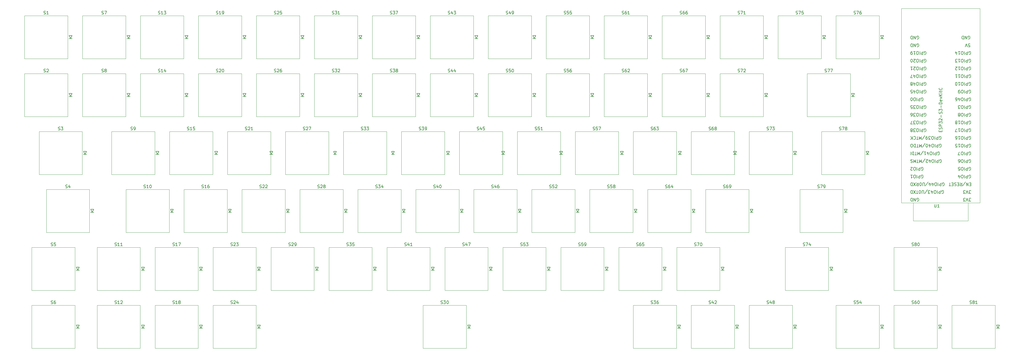
<source format=gbr>
%TF.GenerationSoftware,KiCad,Pcbnew,7.0.10*%
%TF.CreationDate,2024-01-16T21:17:59-03:00*%
%TF.ProjectId,PCB,5043422e-6b69-4636-9164-5f7063625858,rev?*%
%TF.SameCoordinates,Original*%
%TF.FileFunction,Legend,Top*%
%TF.FilePolarity,Positive*%
%FSLAX46Y46*%
G04 Gerber Fmt 4.6, Leading zero omitted, Abs format (unit mm)*
G04 Created by KiCad (PCBNEW 7.0.10) date 2024-01-16 21:17:59*
%MOMM*%
%LPD*%
G01*
G04 APERTURE LIST*
%ADD10C,0.150000*%
%ADD11C,0.120000*%
G04 APERTURE END LIST*
D10*
X294830655Y-100924163D02*
X294973512Y-100971782D01*
X294973512Y-100971782D02*
X295211607Y-100971782D01*
X295211607Y-100971782D02*
X295306845Y-100924163D01*
X295306845Y-100924163D02*
X295354464Y-100876543D01*
X295354464Y-100876543D02*
X295402083Y-100781305D01*
X295402083Y-100781305D02*
X295402083Y-100686067D01*
X295402083Y-100686067D02*
X295354464Y-100590829D01*
X295354464Y-100590829D02*
X295306845Y-100543210D01*
X295306845Y-100543210D02*
X295211607Y-100495591D01*
X295211607Y-100495591D02*
X295021131Y-100447972D01*
X295021131Y-100447972D02*
X294925893Y-100400353D01*
X294925893Y-100400353D02*
X294878274Y-100352734D01*
X294878274Y-100352734D02*
X294830655Y-100257496D01*
X294830655Y-100257496D02*
X294830655Y-100162258D01*
X294830655Y-100162258D02*
X294878274Y-100067020D01*
X294878274Y-100067020D02*
X294925893Y-100019401D01*
X294925893Y-100019401D02*
X295021131Y-99971782D01*
X295021131Y-99971782D02*
X295259226Y-99971782D01*
X295259226Y-99971782D02*
X295402083Y-100019401D01*
X295735417Y-99971782D02*
X296402083Y-99971782D01*
X296402083Y-99971782D02*
X295973512Y-100971782D01*
X296830655Y-100971782D02*
X297021131Y-100971782D01*
X297021131Y-100971782D02*
X297116369Y-100924163D01*
X297116369Y-100924163D02*
X297163988Y-100876543D01*
X297163988Y-100876543D02*
X297259226Y-100733686D01*
X297259226Y-100733686D02*
X297306845Y-100543210D01*
X297306845Y-100543210D02*
X297306845Y-100162258D01*
X297306845Y-100162258D02*
X297259226Y-100067020D01*
X297259226Y-100067020D02*
X297211607Y-100019401D01*
X297211607Y-100019401D02*
X297116369Y-99971782D01*
X297116369Y-99971782D02*
X296925893Y-99971782D01*
X296925893Y-99971782D02*
X296830655Y-100019401D01*
X296830655Y-100019401D02*
X296783036Y-100067020D01*
X296783036Y-100067020D02*
X296735417Y-100162258D01*
X296735417Y-100162258D02*
X296735417Y-100400353D01*
X296735417Y-100400353D02*
X296783036Y-100495591D01*
X296783036Y-100495591D02*
X296830655Y-100543210D01*
X296830655Y-100543210D02*
X296925893Y-100590829D01*
X296925893Y-100590829D02*
X297116369Y-100590829D01*
X297116369Y-100590829D02*
X297211607Y-100543210D01*
X297211607Y-100543210D02*
X297259226Y-100495591D01*
X297259226Y-100495591D02*
X297306845Y-100400353D01*
X135286905Y-62824163D02*
X135429762Y-62871782D01*
X135429762Y-62871782D02*
X135667857Y-62871782D01*
X135667857Y-62871782D02*
X135763095Y-62824163D01*
X135763095Y-62824163D02*
X135810714Y-62776543D01*
X135810714Y-62776543D02*
X135858333Y-62681305D01*
X135858333Y-62681305D02*
X135858333Y-62586067D01*
X135858333Y-62586067D02*
X135810714Y-62490829D01*
X135810714Y-62490829D02*
X135763095Y-62443210D01*
X135763095Y-62443210D02*
X135667857Y-62395591D01*
X135667857Y-62395591D02*
X135477381Y-62347972D01*
X135477381Y-62347972D02*
X135382143Y-62300353D01*
X135382143Y-62300353D02*
X135334524Y-62252734D01*
X135334524Y-62252734D02*
X135286905Y-62157496D01*
X135286905Y-62157496D02*
X135286905Y-62062258D01*
X135286905Y-62062258D02*
X135334524Y-61967020D01*
X135334524Y-61967020D02*
X135382143Y-61919401D01*
X135382143Y-61919401D02*
X135477381Y-61871782D01*
X135477381Y-61871782D02*
X135715476Y-61871782D01*
X135715476Y-61871782D02*
X135858333Y-61919401D01*
X136191667Y-61871782D02*
X136810714Y-61871782D01*
X136810714Y-61871782D02*
X136477381Y-62252734D01*
X136477381Y-62252734D02*
X136620238Y-62252734D01*
X136620238Y-62252734D02*
X136715476Y-62300353D01*
X136715476Y-62300353D02*
X136763095Y-62347972D01*
X136763095Y-62347972D02*
X136810714Y-62443210D01*
X136810714Y-62443210D02*
X136810714Y-62681305D01*
X136810714Y-62681305D02*
X136763095Y-62776543D01*
X136763095Y-62776543D02*
X136715476Y-62824163D01*
X136715476Y-62824163D02*
X136620238Y-62871782D01*
X136620238Y-62871782D02*
X136334524Y-62871782D01*
X136334524Y-62871782D02*
X136239286Y-62824163D01*
X136239286Y-62824163D02*
X136191667Y-62776543D01*
X137191667Y-61967020D02*
X137239286Y-61919401D01*
X137239286Y-61919401D02*
X137334524Y-61871782D01*
X137334524Y-61871782D02*
X137572619Y-61871782D01*
X137572619Y-61871782D02*
X137667857Y-61919401D01*
X137667857Y-61919401D02*
X137715476Y-61967020D01*
X137715476Y-61967020D02*
X137763095Y-62062258D01*
X137763095Y-62062258D02*
X137763095Y-62157496D01*
X137763095Y-62157496D02*
X137715476Y-62300353D01*
X137715476Y-62300353D02*
X137144048Y-62871782D01*
X137144048Y-62871782D02*
X137763095Y-62871782D01*
X306736905Y-139024163D02*
X306879762Y-139071782D01*
X306879762Y-139071782D02*
X307117857Y-139071782D01*
X307117857Y-139071782D02*
X307213095Y-139024163D01*
X307213095Y-139024163D02*
X307260714Y-138976543D01*
X307260714Y-138976543D02*
X307308333Y-138881305D01*
X307308333Y-138881305D02*
X307308333Y-138786067D01*
X307308333Y-138786067D02*
X307260714Y-138690829D01*
X307260714Y-138690829D02*
X307213095Y-138643210D01*
X307213095Y-138643210D02*
X307117857Y-138595591D01*
X307117857Y-138595591D02*
X306927381Y-138547972D01*
X306927381Y-138547972D02*
X306832143Y-138500353D01*
X306832143Y-138500353D02*
X306784524Y-138452734D01*
X306784524Y-138452734D02*
X306736905Y-138357496D01*
X306736905Y-138357496D02*
X306736905Y-138262258D01*
X306736905Y-138262258D02*
X306784524Y-138167020D01*
X306784524Y-138167020D02*
X306832143Y-138119401D01*
X306832143Y-138119401D02*
X306927381Y-138071782D01*
X306927381Y-138071782D02*
X307165476Y-138071782D01*
X307165476Y-138071782D02*
X307308333Y-138119401D01*
X308213095Y-138071782D02*
X307736905Y-138071782D01*
X307736905Y-138071782D02*
X307689286Y-138547972D01*
X307689286Y-138547972D02*
X307736905Y-138500353D01*
X307736905Y-138500353D02*
X307832143Y-138452734D01*
X307832143Y-138452734D02*
X308070238Y-138452734D01*
X308070238Y-138452734D02*
X308165476Y-138500353D01*
X308165476Y-138500353D02*
X308213095Y-138547972D01*
X308213095Y-138547972D02*
X308260714Y-138643210D01*
X308260714Y-138643210D02*
X308260714Y-138881305D01*
X308260714Y-138881305D02*
X308213095Y-138976543D01*
X308213095Y-138976543D02*
X308165476Y-139024163D01*
X308165476Y-139024163D02*
X308070238Y-139071782D01*
X308070238Y-139071782D02*
X307832143Y-139071782D01*
X307832143Y-139071782D02*
X307736905Y-139024163D01*
X307736905Y-139024163D02*
X307689286Y-138976543D01*
X309117857Y-138405115D02*
X309117857Y-139071782D01*
X308879762Y-138024163D02*
X308641667Y-138738448D01*
X308641667Y-138738448D02*
X309260714Y-138738448D01*
X42894345Y-139024163D02*
X43037202Y-139071782D01*
X43037202Y-139071782D02*
X43275297Y-139071782D01*
X43275297Y-139071782D02*
X43370535Y-139024163D01*
X43370535Y-139024163D02*
X43418154Y-138976543D01*
X43418154Y-138976543D02*
X43465773Y-138881305D01*
X43465773Y-138881305D02*
X43465773Y-138786067D01*
X43465773Y-138786067D02*
X43418154Y-138690829D01*
X43418154Y-138690829D02*
X43370535Y-138643210D01*
X43370535Y-138643210D02*
X43275297Y-138595591D01*
X43275297Y-138595591D02*
X43084821Y-138547972D01*
X43084821Y-138547972D02*
X42989583Y-138500353D01*
X42989583Y-138500353D02*
X42941964Y-138452734D01*
X42941964Y-138452734D02*
X42894345Y-138357496D01*
X42894345Y-138357496D02*
X42894345Y-138262258D01*
X42894345Y-138262258D02*
X42941964Y-138167020D01*
X42941964Y-138167020D02*
X42989583Y-138119401D01*
X42989583Y-138119401D02*
X43084821Y-138071782D01*
X43084821Y-138071782D02*
X43322916Y-138071782D01*
X43322916Y-138071782D02*
X43465773Y-138119401D01*
X44322916Y-138071782D02*
X44132440Y-138071782D01*
X44132440Y-138071782D02*
X44037202Y-138119401D01*
X44037202Y-138119401D02*
X43989583Y-138167020D01*
X43989583Y-138167020D02*
X43894345Y-138309877D01*
X43894345Y-138309877D02*
X43846726Y-138500353D01*
X43846726Y-138500353D02*
X43846726Y-138881305D01*
X43846726Y-138881305D02*
X43894345Y-138976543D01*
X43894345Y-138976543D02*
X43941964Y-139024163D01*
X43941964Y-139024163D02*
X44037202Y-139071782D01*
X44037202Y-139071782D02*
X44227678Y-139071782D01*
X44227678Y-139071782D02*
X44322916Y-139024163D01*
X44322916Y-139024163D02*
X44370535Y-138976543D01*
X44370535Y-138976543D02*
X44418154Y-138881305D01*
X44418154Y-138881305D02*
X44418154Y-138643210D01*
X44418154Y-138643210D02*
X44370535Y-138547972D01*
X44370535Y-138547972D02*
X44322916Y-138500353D01*
X44322916Y-138500353D02*
X44227678Y-138452734D01*
X44227678Y-138452734D02*
X44037202Y-138452734D01*
X44037202Y-138452734D02*
X43941964Y-138500353D01*
X43941964Y-138500353D02*
X43894345Y-138547972D01*
X43894345Y-138547972D02*
X43846726Y-138643210D01*
X63849405Y-119974163D02*
X63992262Y-120021782D01*
X63992262Y-120021782D02*
X64230357Y-120021782D01*
X64230357Y-120021782D02*
X64325595Y-119974163D01*
X64325595Y-119974163D02*
X64373214Y-119926543D01*
X64373214Y-119926543D02*
X64420833Y-119831305D01*
X64420833Y-119831305D02*
X64420833Y-119736067D01*
X64420833Y-119736067D02*
X64373214Y-119640829D01*
X64373214Y-119640829D02*
X64325595Y-119593210D01*
X64325595Y-119593210D02*
X64230357Y-119545591D01*
X64230357Y-119545591D02*
X64039881Y-119497972D01*
X64039881Y-119497972D02*
X63944643Y-119450353D01*
X63944643Y-119450353D02*
X63897024Y-119402734D01*
X63897024Y-119402734D02*
X63849405Y-119307496D01*
X63849405Y-119307496D02*
X63849405Y-119212258D01*
X63849405Y-119212258D02*
X63897024Y-119117020D01*
X63897024Y-119117020D02*
X63944643Y-119069401D01*
X63944643Y-119069401D02*
X64039881Y-119021782D01*
X64039881Y-119021782D02*
X64277976Y-119021782D01*
X64277976Y-119021782D02*
X64420833Y-119069401D01*
X65373214Y-120021782D02*
X64801786Y-120021782D01*
X65087500Y-120021782D02*
X65087500Y-119021782D01*
X65087500Y-119021782D02*
X64992262Y-119164639D01*
X64992262Y-119164639D02*
X64897024Y-119259877D01*
X64897024Y-119259877D02*
X64801786Y-119307496D01*
X66325595Y-120021782D02*
X65754167Y-120021782D01*
X66039881Y-120021782D02*
X66039881Y-119021782D01*
X66039881Y-119021782D02*
X65944643Y-119164639D01*
X65944643Y-119164639D02*
X65849405Y-119259877D01*
X65849405Y-119259877D02*
X65754167Y-119307496D01*
X297211905Y-62824163D02*
X297354762Y-62871782D01*
X297354762Y-62871782D02*
X297592857Y-62871782D01*
X297592857Y-62871782D02*
X297688095Y-62824163D01*
X297688095Y-62824163D02*
X297735714Y-62776543D01*
X297735714Y-62776543D02*
X297783333Y-62681305D01*
X297783333Y-62681305D02*
X297783333Y-62586067D01*
X297783333Y-62586067D02*
X297735714Y-62490829D01*
X297735714Y-62490829D02*
X297688095Y-62443210D01*
X297688095Y-62443210D02*
X297592857Y-62395591D01*
X297592857Y-62395591D02*
X297402381Y-62347972D01*
X297402381Y-62347972D02*
X297307143Y-62300353D01*
X297307143Y-62300353D02*
X297259524Y-62252734D01*
X297259524Y-62252734D02*
X297211905Y-62157496D01*
X297211905Y-62157496D02*
X297211905Y-62062258D01*
X297211905Y-62062258D02*
X297259524Y-61967020D01*
X297259524Y-61967020D02*
X297307143Y-61919401D01*
X297307143Y-61919401D02*
X297402381Y-61871782D01*
X297402381Y-61871782D02*
X297640476Y-61871782D01*
X297640476Y-61871782D02*
X297783333Y-61919401D01*
X298116667Y-61871782D02*
X298783333Y-61871782D01*
X298783333Y-61871782D02*
X298354762Y-62871782D01*
X299069048Y-61871782D02*
X299735714Y-61871782D01*
X299735714Y-61871782D02*
X299307143Y-62871782D01*
X87661905Y-81874163D02*
X87804762Y-81921782D01*
X87804762Y-81921782D02*
X88042857Y-81921782D01*
X88042857Y-81921782D02*
X88138095Y-81874163D01*
X88138095Y-81874163D02*
X88185714Y-81826543D01*
X88185714Y-81826543D02*
X88233333Y-81731305D01*
X88233333Y-81731305D02*
X88233333Y-81636067D01*
X88233333Y-81636067D02*
X88185714Y-81540829D01*
X88185714Y-81540829D02*
X88138095Y-81493210D01*
X88138095Y-81493210D02*
X88042857Y-81445591D01*
X88042857Y-81445591D02*
X87852381Y-81397972D01*
X87852381Y-81397972D02*
X87757143Y-81350353D01*
X87757143Y-81350353D02*
X87709524Y-81302734D01*
X87709524Y-81302734D02*
X87661905Y-81207496D01*
X87661905Y-81207496D02*
X87661905Y-81112258D01*
X87661905Y-81112258D02*
X87709524Y-81017020D01*
X87709524Y-81017020D02*
X87757143Y-80969401D01*
X87757143Y-80969401D02*
X87852381Y-80921782D01*
X87852381Y-80921782D02*
X88090476Y-80921782D01*
X88090476Y-80921782D02*
X88233333Y-80969401D01*
X89185714Y-81921782D02*
X88614286Y-81921782D01*
X88900000Y-81921782D02*
X88900000Y-80921782D01*
X88900000Y-80921782D02*
X88804762Y-81064639D01*
X88804762Y-81064639D02*
X88709524Y-81159877D01*
X88709524Y-81159877D02*
X88614286Y-81207496D01*
X90090476Y-80921782D02*
X89614286Y-80921782D01*
X89614286Y-80921782D02*
X89566667Y-81397972D01*
X89566667Y-81397972D02*
X89614286Y-81350353D01*
X89614286Y-81350353D02*
X89709524Y-81302734D01*
X89709524Y-81302734D02*
X89947619Y-81302734D01*
X89947619Y-81302734D02*
X90042857Y-81350353D01*
X90042857Y-81350353D02*
X90090476Y-81397972D01*
X90090476Y-81397972D02*
X90138095Y-81493210D01*
X90138095Y-81493210D02*
X90138095Y-81731305D01*
X90138095Y-81731305D02*
X90090476Y-81826543D01*
X90090476Y-81826543D02*
X90042857Y-81874163D01*
X90042857Y-81874163D02*
X89947619Y-81921782D01*
X89947619Y-81921782D02*
X89709524Y-81921782D01*
X89709524Y-81921782D02*
X89614286Y-81874163D01*
X89614286Y-81874163D02*
X89566667Y-81826543D01*
X278161905Y-139024163D02*
X278304762Y-139071782D01*
X278304762Y-139071782D02*
X278542857Y-139071782D01*
X278542857Y-139071782D02*
X278638095Y-139024163D01*
X278638095Y-139024163D02*
X278685714Y-138976543D01*
X278685714Y-138976543D02*
X278733333Y-138881305D01*
X278733333Y-138881305D02*
X278733333Y-138786067D01*
X278733333Y-138786067D02*
X278685714Y-138690829D01*
X278685714Y-138690829D02*
X278638095Y-138643210D01*
X278638095Y-138643210D02*
X278542857Y-138595591D01*
X278542857Y-138595591D02*
X278352381Y-138547972D01*
X278352381Y-138547972D02*
X278257143Y-138500353D01*
X278257143Y-138500353D02*
X278209524Y-138452734D01*
X278209524Y-138452734D02*
X278161905Y-138357496D01*
X278161905Y-138357496D02*
X278161905Y-138262258D01*
X278161905Y-138262258D02*
X278209524Y-138167020D01*
X278209524Y-138167020D02*
X278257143Y-138119401D01*
X278257143Y-138119401D02*
X278352381Y-138071782D01*
X278352381Y-138071782D02*
X278590476Y-138071782D01*
X278590476Y-138071782D02*
X278733333Y-138119401D01*
X279590476Y-138405115D02*
X279590476Y-139071782D01*
X279352381Y-138024163D02*
X279114286Y-138738448D01*
X279114286Y-138738448D02*
X279733333Y-138738448D01*
X280257143Y-138500353D02*
X280161905Y-138452734D01*
X280161905Y-138452734D02*
X280114286Y-138405115D01*
X280114286Y-138405115D02*
X280066667Y-138309877D01*
X280066667Y-138309877D02*
X280066667Y-138262258D01*
X280066667Y-138262258D02*
X280114286Y-138167020D01*
X280114286Y-138167020D02*
X280161905Y-138119401D01*
X280161905Y-138119401D02*
X280257143Y-138071782D01*
X280257143Y-138071782D02*
X280447619Y-138071782D01*
X280447619Y-138071782D02*
X280542857Y-138119401D01*
X280542857Y-138119401D02*
X280590476Y-138167020D01*
X280590476Y-138167020D02*
X280638095Y-138262258D01*
X280638095Y-138262258D02*
X280638095Y-138309877D01*
X280638095Y-138309877D02*
X280590476Y-138405115D01*
X280590476Y-138405115D02*
X280542857Y-138452734D01*
X280542857Y-138452734D02*
X280447619Y-138500353D01*
X280447619Y-138500353D02*
X280257143Y-138500353D01*
X280257143Y-138500353D02*
X280161905Y-138547972D01*
X280161905Y-138547972D02*
X280114286Y-138595591D01*
X280114286Y-138595591D02*
X280066667Y-138690829D01*
X280066667Y-138690829D02*
X280066667Y-138881305D01*
X280066667Y-138881305D02*
X280114286Y-138976543D01*
X280114286Y-138976543D02*
X280161905Y-139024163D01*
X280161905Y-139024163D02*
X280257143Y-139071782D01*
X280257143Y-139071782D02*
X280447619Y-139071782D01*
X280447619Y-139071782D02*
X280542857Y-139024163D01*
X280542857Y-139024163D02*
X280590476Y-138976543D01*
X280590476Y-138976543D02*
X280638095Y-138881305D01*
X280638095Y-138881305D02*
X280638095Y-138690829D01*
X280638095Y-138690829D02*
X280590476Y-138595591D01*
X280590476Y-138595591D02*
X280542857Y-138547972D01*
X280542857Y-138547972D02*
X280447619Y-138500353D01*
X101949405Y-119974163D02*
X102092262Y-120021782D01*
X102092262Y-120021782D02*
X102330357Y-120021782D01*
X102330357Y-120021782D02*
X102425595Y-119974163D01*
X102425595Y-119974163D02*
X102473214Y-119926543D01*
X102473214Y-119926543D02*
X102520833Y-119831305D01*
X102520833Y-119831305D02*
X102520833Y-119736067D01*
X102520833Y-119736067D02*
X102473214Y-119640829D01*
X102473214Y-119640829D02*
X102425595Y-119593210D01*
X102425595Y-119593210D02*
X102330357Y-119545591D01*
X102330357Y-119545591D02*
X102139881Y-119497972D01*
X102139881Y-119497972D02*
X102044643Y-119450353D01*
X102044643Y-119450353D02*
X101997024Y-119402734D01*
X101997024Y-119402734D02*
X101949405Y-119307496D01*
X101949405Y-119307496D02*
X101949405Y-119212258D01*
X101949405Y-119212258D02*
X101997024Y-119117020D01*
X101997024Y-119117020D02*
X102044643Y-119069401D01*
X102044643Y-119069401D02*
X102139881Y-119021782D01*
X102139881Y-119021782D02*
X102377976Y-119021782D01*
X102377976Y-119021782D02*
X102520833Y-119069401D01*
X102901786Y-119117020D02*
X102949405Y-119069401D01*
X102949405Y-119069401D02*
X103044643Y-119021782D01*
X103044643Y-119021782D02*
X103282738Y-119021782D01*
X103282738Y-119021782D02*
X103377976Y-119069401D01*
X103377976Y-119069401D02*
X103425595Y-119117020D01*
X103425595Y-119117020D02*
X103473214Y-119212258D01*
X103473214Y-119212258D02*
X103473214Y-119307496D01*
X103473214Y-119307496D02*
X103425595Y-119450353D01*
X103425595Y-119450353D02*
X102854167Y-120021782D01*
X102854167Y-120021782D02*
X103473214Y-120021782D01*
X103806548Y-119021782D02*
X104425595Y-119021782D01*
X104425595Y-119021782D02*
X104092262Y-119402734D01*
X104092262Y-119402734D02*
X104235119Y-119402734D01*
X104235119Y-119402734D02*
X104330357Y-119450353D01*
X104330357Y-119450353D02*
X104377976Y-119497972D01*
X104377976Y-119497972D02*
X104425595Y-119593210D01*
X104425595Y-119593210D02*
X104425595Y-119831305D01*
X104425595Y-119831305D02*
X104377976Y-119926543D01*
X104377976Y-119926543D02*
X104330357Y-119974163D01*
X104330357Y-119974163D02*
X104235119Y-120021782D01*
X104235119Y-120021782D02*
X103949405Y-120021782D01*
X103949405Y-120021782D02*
X103854167Y-119974163D01*
X103854167Y-119974163D02*
X103806548Y-119926543D01*
X278161905Y-81874163D02*
X278304762Y-81921782D01*
X278304762Y-81921782D02*
X278542857Y-81921782D01*
X278542857Y-81921782D02*
X278638095Y-81874163D01*
X278638095Y-81874163D02*
X278685714Y-81826543D01*
X278685714Y-81826543D02*
X278733333Y-81731305D01*
X278733333Y-81731305D02*
X278733333Y-81636067D01*
X278733333Y-81636067D02*
X278685714Y-81540829D01*
X278685714Y-81540829D02*
X278638095Y-81493210D01*
X278638095Y-81493210D02*
X278542857Y-81445591D01*
X278542857Y-81445591D02*
X278352381Y-81397972D01*
X278352381Y-81397972D02*
X278257143Y-81350353D01*
X278257143Y-81350353D02*
X278209524Y-81302734D01*
X278209524Y-81302734D02*
X278161905Y-81207496D01*
X278161905Y-81207496D02*
X278161905Y-81112258D01*
X278161905Y-81112258D02*
X278209524Y-81017020D01*
X278209524Y-81017020D02*
X278257143Y-80969401D01*
X278257143Y-80969401D02*
X278352381Y-80921782D01*
X278352381Y-80921782D02*
X278590476Y-80921782D01*
X278590476Y-80921782D02*
X278733333Y-80969401D01*
X279066667Y-80921782D02*
X279733333Y-80921782D01*
X279733333Y-80921782D02*
X279304762Y-81921782D01*
X280019048Y-80921782D02*
X280638095Y-80921782D01*
X280638095Y-80921782D02*
X280304762Y-81302734D01*
X280304762Y-81302734D02*
X280447619Y-81302734D01*
X280447619Y-81302734D02*
X280542857Y-81350353D01*
X280542857Y-81350353D02*
X280590476Y-81397972D01*
X280590476Y-81397972D02*
X280638095Y-81493210D01*
X280638095Y-81493210D02*
X280638095Y-81731305D01*
X280638095Y-81731305D02*
X280590476Y-81826543D01*
X280590476Y-81826543D02*
X280542857Y-81874163D01*
X280542857Y-81874163D02*
X280447619Y-81921782D01*
X280447619Y-81921782D02*
X280161905Y-81921782D01*
X280161905Y-81921782D02*
X280066667Y-81874163D01*
X280066667Y-81874163D02*
X280019048Y-81826543D01*
X171005655Y-139024163D02*
X171148512Y-139071782D01*
X171148512Y-139071782D02*
X171386607Y-139071782D01*
X171386607Y-139071782D02*
X171481845Y-139024163D01*
X171481845Y-139024163D02*
X171529464Y-138976543D01*
X171529464Y-138976543D02*
X171577083Y-138881305D01*
X171577083Y-138881305D02*
X171577083Y-138786067D01*
X171577083Y-138786067D02*
X171529464Y-138690829D01*
X171529464Y-138690829D02*
X171481845Y-138643210D01*
X171481845Y-138643210D02*
X171386607Y-138595591D01*
X171386607Y-138595591D02*
X171196131Y-138547972D01*
X171196131Y-138547972D02*
X171100893Y-138500353D01*
X171100893Y-138500353D02*
X171053274Y-138452734D01*
X171053274Y-138452734D02*
X171005655Y-138357496D01*
X171005655Y-138357496D02*
X171005655Y-138262258D01*
X171005655Y-138262258D02*
X171053274Y-138167020D01*
X171053274Y-138167020D02*
X171100893Y-138119401D01*
X171100893Y-138119401D02*
X171196131Y-138071782D01*
X171196131Y-138071782D02*
X171434226Y-138071782D01*
X171434226Y-138071782D02*
X171577083Y-138119401D01*
X171910417Y-138071782D02*
X172529464Y-138071782D01*
X172529464Y-138071782D02*
X172196131Y-138452734D01*
X172196131Y-138452734D02*
X172338988Y-138452734D01*
X172338988Y-138452734D02*
X172434226Y-138500353D01*
X172434226Y-138500353D02*
X172481845Y-138547972D01*
X172481845Y-138547972D02*
X172529464Y-138643210D01*
X172529464Y-138643210D02*
X172529464Y-138881305D01*
X172529464Y-138881305D02*
X172481845Y-138976543D01*
X172481845Y-138976543D02*
X172434226Y-139024163D01*
X172434226Y-139024163D02*
X172338988Y-139071782D01*
X172338988Y-139071782D02*
X172053274Y-139071782D01*
X172053274Y-139071782D02*
X171958036Y-139024163D01*
X171958036Y-139024163D02*
X171910417Y-138976543D01*
X173148512Y-138071782D02*
X173243750Y-138071782D01*
X173243750Y-138071782D02*
X173338988Y-138119401D01*
X173338988Y-138119401D02*
X173386607Y-138167020D01*
X173386607Y-138167020D02*
X173434226Y-138262258D01*
X173434226Y-138262258D02*
X173481845Y-138452734D01*
X173481845Y-138452734D02*
X173481845Y-138690829D01*
X173481845Y-138690829D02*
X173434226Y-138881305D01*
X173434226Y-138881305D02*
X173386607Y-138976543D01*
X173386607Y-138976543D02*
X173338988Y-139024163D01*
X173338988Y-139024163D02*
X173243750Y-139071782D01*
X173243750Y-139071782D02*
X173148512Y-139071782D01*
X173148512Y-139071782D02*
X173053274Y-139024163D01*
X173053274Y-139024163D02*
X173005655Y-138976543D01*
X173005655Y-138976543D02*
X172958036Y-138881305D01*
X172958036Y-138881305D02*
X172910417Y-138690829D01*
X172910417Y-138690829D02*
X172910417Y-138452734D01*
X172910417Y-138452734D02*
X172958036Y-138262258D01*
X172958036Y-138262258D02*
X173005655Y-138167020D01*
X173005655Y-138167020D02*
X173053274Y-138119401D01*
X173053274Y-138119401D02*
X173148512Y-138071782D01*
X268636905Y-43774163D02*
X268779762Y-43821782D01*
X268779762Y-43821782D02*
X269017857Y-43821782D01*
X269017857Y-43821782D02*
X269113095Y-43774163D01*
X269113095Y-43774163D02*
X269160714Y-43726543D01*
X269160714Y-43726543D02*
X269208333Y-43631305D01*
X269208333Y-43631305D02*
X269208333Y-43536067D01*
X269208333Y-43536067D02*
X269160714Y-43440829D01*
X269160714Y-43440829D02*
X269113095Y-43393210D01*
X269113095Y-43393210D02*
X269017857Y-43345591D01*
X269017857Y-43345591D02*
X268827381Y-43297972D01*
X268827381Y-43297972D02*
X268732143Y-43250353D01*
X268732143Y-43250353D02*
X268684524Y-43202734D01*
X268684524Y-43202734D02*
X268636905Y-43107496D01*
X268636905Y-43107496D02*
X268636905Y-43012258D01*
X268636905Y-43012258D02*
X268684524Y-42917020D01*
X268684524Y-42917020D02*
X268732143Y-42869401D01*
X268732143Y-42869401D02*
X268827381Y-42821782D01*
X268827381Y-42821782D02*
X269065476Y-42821782D01*
X269065476Y-42821782D02*
X269208333Y-42869401D01*
X269541667Y-42821782D02*
X270208333Y-42821782D01*
X270208333Y-42821782D02*
X269779762Y-43821782D01*
X271113095Y-43821782D02*
X270541667Y-43821782D01*
X270827381Y-43821782D02*
X270827381Y-42821782D01*
X270827381Y-42821782D02*
X270732143Y-42964639D01*
X270732143Y-42964639D02*
X270636905Y-43059877D01*
X270636905Y-43059877D02*
X270541667Y-43107496D01*
X301974405Y-81874163D02*
X302117262Y-81921782D01*
X302117262Y-81921782D02*
X302355357Y-81921782D01*
X302355357Y-81921782D02*
X302450595Y-81874163D01*
X302450595Y-81874163D02*
X302498214Y-81826543D01*
X302498214Y-81826543D02*
X302545833Y-81731305D01*
X302545833Y-81731305D02*
X302545833Y-81636067D01*
X302545833Y-81636067D02*
X302498214Y-81540829D01*
X302498214Y-81540829D02*
X302450595Y-81493210D01*
X302450595Y-81493210D02*
X302355357Y-81445591D01*
X302355357Y-81445591D02*
X302164881Y-81397972D01*
X302164881Y-81397972D02*
X302069643Y-81350353D01*
X302069643Y-81350353D02*
X302022024Y-81302734D01*
X302022024Y-81302734D02*
X301974405Y-81207496D01*
X301974405Y-81207496D02*
X301974405Y-81112258D01*
X301974405Y-81112258D02*
X302022024Y-81017020D01*
X302022024Y-81017020D02*
X302069643Y-80969401D01*
X302069643Y-80969401D02*
X302164881Y-80921782D01*
X302164881Y-80921782D02*
X302402976Y-80921782D01*
X302402976Y-80921782D02*
X302545833Y-80969401D01*
X302879167Y-80921782D02*
X303545833Y-80921782D01*
X303545833Y-80921782D02*
X303117262Y-81921782D01*
X304069643Y-81350353D02*
X303974405Y-81302734D01*
X303974405Y-81302734D02*
X303926786Y-81255115D01*
X303926786Y-81255115D02*
X303879167Y-81159877D01*
X303879167Y-81159877D02*
X303879167Y-81112258D01*
X303879167Y-81112258D02*
X303926786Y-81017020D01*
X303926786Y-81017020D02*
X303974405Y-80969401D01*
X303974405Y-80969401D02*
X304069643Y-80921782D01*
X304069643Y-80921782D02*
X304260119Y-80921782D01*
X304260119Y-80921782D02*
X304355357Y-80969401D01*
X304355357Y-80969401D02*
X304402976Y-81017020D01*
X304402976Y-81017020D02*
X304450595Y-81112258D01*
X304450595Y-81112258D02*
X304450595Y-81159877D01*
X304450595Y-81159877D02*
X304402976Y-81255115D01*
X304402976Y-81255115D02*
X304355357Y-81302734D01*
X304355357Y-81302734D02*
X304260119Y-81350353D01*
X304260119Y-81350353D02*
X304069643Y-81350353D01*
X304069643Y-81350353D02*
X303974405Y-81397972D01*
X303974405Y-81397972D02*
X303926786Y-81445591D01*
X303926786Y-81445591D02*
X303879167Y-81540829D01*
X303879167Y-81540829D02*
X303879167Y-81731305D01*
X303879167Y-81731305D02*
X303926786Y-81826543D01*
X303926786Y-81826543D02*
X303974405Y-81874163D01*
X303974405Y-81874163D02*
X304069643Y-81921782D01*
X304069643Y-81921782D02*
X304260119Y-81921782D01*
X304260119Y-81921782D02*
X304355357Y-81874163D01*
X304355357Y-81874163D02*
X304402976Y-81826543D01*
X304402976Y-81826543D02*
X304450595Y-81731305D01*
X304450595Y-81731305D02*
X304450595Y-81540829D01*
X304450595Y-81540829D02*
X304402976Y-81445591D01*
X304402976Y-81445591D02*
X304355357Y-81397972D01*
X304355357Y-81397972D02*
X304260119Y-81350353D01*
X201961905Y-81874163D02*
X202104762Y-81921782D01*
X202104762Y-81921782D02*
X202342857Y-81921782D01*
X202342857Y-81921782D02*
X202438095Y-81874163D01*
X202438095Y-81874163D02*
X202485714Y-81826543D01*
X202485714Y-81826543D02*
X202533333Y-81731305D01*
X202533333Y-81731305D02*
X202533333Y-81636067D01*
X202533333Y-81636067D02*
X202485714Y-81540829D01*
X202485714Y-81540829D02*
X202438095Y-81493210D01*
X202438095Y-81493210D02*
X202342857Y-81445591D01*
X202342857Y-81445591D02*
X202152381Y-81397972D01*
X202152381Y-81397972D02*
X202057143Y-81350353D01*
X202057143Y-81350353D02*
X202009524Y-81302734D01*
X202009524Y-81302734D02*
X201961905Y-81207496D01*
X201961905Y-81207496D02*
X201961905Y-81112258D01*
X201961905Y-81112258D02*
X202009524Y-81017020D01*
X202009524Y-81017020D02*
X202057143Y-80969401D01*
X202057143Y-80969401D02*
X202152381Y-80921782D01*
X202152381Y-80921782D02*
X202390476Y-80921782D01*
X202390476Y-80921782D02*
X202533333Y-80969401D01*
X203438095Y-80921782D02*
X202961905Y-80921782D01*
X202961905Y-80921782D02*
X202914286Y-81397972D01*
X202914286Y-81397972D02*
X202961905Y-81350353D01*
X202961905Y-81350353D02*
X203057143Y-81302734D01*
X203057143Y-81302734D02*
X203295238Y-81302734D01*
X203295238Y-81302734D02*
X203390476Y-81350353D01*
X203390476Y-81350353D02*
X203438095Y-81397972D01*
X203438095Y-81397972D02*
X203485714Y-81493210D01*
X203485714Y-81493210D02*
X203485714Y-81731305D01*
X203485714Y-81731305D02*
X203438095Y-81826543D01*
X203438095Y-81826543D02*
X203390476Y-81874163D01*
X203390476Y-81874163D02*
X203295238Y-81921782D01*
X203295238Y-81921782D02*
X203057143Y-81921782D01*
X203057143Y-81921782D02*
X202961905Y-81874163D01*
X202961905Y-81874163D02*
X202914286Y-81826543D01*
X204438095Y-81921782D02*
X203866667Y-81921782D01*
X204152381Y-81921782D02*
X204152381Y-80921782D01*
X204152381Y-80921782D02*
X204057143Y-81064639D01*
X204057143Y-81064639D02*
X203961905Y-81159877D01*
X203961905Y-81159877D02*
X203866667Y-81207496D01*
X235299405Y-119974163D02*
X235442262Y-120021782D01*
X235442262Y-120021782D02*
X235680357Y-120021782D01*
X235680357Y-120021782D02*
X235775595Y-119974163D01*
X235775595Y-119974163D02*
X235823214Y-119926543D01*
X235823214Y-119926543D02*
X235870833Y-119831305D01*
X235870833Y-119831305D02*
X235870833Y-119736067D01*
X235870833Y-119736067D02*
X235823214Y-119640829D01*
X235823214Y-119640829D02*
X235775595Y-119593210D01*
X235775595Y-119593210D02*
X235680357Y-119545591D01*
X235680357Y-119545591D02*
X235489881Y-119497972D01*
X235489881Y-119497972D02*
X235394643Y-119450353D01*
X235394643Y-119450353D02*
X235347024Y-119402734D01*
X235347024Y-119402734D02*
X235299405Y-119307496D01*
X235299405Y-119307496D02*
X235299405Y-119212258D01*
X235299405Y-119212258D02*
X235347024Y-119117020D01*
X235347024Y-119117020D02*
X235394643Y-119069401D01*
X235394643Y-119069401D02*
X235489881Y-119021782D01*
X235489881Y-119021782D02*
X235727976Y-119021782D01*
X235727976Y-119021782D02*
X235870833Y-119069401D01*
X236727976Y-119021782D02*
X236537500Y-119021782D01*
X236537500Y-119021782D02*
X236442262Y-119069401D01*
X236442262Y-119069401D02*
X236394643Y-119117020D01*
X236394643Y-119117020D02*
X236299405Y-119259877D01*
X236299405Y-119259877D02*
X236251786Y-119450353D01*
X236251786Y-119450353D02*
X236251786Y-119831305D01*
X236251786Y-119831305D02*
X236299405Y-119926543D01*
X236299405Y-119926543D02*
X236347024Y-119974163D01*
X236347024Y-119974163D02*
X236442262Y-120021782D01*
X236442262Y-120021782D02*
X236632738Y-120021782D01*
X236632738Y-120021782D02*
X236727976Y-119974163D01*
X236727976Y-119974163D02*
X236775595Y-119926543D01*
X236775595Y-119926543D02*
X236823214Y-119831305D01*
X236823214Y-119831305D02*
X236823214Y-119593210D01*
X236823214Y-119593210D02*
X236775595Y-119497972D01*
X236775595Y-119497972D02*
X236727976Y-119450353D01*
X236727976Y-119450353D02*
X236632738Y-119402734D01*
X236632738Y-119402734D02*
X236442262Y-119402734D01*
X236442262Y-119402734D02*
X236347024Y-119450353D01*
X236347024Y-119450353D02*
X236299405Y-119497972D01*
X236299405Y-119497972D02*
X236251786Y-119593210D01*
X237727976Y-119021782D02*
X237251786Y-119021782D01*
X237251786Y-119021782D02*
X237204167Y-119497972D01*
X237204167Y-119497972D02*
X237251786Y-119450353D01*
X237251786Y-119450353D02*
X237347024Y-119402734D01*
X237347024Y-119402734D02*
X237585119Y-119402734D01*
X237585119Y-119402734D02*
X237680357Y-119450353D01*
X237680357Y-119450353D02*
X237727976Y-119497972D01*
X237727976Y-119497972D02*
X237775595Y-119593210D01*
X237775595Y-119593210D02*
X237775595Y-119831305D01*
X237775595Y-119831305D02*
X237727976Y-119926543D01*
X237727976Y-119926543D02*
X237680357Y-119974163D01*
X237680357Y-119974163D02*
X237585119Y-120021782D01*
X237585119Y-120021782D02*
X237347024Y-120021782D01*
X237347024Y-120021782D02*
X237251786Y-119974163D01*
X237251786Y-119974163D02*
X237204167Y-119926543D01*
X197199405Y-119974163D02*
X197342262Y-120021782D01*
X197342262Y-120021782D02*
X197580357Y-120021782D01*
X197580357Y-120021782D02*
X197675595Y-119974163D01*
X197675595Y-119974163D02*
X197723214Y-119926543D01*
X197723214Y-119926543D02*
X197770833Y-119831305D01*
X197770833Y-119831305D02*
X197770833Y-119736067D01*
X197770833Y-119736067D02*
X197723214Y-119640829D01*
X197723214Y-119640829D02*
X197675595Y-119593210D01*
X197675595Y-119593210D02*
X197580357Y-119545591D01*
X197580357Y-119545591D02*
X197389881Y-119497972D01*
X197389881Y-119497972D02*
X197294643Y-119450353D01*
X197294643Y-119450353D02*
X197247024Y-119402734D01*
X197247024Y-119402734D02*
X197199405Y-119307496D01*
X197199405Y-119307496D02*
X197199405Y-119212258D01*
X197199405Y-119212258D02*
X197247024Y-119117020D01*
X197247024Y-119117020D02*
X197294643Y-119069401D01*
X197294643Y-119069401D02*
X197389881Y-119021782D01*
X197389881Y-119021782D02*
X197627976Y-119021782D01*
X197627976Y-119021782D02*
X197770833Y-119069401D01*
X198675595Y-119021782D02*
X198199405Y-119021782D01*
X198199405Y-119021782D02*
X198151786Y-119497972D01*
X198151786Y-119497972D02*
X198199405Y-119450353D01*
X198199405Y-119450353D02*
X198294643Y-119402734D01*
X198294643Y-119402734D02*
X198532738Y-119402734D01*
X198532738Y-119402734D02*
X198627976Y-119450353D01*
X198627976Y-119450353D02*
X198675595Y-119497972D01*
X198675595Y-119497972D02*
X198723214Y-119593210D01*
X198723214Y-119593210D02*
X198723214Y-119831305D01*
X198723214Y-119831305D02*
X198675595Y-119926543D01*
X198675595Y-119926543D02*
X198627976Y-119974163D01*
X198627976Y-119974163D02*
X198532738Y-120021782D01*
X198532738Y-120021782D02*
X198294643Y-120021782D01*
X198294643Y-120021782D02*
X198199405Y-119974163D01*
X198199405Y-119974163D02*
X198151786Y-119926543D01*
X199056548Y-119021782D02*
X199675595Y-119021782D01*
X199675595Y-119021782D02*
X199342262Y-119402734D01*
X199342262Y-119402734D02*
X199485119Y-119402734D01*
X199485119Y-119402734D02*
X199580357Y-119450353D01*
X199580357Y-119450353D02*
X199627976Y-119497972D01*
X199627976Y-119497972D02*
X199675595Y-119593210D01*
X199675595Y-119593210D02*
X199675595Y-119831305D01*
X199675595Y-119831305D02*
X199627976Y-119926543D01*
X199627976Y-119926543D02*
X199580357Y-119974163D01*
X199580357Y-119974163D02*
X199485119Y-120021782D01*
X199485119Y-120021782D02*
X199199405Y-120021782D01*
X199199405Y-120021782D02*
X199104167Y-119974163D01*
X199104167Y-119974163D02*
X199056548Y-119926543D01*
X47656845Y-100924163D02*
X47799702Y-100971782D01*
X47799702Y-100971782D02*
X48037797Y-100971782D01*
X48037797Y-100971782D02*
X48133035Y-100924163D01*
X48133035Y-100924163D02*
X48180654Y-100876543D01*
X48180654Y-100876543D02*
X48228273Y-100781305D01*
X48228273Y-100781305D02*
X48228273Y-100686067D01*
X48228273Y-100686067D02*
X48180654Y-100590829D01*
X48180654Y-100590829D02*
X48133035Y-100543210D01*
X48133035Y-100543210D02*
X48037797Y-100495591D01*
X48037797Y-100495591D02*
X47847321Y-100447972D01*
X47847321Y-100447972D02*
X47752083Y-100400353D01*
X47752083Y-100400353D02*
X47704464Y-100352734D01*
X47704464Y-100352734D02*
X47656845Y-100257496D01*
X47656845Y-100257496D02*
X47656845Y-100162258D01*
X47656845Y-100162258D02*
X47704464Y-100067020D01*
X47704464Y-100067020D02*
X47752083Y-100019401D01*
X47752083Y-100019401D02*
X47847321Y-99971782D01*
X47847321Y-99971782D02*
X48085416Y-99971782D01*
X48085416Y-99971782D02*
X48228273Y-100019401D01*
X49085416Y-100305115D02*
X49085416Y-100971782D01*
X48847321Y-99924163D02*
X48609226Y-100638448D01*
X48609226Y-100638448D02*
X49228273Y-100638448D01*
X82899405Y-139024163D02*
X83042262Y-139071782D01*
X83042262Y-139071782D02*
X83280357Y-139071782D01*
X83280357Y-139071782D02*
X83375595Y-139024163D01*
X83375595Y-139024163D02*
X83423214Y-138976543D01*
X83423214Y-138976543D02*
X83470833Y-138881305D01*
X83470833Y-138881305D02*
X83470833Y-138786067D01*
X83470833Y-138786067D02*
X83423214Y-138690829D01*
X83423214Y-138690829D02*
X83375595Y-138643210D01*
X83375595Y-138643210D02*
X83280357Y-138595591D01*
X83280357Y-138595591D02*
X83089881Y-138547972D01*
X83089881Y-138547972D02*
X82994643Y-138500353D01*
X82994643Y-138500353D02*
X82947024Y-138452734D01*
X82947024Y-138452734D02*
X82899405Y-138357496D01*
X82899405Y-138357496D02*
X82899405Y-138262258D01*
X82899405Y-138262258D02*
X82947024Y-138167020D01*
X82947024Y-138167020D02*
X82994643Y-138119401D01*
X82994643Y-138119401D02*
X83089881Y-138071782D01*
X83089881Y-138071782D02*
X83327976Y-138071782D01*
X83327976Y-138071782D02*
X83470833Y-138119401D01*
X84423214Y-139071782D02*
X83851786Y-139071782D01*
X84137500Y-139071782D02*
X84137500Y-138071782D01*
X84137500Y-138071782D02*
X84042262Y-138214639D01*
X84042262Y-138214639D02*
X83947024Y-138309877D01*
X83947024Y-138309877D02*
X83851786Y-138357496D01*
X84994643Y-138500353D02*
X84899405Y-138452734D01*
X84899405Y-138452734D02*
X84851786Y-138405115D01*
X84851786Y-138405115D02*
X84804167Y-138309877D01*
X84804167Y-138309877D02*
X84804167Y-138262258D01*
X84804167Y-138262258D02*
X84851786Y-138167020D01*
X84851786Y-138167020D02*
X84899405Y-138119401D01*
X84899405Y-138119401D02*
X84994643Y-138071782D01*
X84994643Y-138071782D02*
X85185119Y-138071782D01*
X85185119Y-138071782D02*
X85280357Y-138119401D01*
X85280357Y-138119401D02*
X85327976Y-138167020D01*
X85327976Y-138167020D02*
X85375595Y-138262258D01*
X85375595Y-138262258D02*
X85375595Y-138309877D01*
X85375595Y-138309877D02*
X85327976Y-138405115D01*
X85327976Y-138405115D02*
X85280357Y-138452734D01*
X85280357Y-138452734D02*
X85185119Y-138500353D01*
X85185119Y-138500353D02*
X84994643Y-138500353D01*
X84994643Y-138500353D02*
X84899405Y-138547972D01*
X84899405Y-138547972D02*
X84851786Y-138595591D01*
X84851786Y-138595591D02*
X84804167Y-138690829D01*
X84804167Y-138690829D02*
X84804167Y-138881305D01*
X84804167Y-138881305D02*
X84851786Y-138976543D01*
X84851786Y-138976543D02*
X84899405Y-139024163D01*
X84899405Y-139024163D02*
X84994643Y-139071782D01*
X84994643Y-139071782D02*
X85185119Y-139071782D01*
X85185119Y-139071782D02*
X85280357Y-139024163D01*
X85280357Y-139024163D02*
X85327976Y-138976543D01*
X85327976Y-138976543D02*
X85375595Y-138881305D01*
X85375595Y-138881305D02*
X85375595Y-138690829D01*
X85375595Y-138690829D02*
X85327976Y-138595591D01*
X85327976Y-138595591D02*
X85280357Y-138547972D01*
X85280357Y-138547972D02*
X85185119Y-138500353D01*
X135286905Y-43774163D02*
X135429762Y-43821782D01*
X135429762Y-43821782D02*
X135667857Y-43821782D01*
X135667857Y-43821782D02*
X135763095Y-43774163D01*
X135763095Y-43774163D02*
X135810714Y-43726543D01*
X135810714Y-43726543D02*
X135858333Y-43631305D01*
X135858333Y-43631305D02*
X135858333Y-43536067D01*
X135858333Y-43536067D02*
X135810714Y-43440829D01*
X135810714Y-43440829D02*
X135763095Y-43393210D01*
X135763095Y-43393210D02*
X135667857Y-43345591D01*
X135667857Y-43345591D02*
X135477381Y-43297972D01*
X135477381Y-43297972D02*
X135382143Y-43250353D01*
X135382143Y-43250353D02*
X135334524Y-43202734D01*
X135334524Y-43202734D02*
X135286905Y-43107496D01*
X135286905Y-43107496D02*
X135286905Y-43012258D01*
X135286905Y-43012258D02*
X135334524Y-42917020D01*
X135334524Y-42917020D02*
X135382143Y-42869401D01*
X135382143Y-42869401D02*
X135477381Y-42821782D01*
X135477381Y-42821782D02*
X135715476Y-42821782D01*
X135715476Y-42821782D02*
X135858333Y-42869401D01*
X136191667Y-42821782D02*
X136810714Y-42821782D01*
X136810714Y-42821782D02*
X136477381Y-43202734D01*
X136477381Y-43202734D02*
X136620238Y-43202734D01*
X136620238Y-43202734D02*
X136715476Y-43250353D01*
X136715476Y-43250353D02*
X136763095Y-43297972D01*
X136763095Y-43297972D02*
X136810714Y-43393210D01*
X136810714Y-43393210D02*
X136810714Y-43631305D01*
X136810714Y-43631305D02*
X136763095Y-43726543D01*
X136763095Y-43726543D02*
X136715476Y-43774163D01*
X136715476Y-43774163D02*
X136620238Y-43821782D01*
X136620238Y-43821782D02*
X136334524Y-43821782D01*
X136334524Y-43821782D02*
X136239286Y-43774163D01*
X136239286Y-43774163D02*
X136191667Y-43726543D01*
X137763095Y-43821782D02*
X137191667Y-43821782D01*
X137477381Y-43821782D02*
X137477381Y-42821782D01*
X137477381Y-42821782D02*
X137382143Y-42964639D01*
X137382143Y-42964639D02*
X137286905Y-43059877D01*
X137286905Y-43059877D02*
X137191667Y-43107496D01*
X149574405Y-100924163D02*
X149717262Y-100971782D01*
X149717262Y-100971782D02*
X149955357Y-100971782D01*
X149955357Y-100971782D02*
X150050595Y-100924163D01*
X150050595Y-100924163D02*
X150098214Y-100876543D01*
X150098214Y-100876543D02*
X150145833Y-100781305D01*
X150145833Y-100781305D02*
X150145833Y-100686067D01*
X150145833Y-100686067D02*
X150098214Y-100590829D01*
X150098214Y-100590829D02*
X150050595Y-100543210D01*
X150050595Y-100543210D02*
X149955357Y-100495591D01*
X149955357Y-100495591D02*
X149764881Y-100447972D01*
X149764881Y-100447972D02*
X149669643Y-100400353D01*
X149669643Y-100400353D02*
X149622024Y-100352734D01*
X149622024Y-100352734D02*
X149574405Y-100257496D01*
X149574405Y-100257496D02*
X149574405Y-100162258D01*
X149574405Y-100162258D02*
X149622024Y-100067020D01*
X149622024Y-100067020D02*
X149669643Y-100019401D01*
X149669643Y-100019401D02*
X149764881Y-99971782D01*
X149764881Y-99971782D02*
X150002976Y-99971782D01*
X150002976Y-99971782D02*
X150145833Y-100019401D01*
X150479167Y-99971782D02*
X151098214Y-99971782D01*
X151098214Y-99971782D02*
X150764881Y-100352734D01*
X150764881Y-100352734D02*
X150907738Y-100352734D01*
X150907738Y-100352734D02*
X151002976Y-100400353D01*
X151002976Y-100400353D02*
X151050595Y-100447972D01*
X151050595Y-100447972D02*
X151098214Y-100543210D01*
X151098214Y-100543210D02*
X151098214Y-100781305D01*
X151098214Y-100781305D02*
X151050595Y-100876543D01*
X151050595Y-100876543D02*
X151002976Y-100924163D01*
X151002976Y-100924163D02*
X150907738Y-100971782D01*
X150907738Y-100971782D02*
X150622024Y-100971782D01*
X150622024Y-100971782D02*
X150526786Y-100924163D01*
X150526786Y-100924163D02*
X150479167Y-100876543D01*
X151955357Y-100305115D02*
X151955357Y-100971782D01*
X151717262Y-99924163D02*
X151479167Y-100638448D01*
X151479167Y-100638448D02*
X152098214Y-100638448D01*
X116236905Y-43774163D02*
X116379762Y-43821782D01*
X116379762Y-43821782D02*
X116617857Y-43821782D01*
X116617857Y-43821782D02*
X116713095Y-43774163D01*
X116713095Y-43774163D02*
X116760714Y-43726543D01*
X116760714Y-43726543D02*
X116808333Y-43631305D01*
X116808333Y-43631305D02*
X116808333Y-43536067D01*
X116808333Y-43536067D02*
X116760714Y-43440829D01*
X116760714Y-43440829D02*
X116713095Y-43393210D01*
X116713095Y-43393210D02*
X116617857Y-43345591D01*
X116617857Y-43345591D02*
X116427381Y-43297972D01*
X116427381Y-43297972D02*
X116332143Y-43250353D01*
X116332143Y-43250353D02*
X116284524Y-43202734D01*
X116284524Y-43202734D02*
X116236905Y-43107496D01*
X116236905Y-43107496D02*
X116236905Y-43012258D01*
X116236905Y-43012258D02*
X116284524Y-42917020D01*
X116284524Y-42917020D02*
X116332143Y-42869401D01*
X116332143Y-42869401D02*
X116427381Y-42821782D01*
X116427381Y-42821782D02*
X116665476Y-42821782D01*
X116665476Y-42821782D02*
X116808333Y-42869401D01*
X117189286Y-42917020D02*
X117236905Y-42869401D01*
X117236905Y-42869401D02*
X117332143Y-42821782D01*
X117332143Y-42821782D02*
X117570238Y-42821782D01*
X117570238Y-42821782D02*
X117665476Y-42869401D01*
X117665476Y-42869401D02*
X117713095Y-42917020D01*
X117713095Y-42917020D02*
X117760714Y-43012258D01*
X117760714Y-43012258D02*
X117760714Y-43107496D01*
X117760714Y-43107496D02*
X117713095Y-43250353D01*
X117713095Y-43250353D02*
X117141667Y-43821782D01*
X117141667Y-43821782D02*
X117760714Y-43821782D01*
X118665476Y-42821782D02*
X118189286Y-42821782D01*
X118189286Y-42821782D02*
X118141667Y-43297972D01*
X118141667Y-43297972D02*
X118189286Y-43250353D01*
X118189286Y-43250353D02*
X118284524Y-43202734D01*
X118284524Y-43202734D02*
X118522619Y-43202734D01*
X118522619Y-43202734D02*
X118617857Y-43250353D01*
X118617857Y-43250353D02*
X118665476Y-43297972D01*
X118665476Y-43297972D02*
X118713095Y-43393210D01*
X118713095Y-43393210D02*
X118713095Y-43631305D01*
X118713095Y-43631305D02*
X118665476Y-43726543D01*
X118665476Y-43726543D02*
X118617857Y-43774163D01*
X118617857Y-43774163D02*
X118522619Y-43821782D01*
X118522619Y-43821782D02*
X118284524Y-43821782D01*
X118284524Y-43821782D02*
X118189286Y-43774163D01*
X118189286Y-43774163D02*
X118141667Y-43726543D01*
X254349405Y-119974163D02*
X254492262Y-120021782D01*
X254492262Y-120021782D02*
X254730357Y-120021782D01*
X254730357Y-120021782D02*
X254825595Y-119974163D01*
X254825595Y-119974163D02*
X254873214Y-119926543D01*
X254873214Y-119926543D02*
X254920833Y-119831305D01*
X254920833Y-119831305D02*
X254920833Y-119736067D01*
X254920833Y-119736067D02*
X254873214Y-119640829D01*
X254873214Y-119640829D02*
X254825595Y-119593210D01*
X254825595Y-119593210D02*
X254730357Y-119545591D01*
X254730357Y-119545591D02*
X254539881Y-119497972D01*
X254539881Y-119497972D02*
X254444643Y-119450353D01*
X254444643Y-119450353D02*
X254397024Y-119402734D01*
X254397024Y-119402734D02*
X254349405Y-119307496D01*
X254349405Y-119307496D02*
X254349405Y-119212258D01*
X254349405Y-119212258D02*
X254397024Y-119117020D01*
X254397024Y-119117020D02*
X254444643Y-119069401D01*
X254444643Y-119069401D02*
X254539881Y-119021782D01*
X254539881Y-119021782D02*
X254777976Y-119021782D01*
X254777976Y-119021782D02*
X254920833Y-119069401D01*
X255254167Y-119021782D02*
X255920833Y-119021782D01*
X255920833Y-119021782D02*
X255492262Y-120021782D01*
X256492262Y-119021782D02*
X256587500Y-119021782D01*
X256587500Y-119021782D02*
X256682738Y-119069401D01*
X256682738Y-119069401D02*
X256730357Y-119117020D01*
X256730357Y-119117020D02*
X256777976Y-119212258D01*
X256777976Y-119212258D02*
X256825595Y-119402734D01*
X256825595Y-119402734D02*
X256825595Y-119640829D01*
X256825595Y-119640829D02*
X256777976Y-119831305D01*
X256777976Y-119831305D02*
X256730357Y-119926543D01*
X256730357Y-119926543D02*
X256682738Y-119974163D01*
X256682738Y-119974163D02*
X256587500Y-120021782D01*
X256587500Y-120021782D02*
X256492262Y-120021782D01*
X256492262Y-120021782D02*
X256397024Y-119974163D01*
X256397024Y-119974163D02*
X256349405Y-119926543D01*
X256349405Y-119926543D02*
X256301786Y-119831305D01*
X256301786Y-119831305D02*
X256254167Y-119640829D01*
X256254167Y-119640829D02*
X256254167Y-119402734D01*
X256254167Y-119402734D02*
X256301786Y-119212258D01*
X256301786Y-119212258D02*
X256349405Y-119117020D01*
X256349405Y-119117020D02*
X256397024Y-119069401D01*
X256397024Y-119069401D02*
X256492262Y-119021782D01*
X92424405Y-100924163D02*
X92567262Y-100971782D01*
X92567262Y-100971782D02*
X92805357Y-100971782D01*
X92805357Y-100971782D02*
X92900595Y-100924163D01*
X92900595Y-100924163D02*
X92948214Y-100876543D01*
X92948214Y-100876543D02*
X92995833Y-100781305D01*
X92995833Y-100781305D02*
X92995833Y-100686067D01*
X92995833Y-100686067D02*
X92948214Y-100590829D01*
X92948214Y-100590829D02*
X92900595Y-100543210D01*
X92900595Y-100543210D02*
X92805357Y-100495591D01*
X92805357Y-100495591D02*
X92614881Y-100447972D01*
X92614881Y-100447972D02*
X92519643Y-100400353D01*
X92519643Y-100400353D02*
X92472024Y-100352734D01*
X92472024Y-100352734D02*
X92424405Y-100257496D01*
X92424405Y-100257496D02*
X92424405Y-100162258D01*
X92424405Y-100162258D02*
X92472024Y-100067020D01*
X92472024Y-100067020D02*
X92519643Y-100019401D01*
X92519643Y-100019401D02*
X92614881Y-99971782D01*
X92614881Y-99971782D02*
X92852976Y-99971782D01*
X92852976Y-99971782D02*
X92995833Y-100019401D01*
X93948214Y-100971782D02*
X93376786Y-100971782D01*
X93662500Y-100971782D02*
X93662500Y-99971782D01*
X93662500Y-99971782D02*
X93567262Y-100114639D01*
X93567262Y-100114639D02*
X93472024Y-100209877D01*
X93472024Y-100209877D02*
X93376786Y-100257496D01*
X94805357Y-99971782D02*
X94614881Y-99971782D01*
X94614881Y-99971782D02*
X94519643Y-100019401D01*
X94519643Y-100019401D02*
X94472024Y-100067020D01*
X94472024Y-100067020D02*
X94376786Y-100209877D01*
X94376786Y-100209877D02*
X94329167Y-100400353D01*
X94329167Y-100400353D02*
X94329167Y-100781305D01*
X94329167Y-100781305D02*
X94376786Y-100876543D01*
X94376786Y-100876543D02*
X94424405Y-100924163D01*
X94424405Y-100924163D02*
X94519643Y-100971782D01*
X94519643Y-100971782D02*
X94710119Y-100971782D01*
X94710119Y-100971782D02*
X94805357Y-100924163D01*
X94805357Y-100924163D02*
X94852976Y-100876543D01*
X94852976Y-100876543D02*
X94900595Y-100781305D01*
X94900595Y-100781305D02*
X94900595Y-100543210D01*
X94900595Y-100543210D02*
X94852976Y-100447972D01*
X94852976Y-100447972D02*
X94805357Y-100400353D01*
X94805357Y-100400353D02*
X94710119Y-100352734D01*
X94710119Y-100352734D02*
X94519643Y-100352734D01*
X94519643Y-100352734D02*
X94424405Y-100400353D01*
X94424405Y-100400353D02*
X94376786Y-100447972D01*
X94376786Y-100447972D02*
X94329167Y-100543210D01*
X333244415Y-106327099D02*
X333244415Y-107136622D01*
X333244415Y-107136622D02*
X333292034Y-107231860D01*
X333292034Y-107231860D02*
X333339653Y-107279480D01*
X333339653Y-107279480D02*
X333434891Y-107327099D01*
X333434891Y-107327099D02*
X333625367Y-107327099D01*
X333625367Y-107327099D02*
X333720605Y-107279480D01*
X333720605Y-107279480D02*
X333768224Y-107231860D01*
X333768224Y-107231860D02*
X333815843Y-107136622D01*
X333815843Y-107136622D02*
X333815843Y-106327099D01*
X334815843Y-107327099D02*
X334244415Y-107327099D01*
X334530129Y-107327099D02*
X334530129Y-106327099D01*
X334530129Y-106327099D02*
X334434891Y-106469956D01*
X334434891Y-106469956D02*
X334339653Y-106565194D01*
X334339653Y-106565194D02*
X334244415Y-106612813D01*
X335211009Y-82477666D02*
X335211009Y-82144333D01*
X335734819Y-82001476D02*
X335734819Y-82477666D01*
X335734819Y-82477666D02*
X334734819Y-82477666D01*
X334734819Y-82477666D02*
X334734819Y-82001476D01*
X335687200Y-81620523D02*
X335734819Y-81477666D01*
X335734819Y-81477666D02*
X335734819Y-81239571D01*
X335734819Y-81239571D02*
X335687200Y-81144333D01*
X335687200Y-81144333D02*
X335639580Y-81096714D01*
X335639580Y-81096714D02*
X335544342Y-81049095D01*
X335544342Y-81049095D02*
X335449104Y-81049095D01*
X335449104Y-81049095D02*
X335353866Y-81096714D01*
X335353866Y-81096714D02*
X335306247Y-81144333D01*
X335306247Y-81144333D02*
X335258628Y-81239571D01*
X335258628Y-81239571D02*
X335211009Y-81430047D01*
X335211009Y-81430047D02*
X335163390Y-81525285D01*
X335163390Y-81525285D02*
X335115771Y-81572904D01*
X335115771Y-81572904D02*
X335020533Y-81620523D01*
X335020533Y-81620523D02*
X334925295Y-81620523D01*
X334925295Y-81620523D02*
X334830057Y-81572904D01*
X334830057Y-81572904D02*
X334782438Y-81525285D01*
X334782438Y-81525285D02*
X334734819Y-81430047D01*
X334734819Y-81430047D02*
X334734819Y-81191952D01*
X334734819Y-81191952D02*
X334782438Y-81049095D01*
X335734819Y-80620523D02*
X334734819Y-80620523D01*
X334734819Y-80620523D02*
X334734819Y-80239571D01*
X334734819Y-80239571D02*
X334782438Y-80144333D01*
X334782438Y-80144333D02*
X334830057Y-80096714D01*
X334830057Y-80096714D02*
X334925295Y-80049095D01*
X334925295Y-80049095D02*
X335068152Y-80049095D01*
X335068152Y-80049095D02*
X335163390Y-80096714D01*
X335163390Y-80096714D02*
X335211009Y-80144333D01*
X335211009Y-80144333D02*
X335258628Y-80239571D01*
X335258628Y-80239571D02*
X335258628Y-80620523D01*
X334734819Y-79715761D02*
X334734819Y-79096714D01*
X334734819Y-79096714D02*
X335115771Y-79430047D01*
X335115771Y-79430047D02*
X335115771Y-79287190D01*
X335115771Y-79287190D02*
X335163390Y-79191952D01*
X335163390Y-79191952D02*
X335211009Y-79144333D01*
X335211009Y-79144333D02*
X335306247Y-79096714D01*
X335306247Y-79096714D02*
X335544342Y-79096714D01*
X335544342Y-79096714D02*
X335639580Y-79144333D01*
X335639580Y-79144333D02*
X335687200Y-79191952D01*
X335687200Y-79191952D02*
X335734819Y-79287190D01*
X335734819Y-79287190D02*
X335734819Y-79572904D01*
X335734819Y-79572904D02*
X335687200Y-79668142D01*
X335687200Y-79668142D02*
X335639580Y-79715761D01*
X334830057Y-78715761D02*
X334782438Y-78668142D01*
X334782438Y-78668142D02*
X334734819Y-78572904D01*
X334734819Y-78572904D02*
X334734819Y-78334809D01*
X334734819Y-78334809D02*
X334782438Y-78239571D01*
X334782438Y-78239571D02*
X334830057Y-78191952D01*
X334830057Y-78191952D02*
X334925295Y-78144333D01*
X334925295Y-78144333D02*
X335020533Y-78144333D01*
X335020533Y-78144333D02*
X335163390Y-78191952D01*
X335163390Y-78191952D02*
X335734819Y-78763380D01*
X335734819Y-78763380D02*
X335734819Y-78144333D01*
X335353866Y-77715761D02*
X335353866Y-76953857D01*
X335687200Y-76525285D02*
X335734819Y-76382428D01*
X335734819Y-76382428D02*
X335734819Y-76144333D01*
X335734819Y-76144333D02*
X335687200Y-76049095D01*
X335687200Y-76049095D02*
X335639580Y-76001476D01*
X335639580Y-76001476D02*
X335544342Y-75953857D01*
X335544342Y-75953857D02*
X335449104Y-75953857D01*
X335449104Y-75953857D02*
X335353866Y-76001476D01*
X335353866Y-76001476D02*
X335306247Y-76049095D01*
X335306247Y-76049095D02*
X335258628Y-76144333D01*
X335258628Y-76144333D02*
X335211009Y-76334809D01*
X335211009Y-76334809D02*
X335163390Y-76430047D01*
X335163390Y-76430047D02*
X335115771Y-76477666D01*
X335115771Y-76477666D02*
X335020533Y-76525285D01*
X335020533Y-76525285D02*
X334925295Y-76525285D01*
X334925295Y-76525285D02*
X334830057Y-76477666D01*
X334830057Y-76477666D02*
X334782438Y-76430047D01*
X334782438Y-76430047D02*
X334734819Y-76334809D01*
X334734819Y-76334809D02*
X334734819Y-76096714D01*
X334734819Y-76096714D02*
X334782438Y-75953857D01*
X334734819Y-75620523D02*
X334734819Y-75001476D01*
X334734819Y-75001476D02*
X335115771Y-75334809D01*
X335115771Y-75334809D02*
X335115771Y-75191952D01*
X335115771Y-75191952D02*
X335163390Y-75096714D01*
X335163390Y-75096714D02*
X335211009Y-75049095D01*
X335211009Y-75049095D02*
X335306247Y-75001476D01*
X335306247Y-75001476D02*
X335544342Y-75001476D01*
X335544342Y-75001476D02*
X335639580Y-75049095D01*
X335639580Y-75049095D02*
X335687200Y-75096714D01*
X335687200Y-75096714D02*
X335734819Y-75191952D01*
X335734819Y-75191952D02*
X335734819Y-75477666D01*
X335734819Y-75477666D02*
X335687200Y-75572904D01*
X335687200Y-75572904D02*
X335639580Y-75620523D01*
X335353866Y-74572904D02*
X335353866Y-73811000D01*
X335734819Y-73334809D02*
X334734819Y-73334809D01*
X334734819Y-73334809D02*
X334734819Y-73096714D01*
X334734819Y-73096714D02*
X334782438Y-72953857D01*
X334782438Y-72953857D02*
X334877676Y-72858619D01*
X334877676Y-72858619D02*
X334972914Y-72811000D01*
X334972914Y-72811000D02*
X335163390Y-72763381D01*
X335163390Y-72763381D02*
X335306247Y-72763381D01*
X335306247Y-72763381D02*
X335496723Y-72811000D01*
X335496723Y-72811000D02*
X335591961Y-72858619D01*
X335591961Y-72858619D02*
X335687200Y-72953857D01*
X335687200Y-72953857D02*
X335734819Y-73096714D01*
X335734819Y-73096714D02*
X335734819Y-73334809D01*
X335687200Y-71953857D02*
X335734819Y-72049095D01*
X335734819Y-72049095D02*
X335734819Y-72239571D01*
X335734819Y-72239571D02*
X335687200Y-72334809D01*
X335687200Y-72334809D02*
X335591961Y-72382428D01*
X335591961Y-72382428D02*
X335211009Y-72382428D01*
X335211009Y-72382428D02*
X335115771Y-72334809D01*
X335115771Y-72334809D02*
X335068152Y-72239571D01*
X335068152Y-72239571D02*
X335068152Y-72049095D01*
X335068152Y-72049095D02*
X335115771Y-71953857D01*
X335115771Y-71953857D02*
X335211009Y-71906238D01*
X335211009Y-71906238D02*
X335306247Y-71906238D01*
X335306247Y-71906238D02*
X335401485Y-72382428D01*
X335068152Y-71572904D02*
X335734819Y-71334809D01*
X335734819Y-71334809D02*
X335068152Y-71096714D01*
X335734819Y-70715761D02*
X334734819Y-70715761D01*
X335734819Y-70144333D02*
X335163390Y-70572904D01*
X334734819Y-70144333D02*
X335306247Y-70715761D01*
X335734819Y-69715761D02*
X335068152Y-69715761D01*
X334734819Y-69715761D02*
X334782438Y-69763380D01*
X334782438Y-69763380D02*
X334830057Y-69715761D01*
X334830057Y-69715761D02*
X334782438Y-69668142D01*
X334782438Y-69668142D02*
X334734819Y-69715761D01*
X334734819Y-69715761D02*
X334830057Y-69715761D01*
X335068152Y-69382428D02*
X335068152Y-69001476D01*
X334734819Y-69239571D02*
X335591961Y-69239571D01*
X335591961Y-69239571D02*
X335687200Y-69191952D01*
X335687200Y-69191952D02*
X335734819Y-69096714D01*
X335734819Y-69096714D02*
X335734819Y-69001476D01*
X335639580Y-68096714D02*
X335687200Y-68144333D01*
X335687200Y-68144333D02*
X335734819Y-68287190D01*
X335734819Y-68287190D02*
X335734819Y-68382428D01*
X335734819Y-68382428D02*
X335687200Y-68525285D01*
X335687200Y-68525285D02*
X335591961Y-68620523D01*
X335591961Y-68620523D02*
X335496723Y-68668142D01*
X335496723Y-68668142D02*
X335306247Y-68715761D01*
X335306247Y-68715761D02*
X335163390Y-68715761D01*
X335163390Y-68715761D02*
X334972914Y-68668142D01*
X334972914Y-68668142D02*
X334877676Y-68620523D01*
X334877676Y-68620523D02*
X334782438Y-68525285D01*
X334782438Y-68525285D02*
X334734819Y-68382428D01*
X334734819Y-68382428D02*
X334734819Y-68287190D01*
X334734819Y-68287190D02*
X334782438Y-68144333D01*
X334782438Y-68144333D02*
X334830057Y-68096714D01*
X344575731Y-97649841D02*
X344670969Y-97697460D01*
X344670969Y-97697460D02*
X344813826Y-97697460D01*
X344813826Y-97697460D02*
X344956683Y-97649841D01*
X344956683Y-97649841D02*
X345051921Y-97554603D01*
X345051921Y-97554603D02*
X345099540Y-97459365D01*
X345099540Y-97459365D02*
X345147159Y-97268889D01*
X345147159Y-97268889D02*
X345147159Y-97126032D01*
X345147159Y-97126032D02*
X345099540Y-96935556D01*
X345099540Y-96935556D02*
X345051921Y-96840318D01*
X345051921Y-96840318D02*
X344956683Y-96745080D01*
X344956683Y-96745080D02*
X344813826Y-96697460D01*
X344813826Y-96697460D02*
X344718588Y-96697460D01*
X344718588Y-96697460D02*
X344575731Y-96745080D01*
X344575731Y-96745080D02*
X344528112Y-96792699D01*
X344528112Y-96792699D02*
X344528112Y-97126032D01*
X344528112Y-97126032D02*
X344718588Y-97126032D01*
X344099540Y-96697460D02*
X344099540Y-97697460D01*
X344099540Y-97697460D02*
X343718588Y-97697460D01*
X343718588Y-97697460D02*
X343623350Y-97649841D01*
X343623350Y-97649841D02*
X343575731Y-97602222D01*
X343575731Y-97602222D02*
X343528112Y-97506984D01*
X343528112Y-97506984D02*
X343528112Y-97364127D01*
X343528112Y-97364127D02*
X343575731Y-97268889D01*
X343575731Y-97268889D02*
X343623350Y-97221270D01*
X343623350Y-97221270D02*
X343718588Y-97173651D01*
X343718588Y-97173651D02*
X344099540Y-97173651D01*
X343099540Y-96697460D02*
X343099540Y-97697460D01*
X342432874Y-97697460D02*
X342242398Y-97697460D01*
X342242398Y-97697460D02*
X342147160Y-97649841D01*
X342147160Y-97649841D02*
X342051922Y-97554603D01*
X342051922Y-97554603D02*
X342004303Y-97364127D01*
X342004303Y-97364127D02*
X342004303Y-97030794D01*
X342004303Y-97030794D02*
X342051922Y-96840318D01*
X342051922Y-96840318D02*
X342147160Y-96745080D01*
X342147160Y-96745080D02*
X342242398Y-96697460D01*
X342242398Y-96697460D02*
X342432874Y-96697460D01*
X342432874Y-96697460D02*
X342528112Y-96745080D01*
X342528112Y-96745080D02*
X342623350Y-96840318D01*
X342623350Y-96840318D02*
X342670969Y-97030794D01*
X342670969Y-97030794D02*
X342670969Y-97364127D01*
X342670969Y-97364127D02*
X342623350Y-97554603D01*
X342623350Y-97554603D02*
X342528112Y-97649841D01*
X342528112Y-97649841D02*
X342432874Y-97697460D01*
X341147160Y-97364127D02*
X341147160Y-96697460D01*
X341385255Y-97745080D02*
X341623350Y-97030794D01*
X341623350Y-97030794D02*
X341004303Y-97030794D01*
X329881670Y-57009841D02*
X329976908Y-57057460D01*
X329976908Y-57057460D02*
X330119765Y-57057460D01*
X330119765Y-57057460D02*
X330262622Y-57009841D01*
X330262622Y-57009841D02*
X330357860Y-56914603D01*
X330357860Y-56914603D02*
X330405479Y-56819365D01*
X330405479Y-56819365D02*
X330453098Y-56628889D01*
X330453098Y-56628889D02*
X330453098Y-56486032D01*
X330453098Y-56486032D02*
X330405479Y-56295556D01*
X330405479Y-56295556D02*
X330357860Y-56200318D01*
X330357860Y-56200318D02*
X330262622Y-56105080D01*
X330262622Y-56105080D02*
X330119765Y-56057460D01*
X330119765Y-56057460D02*
X330024527Y-56057460D01*
X330024527Y-56057460D02*
X329881670Y-56105080D01*
X329881670Y-56105080D02*
X329834051Y-56152699D01*
X329834051Y-56152699D02*
X329834051Y-56486032D01*
X329834051Y-56486032D02*
X330024527Y-56486032D01*
X329405479Y-56057460D02*
X329405479Y-57057460D01*
X329405479Y-57057460D02*
X329024527Y-57057460D01*
X329024527Y-57057460D02*
X328929289Y-57009841D01*
X328929289Y-57009841D02*
X328881670Y-56962222D01*
X328881670Y-56962222D02*
X328834051Y-56866984D01*
X328834051Y-56866984D02*
X328834051Y-56724127D01*
X328834051Y-56724127D02*
X328881670Y-56628889D01*
X328881670Y-56628889D02*
X328929289Y-56581270D01*
X328929289Y-56581270D02*
X329024527Y-56533651D01*
X329024527Y-56533651D02*
X329405479Y-56533651D01*
X328405479Y-56057460D02*
X328405479Y-57057460D01*
X327738813Y-57057460D02*
X327548337Y-57057460D01*
X327548337Y-57057460D02*
X327453099Y-57009841D01*
X327453099Y-57009841D02*
X327357861Y-56914603D01*
X327357861Y-56914603D02*
X327310242Y-56724127D01*
X327310242Y-56724127D02*
X327310242Y-56390794D01*
X327310242Y-56390794D02*
X327357861Y-56200318D01*
X327357861Y-56200318D02*
X327453099Y-56105080D01*
X327453099Y-56105080D02*
X327548337Y-56057460D01*
X327548337Y-56057460D02*
X327738813Y-56057460D01*
X327738813Y-56057460D02*
X327834051Y-56105080D01*
X327834051Y-56105080D02*
X327929289Y-56200318D01*
X327929289Y-56200318D02*
X327976908Y-56390794D01*
X327976908Y-56390794D02*
X327976908Y-56724127D01*
X327976908Y-56724127D02*
X327929289Y-56914603D01*
X327929289Y-56914603D02*
X327834051Y-57009841D01*
X327834051Y-57009841D02*
X327738813Y-57057460D01*
X326357861Y-56057460D02*
X326929289Y-56057460D01*
X326643575Y-56057460D02*
X326643575Y-57057460D01*
X326643575Y-57057460D02*
X326738813Y-56914603D01*
X326738813Y-56914603D02*
X326834051Y-56819365D01*
X326834051Y-56819365D02*
X326929289Y-56771746D01*
X325881670Y-56057460D02*
X325691194Y-56057460D01*
X325691194Y-56057460D02*
X325595956Y-56105080D01*
X325595956Y-56105080D02*
X325548337Y-56152699D01*
X325548337Y-56152699D02*
X325453099Y-56295556D01*
X325453099Y-56295556D02*
X325405480Y-56486032D01*
X325405480Y-56486032D02*
X325405480Y-56866984D01*
X325405480Y-56866984D02*
X325453099Y-56962222D01*
X325453099Y-56962222D02*
X325500718Y-57009841D01*
X325500718Y-57009841D02*
X325595956Y-57057460D01*
X325595956Y-57057460D02*
X325786432Y-57057460D01*
X325786432Y-57057460D02*
X325881670Y-57009841D01*
X325881670Y-57009841D02*
X325929289Y-56962222D01*
X325929289Y-56962222D02*
X325976908Y-56866984D01*
X325976908Y-56866984D02*
X325976908Y-56628889D01*
X325976908Y-56628889D02*
X325929289Y-56533651D01*
X325929289Y-56533651D02*
X325881670Y-56486032D01*
X325881670Y-56486032D02*
X325786432Y-56438413D01*
X325786432Y-56438413D02*
X325595956Y-56438413D01*
X325595956Y-56438413D02*
X325500718Y-56486032D01*
X325500718Y-56486032D02*
X325453099Y-56533651D01*
X325453099Y-56533651D02*
X325405480Y-56628889D01*
X344575731Y-72249841D02*
X344670969Y-72297460D01*
X344670969Y-72297460D02*
X344813826Y-72297460D01*
X344813826Y-72297460D02*
X344956683Y-72249841D01*
X344956683Y-72249841D02*
X345051921Y-72154603D01*
X345051921Y-72154603D02*
X345099540Y-72059365D01*
X345099540Y-72059365D02*
X345147159Y-71868889D01*
X345147159Y-71868889D02*
X345147159Y-71726032D01*
X345147159Y-71726032D02*
X345099540Y-71535556D01*
X345099540Y-71535556D02*
X345051921Y-71440318D01*
X345051921Y-71440318D02*
X344956683Y-71345080D01*
X344956683Y-71345080D02*
X344813826Y-71297460D01*
X344813826Y-71297460D02*
X344718588Y-71297460D01*
X344718588Y-71297460D02*
X344575731Y-71345080D01*
X344575731Y-71345080D02*
X344528112Y-71392699D01*
X344528112Y-71392699D02*
X344528112Y-71726032D01*
X344528112Y-71726032D02*
X344718588Y-71726032D01*
X344099540Y-71297460D02*
X344099540Y-72297460D01*
X344099540Y-72297460D02*
X343718588Y-72297460D01*
X343718588Y-72297460D02*
X343623350Y-72249841D01*
X343623350Y-72249841D02*
X343575731Y-72202222D01*
X343575731Y-72202222D02*
X343528112Y-72106984D01*
X343528112Y-72106984D02*
X343528112Y-71964127D01*
X343528112Y-71964127D02*
X343575731Y-71868889D01*
X343575731Y-71868889D02*
X343623350Y-71821270D01*
X343623350Y-71821270D02*
X343718588Y-71773651D01*
X343718588Y-71773651D02*
X344099540Y-71773651D01*
X343099540Y-71297460D02*
X343099540Y-72297460D01*
X342432874Y-72297460D02*
X342242398Y-72297460D01*
X342242398Y-72297460D02*
X342147160Y-72249841D01*
X342147160Y-72249841D02*
X342051922Y-72154603D01*
X342051922Y-72154603D02*
X342004303Y-71964127D01*
X342004303Y-71964127D02*
X342004303Y-71630794D01*
X342004303Y-71630794D02*
X342051922Y-71440318D01*
X342051922Y-71440318D02*
X342147160Y-71345080D01*
X342147160Y-71345080D02*
X342242398Y-71297460D01*
X342242398Y-71297460D02*
X342432874Y-71297460D01*
X342432874Y-71297460D02*
X342528112Y-71345080D01*
X342528112Y-71345080D02*
X342623350Y-71440318D01*
X342623350Y-71440318D02*
X342670969Y-71630794D01*
X342670969Y-71630794D02*
X342670969Y-71964127D01*
X342670969Y-71964127D02*
X342623350Y-72154603D01*
X342623350Y-72154603D02*
X342528112Y-72249841D01*
X342528112Y-72249841D02*
X342432874Y-72297460D01*
X341147160Y-71964127D02*
X341147160Y-71297460D01*
X341385255Y-72345080D02*
X341623350Y-71630794D01*
X341623350Y-71630794D02*
X341004303Y-71630794D01*
X340194779Y-72297460D02*
X340385255Y-72297460D01*
X340385255Y-72297460D02*
X340480493Y-72249841D01*
X340480493Y-72249841D02*
X340528112Y-72202222D01*
X340528112Y-72202222D02*
X340623350Y-72059365D01*
X340623350Y-72059365D02*
X340670969Y-71868889D01*
X340670969Y-71868889D02*
X340670969Y-71487937D01*
X340670969Y-71487937D02*
X340623350Y-71392699D01*
X340623350Y-71392699D02*
X340575731Y-71345080D01*
X340575731Y-71345080D02*
X340480493Y-71297460D01*
X340480493Y-71297460D02*
X340290017Y-71297460D01*
X340290017Y-71297460D02*
X340194779Y-71345080D01*
X340194779Y-71345080D02*
X340147160Y-71392699D01*
X340147160Y-71392699D02*
X340099541Y-71487937D01*
X340099541Y-71487937D02*
X340099541Y-71726032D01*
X340099541Y-71726032D02*
X340147160Y-71821270D01*
X340147160Y-71821270D02*
X340194779Y-71868889D01*
X340194779Y-71868889D02*
X340290017Y-71916508D01*
X340290017Y-71916508D02*
X340480493Y-71916508D01*
X340480493Y-71916508D02*
X340575731Y-71868889D01*
X340575731Y-71868889D02*
X340623350Y-71821270D01*
X340623350Y-71821270D02*
X340670969Y-71726032D01*
X329881670Y-74789841D02*
X329976908Y-74837460D01*
X329976908Y-74837460D02*
X330119765Y-74837460D01*
X330119765Y-74837460D02*
X330262622Y-74789841D01*
X330262622Y-74789841D02*
X330357860Y-74694603D01*
X330357860Y-74694603D02*
X330405479Y-74599365D01*
X330405479Y-74599365D02*
X330453098Y-74408889D01*
X330453098Y-74408889D02*
X330453098Y-74266032D01*
X330453098Y-74266032D02*
X330405479Y-74075556D01*
X330405479Y-74075556D02*
X330357860Y-73980318D01*
X330357860Y-73980318D02*
X330262622Y-73885080D01*
X330262622Y-73885080D02*
X330119765Y-73837460D01*
X330119765Y-73837460D02*
X330024527Y-73837460D01*
X330024527Y-73837460D02*
X329881670Y-73885080D01*
X329881670Y-73885080D02*
X329834051Y-73932699D01*
X329834051Y-73932699D02*
X329834051Y-74266032D01*
X329834051Y-74266032D02*
X330024527Y-74266032D01*
X329405479Y-73837460D02*
X329405479Y-74837460D01*
X329405479Y-74837460D02*
X329024527Y-74837460D01*
X329024527Y-74837460D02*
X328929289Y-74789841D01*
X328929289Y-74789841D02*
X328881670Y-74742222D01*
X328881670Y-74742222D02*
X328834051Y-74646984D01*
X328834051Y-74646984D02*
X328834051Y-74504127D01*
X328834051Y-74504127D02*
X328881670Y-74408889D01*
X328881670Y-74408889D02*
X328929289Y-74361270D01*
X328929289Y-74361270D02*
X329024527Y-74313651D01*
X329024527Y-74313651D02*
X329405479Y-74313651D01*
X328405479Y-73837460D02*
X328405479Y-74837460D01*
X327738813Y-74837460D02*
X327548337Y-74837460D01*
X327548337Y-74837460D02*
X327453099Y-74789841D01*
X327453099Y-74789841D02*
X327357861Y-74694603D01*
X327357861Y-74694603D02*
X327310242Y-74504127D01*
X327310242Y-74504127D02*
X327310242Y-74170794D01*
X327310242Y-74170794D02*
X327357861Y-73980318D01*
X327357861Y-73980318D02*
X327453099Y-73885080D01*
X327453099Y-73885080D02*
X327548337Y-73837460D01*
X327548337Y-73837460D02*
X327738813Y-73837460D01*
X327738813Y-73837460D02*
X327834051Y-73885080D01*
X327834051Y-73885080D02*
X327929289Y-73980318D01*
X327929289Y-73980318D02*
X327976908Y-74170794D01*
X327976908Y-74170794D02*
X327976908Y-74504127D01*
X327976908Y-74504127D02*
X327929289Y-74694603D01*
X327929289Y-74694603D02*
X327834051Y-74789841D01*
X327834051Y-74789841D02*
X327738813Y-74837460D01*
X326976908Y-74837460D02*
X326357861Y-74837460D01*
X326357861Y-74837460D02*
X326691194Y-74456508D01*
X326691194Y-74456508D02*
X326548337Y-74456508D01*
X326548337Y-74456508D02*
X326453099Y-74408889D01*
X326453099Y-74408889D02*
X326405480Y-74361270D01*
X326405480Y-74361270D02*
X326357861Y-74266032D01*
X326357861Y-74266032D02*
X326357861Y-74027937D01*
X326357861Y-74027937D02*
X326405480Y-73932699D01*
X326405480Y-73932699D02*
X326453099Y-73885080D01*
X326453099Y-73885080D02*
X326548337Y-73837460D01*
X326548337Y-73837460D02*
X326834051Y-73837460D01*
X326834051Y-73837460D02*
X326929289Y-73885080D01*
X326929289Y-73885080D02*
X326976908Y-73932699D01*
X325453099Y-74837460D02*
X325929289Y-74837460D01*
X325929289Y-74837460D02*
X325976908Y-74361270D01*
X325976908Y-74361270D02*
X325929289Y-74408889D01*
X325929289Y-74408889D02*
X325834051Y-74456508D01*
X325834051Y-74456508D02*
X325595956Y-74456508D01*
X325595956Y-74456508D02*
X325500718Y-74408889D01*
X325500718Y-74408889D02*
X325453099Y-74361270D01*
X325453099Y-74361270D02*
X325405480Y-74266032D01*
X325405480Y-74266032D02*
X325405480Y-74027937D01*
X325405480Y-74027937D02*
X325453099Y-73932699D01*
X325453099Y-73932699D02*
X325500718Y-73885080D01*
X325500718Y-73885080D02*
X325595956Y-73837460D01*
X325595956Y-73837460D02*
X325834051Y-73837460D01*
X325834051Y-73837460D02*
X325929289Y-73885080D01*
X325929289Y-73885080D02*
X325976908Y-73932699D01*
X334929289Y-92569841D02*
X335024527Y-92617460D01*
X335024527Y-92617460D02*
X335167384Y-92617460D01*
X335167384Y-92617460D02*
X335310241Y-92569841D01*
X335310241Y-92569841D02*
X335405479Y-92474603D01*
X335405479Y-92474603D02*
X335453098Y-92379365D01*
X335453098Y-92379365D02*
X335500717Y-92188889D01*
X335500717Y-92188889D02*
X335500717Y-92046032D01*
X335500717Y-92046032D02*
X335453098Y-91855556D01*
X335453098Y-91855556D02*
X335405479Y-91760318D01*
X335405479Y-91760318D02*
X335310241Y-91665080D01*
X335310241Y-91665080D02*
X335167384Y-91617460D01*
X335167384Y-91617460D02*
X335072146Y-91617460D01*
X335072146Y-91617460D02*
X334929289Y-91665080D01*
X334929289Y-91665080D02*
X334881670Y-91712699D01*
X334881670Y-91712699D02*
X334881670Y-92046032D01*
X334881670Y-92046032D02*
X335072146Y-92046032D01*
X334453098Y-91617460D02*
X334453098Y-92617460D01*
X334453098Y-92617460D02*
X334072146Y-92617460D01*
X334072146Y-92617460D02*
X333976908Y-92569841D01*
X333976908Y-92569841D02*
X333929289Y-92522222D01*
X333929289Y-92522222D02*
X333881670Y-92426984D01*
X333881670Y-92426984D02*
X333881670Y-92284127D01*
X333881670Y-92284127D02*
X333929289Y-92188889D01*
X333929289Y-92188889D02*
X333976908Y-92141270D01*
X333976908Y-92141270D02*
X334072146Y-92093651D01*
X334072146Y-92093651D02*
X334453098Y-92093651D01*
X333453098Y-91617460D02*
X333453098Y-92617460D01*
X332786432Y-92617460D02*
X332595956Y-92617460D01*
X332595956Y-92617460D02*
X332500718Y-92569841D01*
X332500718Y-92569841D02*
X332405480Y-92474603D01*
X332405480Y-92474603D02*
X332357861Y-92284127D01*
X332357861Y-92284127D02*
X332357861Y-91950794D01*
X332357861Y-91950794D02*
X332405480Y-91760318D01*
X332405480Y-91760318D02*
X332500718Y-91665080D01*
X332500718Y-91665080D02*
X332595956Y-91617460D01*
X332595956Y-91617460D02*
X332786432Y-91617460D01*
X332786432Y-91617460D02*
X332881670Y-91665080D01*
X332881670Y-91665080D02*
X332976908Y-91760318D01*
X332976908Y-91760318D02*
X333024527Y-91950794D01*
X333024527Y-91950794D02*
X333024527Y-92284127D01*
X333024527Y-92284127D02*
X332976908Y-92474603D01*
X332976908Y-92474603D02*
X332881670Y-92569841D01*
X332881670Y-92569841D02*
X332786432Y-92617460D01*
X331500718Y-92284127D02*
X331500718Y-91617460D01*
X331738813Y-92665080D02*
X331976908Y-91950794D01*
X331976908Y-91950794D02*
X331357861Y-91950794D01*
X331024527Y-92522222D02*
X330976908Y-92569841D01*
X330976908Y-92569841D02*
X330881670Y-92617460D01*
X330881670Y-92617460D02*
X330643575Y-92617460D01*
X330643575Y-92617460D02*
X330548337Y-92569841D01*
X330548337Y-92569841D02*
X330500718Y-92522222D01*
X330500718Y-92522222D02*
X330453099Y-92426984D01*
X330453099Y-92426984D02*
X330453099Y-92331746D01*
X330453099Y-92331746D02*
X330500718Y-92188889D01*
X330500718Y-92188889D02*
X331072146Y-91617460D01*
X331072146Y-91617460D02*
X330453099Y-91617460D01*
X329310242Y-92665080D02*
X330167384Y-91379365D01*
X328976908Y-91617460D02*
X328976908Y-92617460D01*
X328976908Y-92617460D02*
X328643575Y-91903175D01*
X328643575Y-91903175D02*
X328310242Y-92617460D01*
X328310242Y-92617460D02*
X328310242Y-91617460D01*
X327976908Y-92617460D02*
X327405480Y-92617460D01*
X327691194Y-91617460D02*
X327691194Y-92617460D01*
X327072146Y-91617460D02*
X327072146Y-92617460D01*
X327072146Y-92617460D02*
X326738813Y-91903175D01*
X326738813Y-91903175D02*
X326405480Y-92617460D01*
X326405480Y-92617460D02*
X326405480Y-91617460D01*
X325976908Y-91665080D02*
X325834051Y-91617460D01*
X325834051Y-91617460D02*
X325595956Y-91617460D01*
X325595956Y-91617460D02*
X325500718Y-91665080D01*
X325500718Y-91665080D02*
X325453099Y-91712699D01*
X325453099Y-91712699D02*
X325405480Y-91807937D01*
X325405480Y-91807937D02*
X325405480Y-91903175D01*
X325405480Y-91903175D02*
X325453099Y-91998413D01*
X325453099Y-91998413D02*
X325500718Y-92046032D01*
X325500718Y-92046032D02*
X325595956Y-92093651D01*
X325595956Y-92093651D02*
X325786432Y-92141270D01*
X325786432Y-92141270D02*
X325881670Y-92188889D01*
X325881670Y-92188889D02*
X325929289Y-92236508D01*
X325929289Y-92236508D02*
X325976908Y-92331746D01*
X325976908Y-92331746D02*
X325976908Y-92426984D01*
X325976908Y-92426984D02*
X325929289Y-92522222D01*
X325929289Y-92522222D02*
X325881670Y-92569841D01*
X325881670Y-92569841D02*
X325786432Y-92617460D01*
X325786432Y-92617460D02*
X325548337Y-92617460D01*
X325548337Y-92617460D02*
X325405480Y-92569841D01*
X344575731Y-67169841D02*
X344670969Y-67217460D01*
X344670969Y-67217460D02*
X344813826Y-67217460D01*
X344813826Y-67217460D02*
X344956683Y-67169841D01*
X344956683Y-67169841D02*
X345051921Y-67074603D01*
X345051921Y-67074603D02*
X345099540Y-66979365D01*
X345099540Y-66979365D02*
X345147159Y-66788889D01*
X345147159Y-66788889D02*
X345147159Y-66646032D01*
X345147159Y-66646032D02*
X345099540Y-66455556D01*
X345099540Y-66455556D02*
X345051921Y-66360318D01*
X345051921Y-66360318D02*
X344956683Y-66265080D01*
X344956683Y-66265080D02*
X344813826Y-66217460D01*
X344813826Y-66217460D02*
X344718588Y-66217460D01*
X344718588Y-66217460D02*
X344575731Y-66265080D01*
X344575731Y-66265080D02*
X344528112Y-66312699D01*
X344528112Y-66312699D02*
X344528112Y-66646032D01*
X344528112Y-66646032D02*
X344718588Y-66646032D01*
X344099540Y-66217460D02*
X344099540Y-67217460D01*
X344099540Y-67217460D02*
X343718588Y-67217460D01*
X343718588Y-67217460D02*
X343623350Y-67169841D01*
X343623350Y-67169841D02*
X343575731Y-67122222D01*
X343575731Y-67122222D02*
X343528112Y-67026984D01*
X343528112Y-67026984D02*
X343528112Y-66884127D01*
X343528112Y-66884127D02*
X343575731Y-66788889D01*
X343575731Y-66788889D02*
X343623350Y-66741270D01*
X343623350Y-66741270D02*
X343718588Y-66693651D01*
X343718588Y-66693651D02*
X344099540Y-66693651D01*
X343099540Y-66217460D02*
X343099540Y-67217460D01*
X342432874Y-67217460D02*
X342242398Y-67217460D01*
X342242398Y-67217460D02*
X342147160Y-67169841D01*
X342147160Y-67169841D02*
X342051922Y-67074603D01*
X342051922Y-67074603D02*
X342004303Y-66884127D01*
X342004303Y-66884127D02*
X342004303Y-66550794D01*
X342004303Y-66550794D02*
X342051922Y-66360318D01*
X342051922Y-66360318D02*
X342147160Y-66265080D01*
X342147160Y-66265080D02*
X342242398Y-66217460D01*
X342242398Y-66217460D02*
X342432874Y-66217460D01*
X342432874Y-66217460D02*
X342528112Y-66265080D01*
X342528112Y-66265080D02*
X342623350Y-66360318D01*
X342623350Y-66360318D02*
X342670969Y-66550794D01*
X342670969Y-66550794D02*
X342670969Y-66884127D01*
X342670969Y-66884127D02*
X342623350Y-67074603D01*
X342623350Y-67074603D02*
X342528112Y-67169841D01*
X342528112Y-67169841D02*
X342432874Y-67217460D01*
X341051922Y-66217460D02*
X341623350Y-66217460D01*
X341337636Y-66217460D02*
X341337636Y-67217460D01*
X341337636Y-67217460D02*
X341432874Y-67074603D01*
X341432874Y-67074603D02*
X341528112Y-66979365D01*
X341528112Y-66979365D02*
X341623350Y-66931746D01*
X340432874Y-67217460D02*
X340337636Y-67217460D01*
X340337636Y-67217460D02*
X340242398Y-67169841D01*
X340242398Y-67169841D02*
X340194779Y-67122222D01*
X340194779Y-67122222D02*
X340147160Y-67026984D01*
X340147160Y-67026984D02*
X340099541Y-66836508D01*
X340099541Y-66836508D02*
X340099541Y-66598413D01*
X340099541Y-66598413D02*
X340147160Y-66407937D01*
X340147160Y-66407937D02*
X340194779Y-66312699D01*
X340194779Y-66312699D02*
X340242398Y-66265080D01*
X340242398Y-66265080D02*
X340337636Y-66217460D01*
X340337636Y-66217460D02*
X340432874Y-66217460D01*
X340432874Y-66217460D02*
X340528112Y-66265080D01*
X340528112Y-66265080D02*
X340575731Y-66312699D01*
X340575731Y-66312699D02*
X340623350Y-66407937D01*
X340623350Y-66407937D02*
X340670969Y-66598413D01*
X340670969Y-66598413D02*
X340670969Y-66836508D01*
X340670969Y-66836508D02*
X340623350Y-67026984D01*
X340623350Y-67026984D02*
X340575731Y-67122222D01*
X340575731Y-67122222D02*
X340528112Y-67169841D01*
X340528112Y-67169841D02*
X340432874Y-67217460D01*
X344325411Y-51932561D02*
X344420649Y-51980180D01*
X344420649Y-51980180D02*
X344563506Y-51980180D01*
X344563506Y-51980180D02*
X344706363Y-51932561D01*
X344706363Y-51932561D02*
X344801601Y-51837323D01*
X344801601Y-51837323D02*
X344849220Y-51742085D01*
X344849220Y-51742085D02*
X344896839Y-51551609D01*
X344896839Y-51551609D02*
X344896839Y-51408752D01*
X344896839Y-51408752D02*
X344849220Y-51218276D01*
X344849220Y-51218276D02*
X344801601Y-51123038D01*
X344801601Y-51123038D02*
X344706363Y-51027800D01*
X344706363Y-51027800D02*
X344563506Y-50980180D01*
X344563506Y-50980180D02*
X344468268Y-50980180D01*
X344468268Y-50980180D02*
X344325411Y-51027800D01*
X344325411Y-51027800D02*
X344277792Y-51075419D01*
X344277792Y-51075419D02*
X344277792Y-51408752D01*
X344277792Y-51408752D02*
X344468268Y-51408752D01*
X343849220Y-50980180D02*
X343849220Y-51980180D01*
X343849220Y-51980180D02*
X343277792Y-50980180D01*
X343277792Y-50980180D02*
X343277792Y-51980180D01*
X342801601Y-50980180D02*
X342801601Y-51980180D01*
X342801601Y-51980180D02*
X342563506Y-51980180D01*
X342563506Y-51980180D02*
X342420649Y-51932561D01*
X342420649Y-51932561D02*
X342325411Y-51837323D01*
X342325411Y-51837323D02*
X342277792Y-51742085D01*
X342277792Y-51742085D02*
X342230173Y-51551609D01*
X342230173Y-51551609D02*
X342230173Y-51408752D01*
X342230173Y-51408752D02*
X342277792Y-51218276D01*
X342277792Y-51218276D02*
X342325411Y-51123038D01*
X342325411Y-51123038D02*
X342420649Y-51027800D01*
X342420649Y-51027800D02*
X342563506Y-50980180D01*
X342563506Y-50980180D02*
X342801601Y-50980180D01*
X344575731Y-57009841D02*
X344670969Y-57057460D01*
X344670969Y-57057460D02*
X344813826Y-57057460D01*
X344813826Y-57057460D02*
X344956683Y-57009841D01*
X344956683Y-57009841D02*
X345051921Y-56914603D01*
X345051921Y-56914603D02*
X345099540Y-56819365D01*
X345099540Y-56819365D02*
X345147159Y-56628889D01*
X345147159Y-56628889D02*
X345147159Y-56486032D01*
X345147159Y-56486032D02*
X345099540Y-56295556D01*
X345099540Y-56295556D02*
X345051921Y-56200318D01*
X345051921Y-56200318D02*
X344956683Y-56105080D01*
X344956683Y-56105080D02*
X344813826Y-56057460D01*
X344813826Y-56057460D02*
X344718588Y-56057460D01*
X344718588Y-56057460D02*
X344575731Y-56105080D01*
X344575731Y-56105080D02*
X344528112Y-56152699D01*
X344528112Y-56152699D02*
X344528112Y-56486032D01*
X344528112Y-56486032D02*
X344718588Y-56486032D01*
X344099540Y-56057460D02*
X344099540Y-57057460D01*
X344099540Y-57057460D02*
X343718588Y-57057460D01*
X343718588Y-57057460D02*
X343623350Y-57009841D01*
X343623350Y-57009841D02*
X343575731Y-56962222D01*
X343575731Y-56962222D02*
X343528112Y-56866984D01*
X343528112Y-56866984D02*
X343528112Y-56724127D01*
X343528112Y-56724127D02*
X343575731Y-56628889D01*
X343575731Y-56628889D02*
X343623350Y-56581270D01*
X343623350Y-56581270D02*
X343718588Y-56533651D01*
X343718588Y-56533651D02*
X344099540Y-56533651D01*
X343099540Y-56057460D02*
X343099540Y-57057460D01*
X342432874Y-57057460D02*
X342242398Y-57057460D01*
X342242398Y-57057460D02*
X342147160Y-57009841D01*
X342147160Y-57009841D02*
X342051922Y-56914603D01*
X342051922Y-56914603D02*
X342004303Y-56724127D01*
X342004303Y-56724127D02*
X342004303Y-56390794D01*
X342004303Y-56390794D02*
X342051922Y-56200318D01*
X342051922Y-56200318D02*
X342147160Y-56105080D01*
X342147160Y-56105080D02*
X342242398Y-56057460D01*
X342242398Y-56057460D02*
X342432874Y-56057460D01*
X342432874Y-56057460D02*
X342528112Y-56105080D01*
X342528112Y-56105080D02*
X342623350Y-56200318D01*
X342623350Y-56200318D02*
X342670969Y-56390794D01*
X342670969Y-56390794D02*
X342670969Y-56724127D01*
X342670969Y-56724127D02*
X342623350Y-56914603D01*
X342623350Y-56914603D02*
X342528112Y-57009841D01*
X342528112Y-57009841D02*
X342432874Y-57057460D01*
X341051922Y-56057460D02*
X341623350Y-56057460D01*
X341337636Y-56057460D02*
X341337636Y-57057460D01*
X341337636Y-57057460D02*
X341432874Y-56914603D01*
X341432874Y-56914603D02*
X341528112Y-56819365D01*
X341528112Y-56819365D02*
X341623350Y-56771746D01*
X340194779Y-56724127D02*
X340194779Y-56057460D01*
X340432874Y-57105080D02*
X340670969Y-56390794D01*
X340670969Y-56390794D02*
X340051922Y-56390794D01*
X328929289Y-72249841D02*
X329024527Y-72297460D01*
X329024527Y-72297460D02*
X329167384Y-72297460D01*
X329167384Y-72297460D02*
X329310241Y-72249841D01*
X329310241Y-72249841D02*
X329405479Y-72154603D01*
X329405479Y-72154603D02*
X329453098Y-72059365D01*
X329453098Y-72059365D02*
X329500717Y-71868889D01*
X329500717Y-71868889D02*
X329500717Y-71726032D01*
X329500717Y-71726032D02*
X329453098Y-71535556D01*
X329453098Y-71535556D02*
X329405479Y-71440318D01*
X329405479Y-71440318D02*
X329310241Y-71345080D01*
X329310241Y-71345080D02*
X329167384Y-71297460D01*
X329167384Y-71297460D02*
X329072146Y-71297460D01*
X329072146Y-71297460D02*
X328929289Y-71345080D01*
X328929289Y-71345080D02*
X328881670Y-71392699D01*
X328881670Y-71392699D02*
X328881670Y-71726032D01*
X328881670Y-71726032D02*
X329072146Y-71726032D01*
X328453098Y-71297460D02*
X328453098Y-72297460D01*
X328453098Y-72297460D02*
X328072146Y-72297460D01*
X328072146Y-72297460D02*
X327976908Y-72249841D01*
X327976908Y-72249841D02*
X327929289Y-72202222D01*
X327929289Y-72202222D02*
X327881670Y-72106984D01*
X327881670Y-72106984D02*
X327881670Y-71964127D01*
X327881670Y-71964127D02*
X327929289Y-71868889D01*
X327929289Y-71868889D02*
X327976908Y-71821270D01*
X327976908Y-71821270D02*
X328072146Y-71773651D01*
X328072146Y-71773651D02*
X328453098Y-71773651D01*
X327453098Y-71297460D02*
X327453098Y-72297460D01*
X326786432Y-72297460D02*
X326595956Y-72297460D01*
X326595956Y-72297460D02*
X326500718Y-72249841D01*
X326500718Y-72249841D02*
X326405480Y-72154603D01*
X326405480Y-72154603D02*
X326357861Y-71964127D01*
X326357861Y-71964127D02*
X326357861Y-71630794D01*
X326357861Y-71630794D02*
X326405480Y-71440318D01*
X326405480Y-71440318D02*
X326500718Y-71345080D01*
X326500718Y-71345080D02*
X326595956Y-71297460D01*
X326595956Y-71297460D02*
X326786432Y-71297460D01*
X326786432Y-71297460D02*
X326881670Y-71345080D01*
X326881670Y-71345080D02*
X326976908Y-71440318D01*
X326976908Y-71440318D02*
X327024527Y-71630794D01*
X327024527Y-71630794D02*
X327024527Y-71964127D01*
X327024527Y-71964127D02*
X326976908Y-72154603D01*
X326976908Y-72154603D02*
X326881670Y-72249841D01*
X326881670Y-72249841D02*
X326786432Y-72297460D01*
X325738813Y-72297460D02*
X325643575Y-72297460D01*
X325643575Y-72297460D02*
X325548337Y-72249841D01*
X325548337Y-72249841D02*
X325500718Y-72202222D01*
X325500718Y-72202222D02*
X325453099Y-72106984D01*
X325453099Y-72106984D02*
X325405480Y-71916508D01*
X325405480Y-71916508D02*
X325405480Y-71678413D01*
X325405480Y-71678413D02*
X325453099Y-71487937D01*
X325453099Y-71487937D02*
X325500718Y-71392699D01*
X325500718Y-71392699D02*
X325548337Y-71345080D01*
X325548337Y-71345080D02*
X325643575Y-71297460D01*
X325643575Y-71297460D02*
X325738813Y-71297460D01*
X325738813Y-71297460D02*
X325834051Y-71345080D01*
X325834051Y-71345080D02*
X325881670Y-71392699D01*
X325881670Y-71392699D02*
X325929289Y-71487937D01*
X325929289Y-71487937D02*
X325976908Y-71678413D01*
X325976908Y-71678413D02*
X325976908Y-71916508D01*
X325976908Y-71916508D02*
X325929289Y-72106984D01*
X325929289Y-72106984D02*
X325881670Y-72202222D01*
X325881670Y-72202222D02*
X325834051Y-72249841D01*
X325834051Y-72249841D02*
X325738813Y-72297460D01*
X344575731Y-95109841D02*
X344670969Y-95157460D01*
X344670969Y-95157460D02*
X344813826Y-95157460D01*
X344813826Y-95157460D02*
X344956683Y-95109841D01*
X344956683Y-95109841D02*
X345051921Y-95014603D01*
X345051921Y-95014603D02*
X345099540Y-94919365D01*
X345099540Y-94919365D02*
X345147159Y-94728889D01*
X345147159Y-94728889D02*
X345147159Y-94586032D01*
X345147159Y-94586032D02*
X345099540Y-94395556D01*
X345099540Y-94395556D02*
X345051921Y-94300318D01*
X345051921Y-94300318D02*
X344956683Y-94205080D01*
X344956683Y-94205080D02*
X344813826Y-94157460D01*
X344813826Y-94157460D02*
X344718588Y-94157460D01*
X344718588Y-94157460D02*
X344575731Y-94205080D01*
X344575731Y-94205080D02*
X344528112Y-94252699D01*
X344528112Y-94252699D02*
X344528112Y-94586032D01*
X344528112Y-94586032D02*
X344718588Y-94586032D01*
X344099540Y-94157460D02*
X344099540Y-95157460D01*
X344099540Y-95157460D02*
X343718588Y-95157460D01*
X343718588Y-95157460D02*
X343623350Y-95109841D01*
X343623350Y-95109841D02*
X343575731Y-95062222D01*
X343575731Y-95062222D02*
X343528112Y-94966984D01*
X343528112Y-94966984D02*
X343528112Y-94824127D01*
X343528112Y-94824127D02*
X343575731Y-94728889D01*
X343575731Y-94728889D02*
X343623350Y-94681270D01*
X343623350Y-94681270D02*
X343718588Y-94633651D01*
X343718588Y-94633651D02*
X344099540Y-94633651D01*
X343099540Y-94157460D02*
X343099540Y-95157460D01*
X342432874Y-95157460D02*
X342242398Y-95157460D01*
X342242398Y-95157460D02*
X342147160Y-95109841D01*
X342147160Y-95109841D02*
X342051922Y-95014603D01*
X342051922Y-95014603D02*
X342004303Y-94824127D01*
X342004303Y-94824127D02*
X342004303Y-94490794D01*
X342004303Y-94490794D02*
X342051922Y-94300318D01*
X342051922Y-94300318D02*
X342147160Y-94205080D01*
X342147160Y-94205080D02*
X342242398Y-94157460D01*
X342242398Y-94157460D02*
X342432874Y-94157460D01*
X342432874Y-94157460D02*
X342528112Y-94205080D01*
X342528112Y-94205080D02*
X342623350Y-94300318D01*
X342623350Y-94300318D02*
X342670969Y-94490794D01*
X342670969Y-94490794D02*
X342670969Y-94824127D01*
X342670969Y-94824127D02*
X342623350Y-95014603D01*
X342623350Y-95014603D02*
X342528112Y-95109841D01*
X342528112Y-95109841D02*
X342432874Y-95157460D01*
X341099541Y-95157460D02*
X341575731Y-95157460D01*
X341575731Y-95157460D02*
X341623350Y-94681270D01*
X341623350Y-94681270D02*
X341575731Y-94728889D01*
X341575731Y-94728889D02*
X341480493Y-94776508D01*
X341480493Y-94776508D02*
X341242398Y-94776508D01*
X341242398Y-94776508D02*
X341147160Y-94728889D01*
X341147160Y-94728889D02*
X341099541Y-94681270D01*
X341099541Y-94681270D02*
X341051922Y-94586032D01*
X341051922Y-94586032D02*
X341051922Y-94347937D01*
X341051922Y-94347937D02*
X341099541Y-94252699D01*
X341099541Y-94252699D02*
X341147160Y-94205080D01*
X341147160Y-94205080D02*
X341242398Y-94157460D01*
X341242398Y-94157460D02*
X341480493Y-94157460D01*
X341480493Y-94157460D02*
X341575731Y-94205080D01*
X341575731Y-94205080D02*
X341623350Y-94252699D01*
X344575731Y-82409841D02*
X344670969Y-82457460D01*
X344670969Y-82457460D02*
X344813826Y-82457460D01*
X344813826Y-82457460D02*
X344956683Y-82409841D01*
X344956683Y-82409841D02*
X345051921Y-82314603D01*
X345051921Y-82314603D02*
X345099540Y-82219365D01*
X345099540Y-82219365D02*
X345147159Y-82028889D01*
X345147159Y-82028889D02*
X345147159Y-81886032D01*
X345147159Y-81886032D02*
X345099540Y-81695556D01*
X345099540Y-81695556D02*
X345051921Y-81600318D01*
X345051921Y-81600318D02*
X344956683Y-81505080D01*
X344956683Y-81505080D02*
X344813826Y-81457460D01*
X344813826Y-81457460D02*
X344718588Y-81457460D01*
X344718588Y-81457460D02*
X344575731Y-81505080D01*
X344575731Y-81505080D02*
X344528112Y-81552699D01*
X344528112Y-81552699D02*
X344528112Y-81886032D01*
X344528112Y-81886032D02*
X344718588Y-81886032D01*
X344099540Y-81457460D02*
X344099540Y-82457460D01*
X344099540Y-82457460D02*
X343718588Y-82457460D01*
X343718588Y-82457460D02*
X343623350Y-82409841D01*
X343623350Y-82409841D02*
X343575731Y-82362222D01*
X343575731Y-82362222D02*
X343528112Y-82266984D01*
X343528112Y-82266984D02*
X343528112Y-82124127D01*
X343528112Y-82124127D02*
X343575731Y-82028889D01*
X343575731Y-82028889D02*
X343623350Y-81981270D01*
X343623350Y-81981270D02*
X343718588Y-81933651D01*
X343718588Y-81933651D02*
X344099540Y-81933651D01*
X343099540Y-81457460D02*
X343099540Y-82457460D01*
X342432874Y-82457460D02*
X342242398Y-82457460D01*
X342242398Y-82457460D02*
X342147160Y-82409841D01*
X342147160Y-82409841D02*
X342051922Y-82314603D01*
X342051922Y-82314603D02*
X342004303Y-82124127D01*
X342004303Y-82124127D02*
X342004303Y-81790794D01*
X342004303Y-81790794D02*
X342051922Y-81600318D01*
X342051922Y-81600318D02*
X342147160Y-81505080D01*
X342147160Y-81505080D02*
X342242398Y-81457460D01*
X342242398Y-81457460D02*
X342432874Y-81457460D01*
X342432874Y-81457460D02*
X342528112Y-81505080D01*
X342528112Y-81505080D02*
X342623350Y-81600318D01*
X342623350Y-81600318D02*
X342670969Y-81790794D01*
X342670969Y-81790794D02*
X342670969Y-82124127D01*
X342670969Y-82124127D02*
X342623350Y-82314603D01*
X342623350Y-82314603D02*
X342528112Y-82409841D01*
X342528112Y-82409841D02*
X342432874Y-82457460D01*
X341051922Y-81457460D02*
X341623350Y-81457460D01*
X341337636Y-81457460D02*
X341337636Y-82457460D01*
X341337636Y-82457460D02*
X341432874Y-82314603D01*
X341432874Y-82314603D02*
X341528112Y-82219365D01*
X341528112Y-82219365D02*
X341623350Y-82171746D01*
X340718588Y-82457460D02*
X340051922Y-82457460D01*
X340051922Y-82457460D02*
X340480493Y-81457460D01*
X334834051Y-84949841D02*
X334929289Y-84997460D01*
X334929289Y-84997460D02*
X335072146Y-84997460D01*
X335072146Y-84997460D02*
X335215003Y-84949841D01*
X335215003Y-84949841D02*
X335310241Y-84854603D01*
X335310241Y-84854603D02*
X335357860Y-84759365D01*
X335357860Y-84759365D02*
X335405479Y-84568889D01*
X335405479Y-84568889D02*
X335405479Y-84426032D01*
X335405479Y-84426032D02*
X335357860Y-84235556D01*
X335357860Y-84235556D02*
X335310241Y-84140318D01*
X335310241Y-84140318D02*
X335215003Y-84045080D01*
X335215003Y-84045080D02*
X335072146Y-83997460D01*
X335072146Y-83997460D02*
X334976908Y-83997460D01*
X334976908Y-83997460D02*
X334834051Y-84045080D01*
X334834051Y-84045080D02*
X334786432Y-84092699D01*
X334786432Y-84092699D02*
X334786432Y-84426032D01*
X334786432Y-84426032D02*
X334976908Y-84426032D01*
X334357860Y-83997460D02*
X334357860Y-84997460D01*
X334357860Y-84997460D02*
X333976908Y-84997460D01*
X333976908Y-84997460D02*
X333881670Y-84949841D01*
X333881670Y-84949841D02*
X333834051Y-84902222D01*
X333834051Y-84902222D02*
X333786432Y-84806984D01*
X333786432Y-84806984D02*
X333786432Y-84664127D01*
X333786432Y-84664127D02*
X333834051Y-84568889D01*
X333834051Y-84568889D02*
X333881670Y-84521270D01*
X333881670Y-84521270D02*
X333976908Y-84473651D01*
X333976908Y-84473651D02*
X334357860Y-84473651D01*
X333357860Y-83997460D02*
X333357860Y-84997460D01*
X332691194Y-84997460D02*
X332500718Y-84997460D01*
X332500718Y-84997460D02*
X332405480Y-84949841D01*
X332405480Y-84949841D02*
X332310242Y-84854603D01*
X332310242Y-84854603D02*
X332262623Y-84664127D01*
X332262623Y-84664127D02*
X332262623Y-84330794D01*
X332262623Y-84330794D02*
X332310242Y-84140318D01*
X332310242Y-84140318D02*
X332405480Y-84045080D01*
X332405480Y-84045080D02*
X332500718Y-83997460D01*
X332500718Y-83997460D02*
X332691194Y-83997460D01*
X332691194Y-83997460D02*
X332786432Y-84045080D01*
X332786432Y-84045080D02*
X332881670Y-84140318D01*
X332881670Y-84140318D02*
X332929289Y-84330794D01*
X332929289Y-84330794D02*
X332929289Y-84664127D01*
X332929289Y-84664127D02*
X332881670Y-84854603D01*
X332881670Y-84854603D02*
X332786432Y-84949841D01*
X332786432Y-84949841D02*
X332691194Y-84997460D01*
X331929289Y-84997460D02*
X331310242Y-84997460D01*
X331310242Y-84997460D02*
X331643575Y-84616508D01*
X331643575Y-84616508D02*
X331500718Y-84616508D01*
X331500718Y-84616508D02*
X331405480Y-84568889D01*
X331405480Y-84568889D02*
X331357861Y-84521270D01*
X331357861Y-84521270D02*
X331310242Y-84426032D01*
X331310242Y-84426032D02*
X331310242Y-84187937D01*
X331310242Y-84187937D02*
X331357861Y-84092699D01*
X331357861Y-84092699D02*
X331405480Y-84045080D01*
X331405480Y-84045080D02*
X331500718Y-83997460D01*
X331500718Y-83997460D02*
X331786432Y-83997460D01*
X331786432Y-83997460D02*
X331881670Y-84045080D01*
X331881670Y-84045080D02*
X331929289Y-84092699D01*
X330834051Y-83997460D02*
X330643575Y-83997460D01*
X330643575Y-83997460D02*
X330548337Y-84045080D01*
X330548337Y-84045080D02*
X330500718Y-84092699D01*
X330500718Y-84092699D02*
X330405480Y-84235556D01*
X330405480Y-84235556D02*
X330357861Y-84426032D01*
X330357861Y-84426032D02*
X330357861Y-84806984D01*
X330357861Y-84806984D02*
X330405480Y-84902222D01*
X330405480Y-84902222D02*
X330453099Y-84949841D01*
X330453099Y-84949841D02*
X330548337Y-84997460D01*
X330548337Y-84997460D02*
X330738813Y-84997460D01*
X330738813Y-84997460D02*
X330834051Y-84949841D01*
X330834051Y-84949841D02*
X330881670Y-84902222D01*
X330881670Y-84902222D02*
X330929289Y-84806984D01*
X330929289Y-84806984D02*
X330929289Y-84568889D01*
X330929289Y-84568889D02*
X330881670Y-84473651D01*
X330881670Y-84473651D02*
X330834051Y-84426032D01*
X330834051Y-84426032D02*
X330738813Y-84378413D01*
X330738813Y-84378413D02*
X330548337Y-84378413D01*
X330548337Y-84378413D02*
X330453099Y-84426032D01*
X330453099Y-84426032D02*
X330405480Y-84473651D01*
X330405480Y-84473651D02*
X330357861Y-84568889D01*
X329215004Y-85045080D02*
X330072146Y-83759365D01*
X328881670Y-83997460D02*
X328881670Y-84997460D01*
X328881670Y-84997460D02*
X328548337Y-84283175D01*
X328548337Y-84283175D02*
X328215004Y-84997460D01*
X328215004Y-84997460D02*
X328215004Y-83997460D01*
X327881670Y-84997460D02*
X327310242Y-84997460D01*
X327595956Y-83997460D02*
X327595956Y-84997460D01*
X326405480Y-84092699D02*
X326453099Y-84045080D01*
X326453099Y-84045080D02*
X326595956Y-83997460D01*
X326595956Y-83997460D02*
X326691194Y-83997460D01*
X326691194Y-83997460D02*
X326834051Y-84045080D01*
X326834051Y-84045080D02*
X326929289Y-84140318D01*
X326929289Y-84140318D02*
X326976908Y-84235556D01*
X326976908Y-84235556D02*
X327024527Y-84426032D01*
X327024527Y-84426032D02*
X327024527Y-84568889D01*
X327024527Y-84568889D02*
X326976908Y-84759365D01*
X326976908Y-84759365D02*
X326929289Y-84854603D01*
X326929289Y-84854603D02*
X326834051Y-84949841D01*
X326834051Y-84949841D02*
X326691194Y-84997460D01*
X326691194Y-84997460D02*
X326595956Y-84997460D01*
X326595956Y-84997460D02*
X326453099Y-84949841D01*
X326453099Y-84949841D02*
X326405480Y-84902222D01*
X325976908Y-83997460D02*
X325976908Y-84997460D01*
X325405480Y-83997460D02*
X325834051Y-84568889D01*
X325405480Y-84997460D02*
X325976908Y-84426032D01*
X344575731Y-62089841D02*
X344670969Y-62137460D01*
X344670969Y-62137460D02*
X344813826Y-62137460D01*
X344813826Y-62137460D02*
X344956683Y-62089841D01*
X344956683Y-62089841D02*
X345051921Y-61994603D01*
X345051921Y-61994603D02*
X345099540Y-61899365D01*
X345099540Y-61899365D02*
X345147159Y-61708889D01*
X345147159Y-61708889D02*
X345147159Y-61566032D01*
X345147159Y-61566032D02*
X345099540Y-61375556D01*
X345099540Y-61375556D02*
X345051921Y-61280318D01*
X345051921Y-61280318D02*
X344956683Y-61185080D01*
X344956683Y-61185080D02*
X344813826Y-61137460D01*
X344813826Y-61137460D02*
X344718588Y-61137460D01*
X344718588Y-61137460D02*
X344575731Y-61185080D01*
X344575731Y-61185080D02*
X344528112Y-61232699D01*
X344528112Y-61232699D02*
X344528112Y-61566032D01*
X344528112Y-61566032D02*
X344718588Y-61566032D01*
X344099540Y-61137460D02*
X344099540Y-62137460D01*
X344099540Y-62137460D02*
X343718588Y-62137460D01*
X343718588Y-62137460D02*
X343623350Y-62089841D01*
X343623350Y-62089841D02*
X343575731Y-62042222D01*
X343575731Y-62042222D02*
X343528112Y-61946984D01*
X343528112Y-61946984D02*
X343528112Y-61804127D01*
X343528112Y-61804127D02*
X343575731Y-61708889D01*
X343575731Y-61708889D02*
X343623350Y-61661270D01*
X343623350Y-61661270D02*
X343718588Y-61613651D01*
X343718588Y-61613651D02*
X344099540Y-61613651D01*
X343099540Y-61137460D02*
X343099540Y-62137460D01*
X342432874Y-62137460D02*
X342242398Y-62137460D01*
X342242398Y-62137460D02*
X342147160Y-62089841D01*
X342147160Y-62089841D02*
X342051922Y-61994603D01*
X342051922Y-61994603D02*
X342004303Y-61804127D01*
X342004303Y-61804127D02*
X342004303Y-61470794D01*
X342004303Y-61470794D02*
X342051922Y-61280318D01*
X342051922Y-61280318D02*
X342147160Y-61185080D01*
X342147160Y-61185080D02*
X342242398Y-61137460D01*
X342242398Y-61137460D02*
X342432874Y-61137460D01*
X342432874Y-61137460D02*
X342528112Y-61185080D01*
X342528112Y-61185080D02*
X342623350Y-61280318D01*
X342623350Y-61280318D02*
X342670969Y-61470794D01*
X342670969Y-61470794D02*
X342670969Y-61804127D01*
X342670969Y-61804127D02*
X342623350Y-61994603D01*
X342623350Y-61994603D02*
X342528112Y-62089841D01*
X342528112Y-62089841D02*
X342432874Y-62137460D01*
X341051922Y-61137460D02*
X341623350Y-61137460D01*
X341337636Y-61137460D02*
X341337636Y-62137460D01*
X341337636Y-62137460D02*
X341432874Y-61994603D01*
X341432874Y-61994603D02*
X341528112Y-61899365D01*
X341528112Y-61899365D02*
X341623350Y-61851746D01*
X340670969Y-62042222D02*
X340623350Y-62089841D01*
X340623350Y-62089841D02*
X340528112Y-62137460D01*
X340528112Y-62137460D02*
X340290017Y-62137460D01*
X340290017Y-62137460D02*
X340194779Y-62089841D01*
X340194779Y-62089841D02*
X340147160Y-62042222D01*
X340147160Y-62042222D02*
X340099541Y-61946984D01*
X340099541Y-61946984D02*
X340099541Y-61851746D01*
X340099541Y-61851746D02*
X340147160Y-61708889D01*
X340147160Y-61708889D02*
X340718588Y-61137460D01*
X340718588Y-61137460D02*
X340099541Y-61137460D01*
X344575731Y-77329841D02*
X344670969Y-77377460D01*
X344670969Y-77377460D02*
X344813826Y-77377460D01*
X344813826Y-77377460D02*
X344956683Y-77329841D01*
X344956683Y-77329841D02*
X345051921Y-77234603D01*
X345051921Y-77234603D02*
X345099540Y-77139365D01*
X345099540Y-77139365D02*
X345147159Y-76948889D01*
X345147159Y-76948889D02*
X345147159Y-76806032D01*
X345147159Y-76806032D02*
X345099540Y-76615556D01*
X345099540Y-76615556D02*
X345051921Y-76520318D01*
X345051921Y-76520318D02*
X344956683Y-76425080D01*
X344956683Y-76425080D02*
X344813826Y-76377460D01*
X344813826Y-76377460D02*
X344718588Y-76377460D01*
X344718588Y-76377460D02*
X344575731Y-76425080D01*
X344575731Y-76425080D02*
X344528112Y-76472699D01*
X344528112Y-76472699D02*
X344528112Y-76806032D01*
X344528112Y-76806032D02*
X344718588Y-76806032D01*
X344099540Y-76377460D02*
X344099540Y-77377460D01*
X344099540Y-77377460D02*
X343718588Y-77377460D01*
X343718588Y-77377460D02*
X343623350Y-77329841D01*
X343623350Y-77329841D02*
X343575731Y-77282222D01*
X343575731Y-77282222D02*
X343528112Y-77186984D01*
X343528112Y-77186984D02*
X343528112Y-77044127D01*
X343528112Y-77044127D02*
X343575731Y-76948889D01*
X343575731Y-76948889D02*
X343623350Y-76901270D01*
X343623350Y-76901270D02*
X343718588Y-76853651D01*
X343718588Y-76853651D02*
X344099540Y-76853651D01*
X343099540Y-76377460D02*
X343099540Y-77377460D01*
X342432874Y-77377460D02*
X342242398Y-77377460D01*
X342242398Y-77377460D02*
X342147160Y-77329841D01*
X342147160Y-77329841D02*
X342051922Y-77234603D01*
X342051922Y-77234603D02*
X342004303Y-77044127D01*
X342004303Y-77044127D02*
X342004303Y-76710794D01*
X342004303Y-76710794D02*
X342051922Y-76520318D01*
X342051922Y-76520318D02*
X342147160Y-76425080D01*
X342147160Y-76425080D02*
X342242398Y-76377460D01*
X342242398Y-76377460D02*
X342432874Y-76377460D01*
X342432874Y-76377460D02*
X342528112Y-76425080D01*
X342528112Y-76425080D02*
X342623350Y-76520318D01*
X342623350Y-76520318D02*
X342670969Y-76710794D01*
X342670969Y-76710794D02*
X342670969Y-77044127D01*
X342670969Y-77044127D02*
X342623350Y-77234603D01*
X342623350Y-77234603D02*
X342528112Y-77329841D01*
X342528112Y-77329841D02*
X342432874Y-77377460D01*
X341432874Y-76948889D02*
X341528112Y-76996508D01*
X341528112Y-76996508D02*
X341575731Y-77044127D01*
X341575731Y-77044127D02*
X341623350Y-77139365D01*
X341623350Y-77139365D02*
X341623350Y-77186984D01*
X341623350Y-77186984D02*
X341575731Y-77282222D01*
X341575731Y-77282222D02*
X341528112Y-77329841D01*
X341528112Y-77329841D02*
X341432874Y-77377460D01*
X341432874Y-77377460D02*
X341242398Y-77377460D01*
X341242398Y-77377460D02*
X341147160Y-77329841D01*
X341147160Y-77329841D02*
X341099541Y-77282222D01*
X341099541Y-77282222D02*
X341051922Y-77186984D01*
X341051922Y-77186984D02*
X341051922Y-77139365D01*
X341051922Y-77139365D02*
X341099541Y-77044127D01*
X341099541Y-77044127D02*
X341147160Y-76996508D01*
X341147160Y-76996508D02*
X341242398Y-76948889D01*
X341242398Y-76948889D02*
X341432874Y-76948889D01*
X341432874Y-76948889D02*
X341528112Y-76901270D01*
X341528112Y-76901270D02*
X341575731Y-76853651D01*
X341575731Y-76853651D02*
X341623350Y-76758413D01*
X341623350Y-76758413D02*
X341623350Y-76567937D01*
X341623350Y-76567937D02*
X341575731Y-76472699D01*
X341575731Y-76472699D02*
X341528112Y-76425080D01*
X341528112Y-76425080D02*
X341432874Y-76377460D01*
X341432874Y-76377460D02*
X341242398Y-76377460D01*
X341242398Y-76377460D02*
X341147160Y-76425080D01*
X341147160Y-76425080D02*
X341099541Y-76472699D01*
X341099541Y-76472699D02*
X341051922Y-76567937D01*
X341051922Y-76567937D02*
X341051922Y-76758413D01*
X341051922Y-76758413D02*
X341099541Y-76853651D01*
X341099541Y-76853651D02*
X341147160Y-76901270D01*
X341147160Y-76901270D02*
X341242398Y-76948889D01*
X327500718Y-105269841D02*
X327595956Y-105317460D01*
X327595956Y-105317460D02*
X327738813Y-105317460D01*
X327738813Y-105317460D02*
X327881670Y-105269841D01*
X327881670Y-105269841D02*
X327976908Y-105174603D01*
X327976908Y-105174603D02*
X328024527Y-105079365D01*
X328024527Y-105079365D02*
X328072146Y-104888889D01*
X328072146Y-104888889D02*
X328072146Y-104746032D01*
X328072146Y-104746032D02*
X328024527Y-104555556D01*
X328024527Y-104555556D02*
X327976908Y-104460318D01*
X327976908Y-104460318D02*
X327881670Y-104365080D01*
X327881670Y-104365080D02*
X327738813Y-104317460D01*
X327738813Y-104317460D02*
X327643575Y-104317460D01*
X327643575Y-104317460D02*
X327500718Y-104365080D01*
X327500718Y-104365080D02*
X327453099Y-104412699D01*
X327453099Y-104412699D02*
X327453099Y-104746032D01*
X327453099Y-104746032D02*
X327643575Y-104746032D01*
X327024527Y-104317460D02*
X327024527Y-105317460D01*
X327024527Y-105317460D02*
X326453099Y-104317460D01*
X326453099Y-104317460D02*
X326453099Y-105317460D01*
X325976908Y-104317460D02*
X325976908Y-105317460D01*
X325976908Y-105317460D02*
X325738813Y-105317460D01*
X325738813Y-105317460D02*
X325595956Y-105269841D01*
X325595956Y-105269841D02*
X325500718Y-105174603D01*
X325500718Y-105174603D02*
X325453099Y-105079365D01*
X325453099Y-105079365D02*
X325405480Y-104888889D01*
X325405480Y-104888889D02*
X325405480Y-104746032D01*
X325405480Y-104746032D02*
X325453099Y-104555556D01*
X325453099Y-104555556D02*
X325500718Y-104460318D01*
X325500718Y-104460318D02*
X325595956Y-104365080D01*
X325595956Y-104365080D02*
X325738813Y-104317460D01*
X325738813Y-104317460D02*
X325976908Y-104317460D01*
X334881670Y-87489841D02*
X334976908Y-87537460D01*
X334976908Y-87537460D02*
X335119765Y-87537460D01*
X335119765Y-87537460D02*
X335262622Y-87489841D01*
X335262622Y-87489841D02*
X335357860Y-87394603D01*
X335357860Y-87394603D02*
X335405479Y-87299365D01*
X335405479Y-87299365D02*
X335453098Y-87108889D01*
X335453098Y-87108889D02*
X335453098Y-86966032D01*
X335453098Y-86966032D02*
X335405479Y-86775556D01*
X335405479Y-86775556D02*
X335357860Y-86680318D01*
X335357860Y-86680318D02*
X335262622Y-86585080D01*
X335262622Y-86585080D02*
X335119765Y-86537460D01*
X335119765Y-86537460D02*
X335024527Y-86537460D01*
X335024527Y-86537460D02*
X334881670Y-86585080D01*
X334881670Y-86585080D02*
X334834051Y-86632699D01*
X334834051Y-86632699D02*
X334834051Y-86966032D01*
X334834051Y-86966032D02*
X335024527Y-86966032D01*
X334405479Y-86537460D02*
X334405479Y-87537460D01*
X334405479Y-87537460D02*
X334024527Y-87537460D01*
X334024527Y-87537460D02*
X333929289Y-87489841D01*
X333929289Y-87489841D02*
X333881670Y-87442222D01*
X333881670Y-87442222D02*
X333834051Y-87346984D01*
X333834051Y-87346984D02*
X333834051Y-87204127D01*
X333834051Y-87204127D02*
X333881670Y-87108889D01*
X333881670Y-87108889D02*
X333929289Y-87061270D01*
X333929289Y-87061270D02*
X334024527Y-87013651D01*
X334024527Y-87013651D02*
X334405479Y-87013651D01*
X333405479Y-86537460D02*
X333405479Y-87537460D01*
X332738813Y-87537460D02*
X332548337Y-87537460D01*
X332548337Y-87537460D02*
X332453099Y-87489841D01*
X332453099Y-87489841D02*
X332357861Y-87394603D01*
X332357861Y-87394603D02*
X332310242Y-87204127D01*
X332310242Y-87204127D02*
X332310242Y-86870794D01*
X332310242Y-86870794D02*
X332357861Y-86680318D01*
X332357861Y-86680318D02*
X332453099Y-86585080D01*
X332453099Y-86585080D02*
X332548337Y-86537460D01*
X332548337Y-86537460D02*
X332738813Y-86537460D01*
X332738813Y-86537460D02*
X332834051Y-86585080D01*
X332834051Y-86585080D02*
X332929289Y-86680318D01*
X332929289Y-86680318D02*
X332976908Y-86870794D01*
X332976908Y-86870794D02*
X332976908Y-87204127D01*
X332976908Y-87204127D02*
X332929289Y-87394603D01*
X332929289Y-87394603D02*
X332834051Y-87489841D01*
X332834051Y-87489841D02*
X332738813Y-87537460D01*
X331453099Y-87204127D02*
X331453099Y-86537460D01*
X331691194Y-87585080D02*
X331929289Y-86870794D01*
X331929289Y-86870794D02*
X331310242Y-86870794D01*
X330738813Y-87537460D02*
X330643575Y-87537460D01*
X330643575Y-87537460D02*
X330548337Y-87489841D01*
X330548337Y-87489841D02*
X330500718Y-87442222D01*
X330500718Y-87442222D02*
X330453099Y-87346984D01*
X330453099Y-87346984D02*
X330405480Y-87156508D01*
X330405480Y-87156508D02*
X330405480Y-86918413D01*
X330405480Y-86918413D02*
X330453099Y-86727937D01*
X330453099Y-86727937D02*
X330500718Y-86632699D01*
X330500718Y-86632699D02*
X330548337Y-86585080D01*
X330548337Y-86585080D02*
X330643575Y-86537460D01*
X330643575Y-86537460D02*
X330738813Y-86537460D01*
X330738813Y-86537460D02*
X330834051Y-86585080D01*
X330834051Y-86585080D02*
X330881670Y-86632699D01*
X330881670Y-86632699D02*
X330929289Y-86727937D01*
X330929289Y-86727937D02*
X330976908Y-86918413D01*
X330976908Y-86918413D02*
X330976908Y-87156508D01*
X330976908Y-87156508D02*
X330929289Y-87346984D01*
X330929289Y-87346984D02*
X330881670Y-87442222D01*
X330881670Y-87442222D02*
X330834051Y-87489841D01*
X330834051Y-87489841D02*
X330738813Y-87537460D01*
X329262623Y-87585080D02*
X330119765Y-86299365D01*
X328929289Y-86537460D02*
X328929289Y-87537460D01*
X328929289Y-87537460D02*
X328595956Y-86823175D01*
X328595956Y-86823175D02*
X328262623Y-87537460D01*
X328262623Y-87537460D02*
X328262623Y-86537460D01*
X327929289Y-87537460D02*
X327357861Y-87537460D01*
X327643575Y-86537460D02*
X327643575Y-87537460D01*
X327024527Y-86537460D02*
X327024527Y-87537460D01*
X327024527Y-87537460D02*
X326786432Y-87537460D01*
X326786432Y-87537460D02*
X326643575Y-87489841D01*
X326643575Y-87489841D02*
X326548337Y-87394603D01*
X326548337Y-87394603D02*
X326500718Y-87299365D01*
X326500718Y-87299365D02*
X326453099Y-87108889D01*
X326453099Y-87108889D02*
X326453099Y-86966032D01*
X326453099Y-86966032D02*
X326500718Y-86775556D01*
X326500718Y-86775556D02*
X326548337Y-86680318D01*
X326548337Y-86680318D02*
X326643575Y-86585080D01*
X326643575Y-86585080D02*
X326786432Y-86537460D01*
X326786432Y-86537460D02*
X327024527Y-86537460D01*
X325834051Y-87537460D02*
X325643575Y-87537460D01*
X325643575Y-87537460D02*
X325548337Y-87489841D01*
X325548337Y-87489841D02*
X325453099Y-87394603D01*
X325453099Y-87394603D02*
X325405480Y-87204127D01*
X325405480Y-87204127D02*
X325405480Y-86870794D01*
X325405480Y-86870794D02*
X325453099Y-86680318D01*
X325453099Y-86680318D02*
X325548337Y-86585080D01*
X325548337Y-86585080D02*
X325643575Y-86537460D01*
X325643575Y-86537460D02*
X325834051Y-86537460D01*
X325834051Y-86537460D02*
X325929289Y-86585080D01*
X325929289Y-86585080D02*
X326024527Y-86680318D01*
X326024527Y-86680318D02*
X326072146Y-86870794D01*
X326072146Y-86870794D02*
X326072146Y-87204127D01*
X326072146Y-87204127D02*
X326024527Y-87394603D01*
X326024527Y-87394603D02*
X325929289Y-87489841D01*
X325929289Y-87489841D02*
X325834051Y-87537460D01*
X329881670Y-69709841D02*
X329976908Y-69757460D01*
X329976908Y-69757460D02*
X330119765Y-69757460D01*
X330119765Y-69757460D02*
X330262622Y-69709841D01*
X330262622Y-69709841D02*
X330357860Y-69614603D01*
X330357860Y-69614603D02*
X330405479Y-69519365D01*
X330405479Y-69519365D02*
X330453098Y-69328889D01*
X330453098Y-69328889D02*
X330453098Y-69186032D01*
X330453098Y-69186032D02*
X330405479Y-68995556D01*
X330405479Y-68995556D02*
X330357860Y-68900318D01*
X330357860Y-68900318D02*
X330262622Y-68805080D01*
X330262622Y-68805080D02*
X330119765Y-68757460D01*
X330119765Y-68757460D02*
X330024527Y-68757460D01*
X330024527Y-68757460D02*
X329881670Y-68805080D01*
X329881670Y-68805080D02*
X329834051Y-68852699D01*
X329834051Y-68852699D02*
X329834051Y-69186032D01*
X329834051Y-69186032D02*
X330024527Y-69186032D01*
X329405479Y-68757460D02*
X329405479Y-69757460D01*
X329405479Y-69757460D02*
X329024527Y-69757460D01*
X329024527Y-69757460D02*
X328929289Y-69709841D01*
X328929289Y-69709841D02*
X328881670Y-69662222D01*
X328881670Y-69662222D02*
X328834051Y-69566984D01*
X328834051Y-69566984D02*
X328834051Y-69424127D01*
X328834051Y-69424127D02*
X328881670Y-69328889D01*
X328881670Y-69328889D02*
X328929289Y-69281270D01*
X328929289Y-69281270D02*
X329024527Y-69233651D01*
X329024527Y-69233651D02*
X329405479Y-69233651D01*
X328405479Y-68757460D02*
X328405479Y-69757460D01*
X327738813Y-69757460D02*
X327548337Y-69757460D01*
X327548337Y-69757460D02*
X327453099Y-69709841D01*
X327453099Y-69709841D02*
X327357861Y-69614603D01*
X327357861Y-69614603D02*
X327310242Y-69424127D01*
X327310242Y-69424127D02*
X327310242Y-69090794D01*
X327310242Y-69090794D02*
X327357861Y-68900318D01*
X327357861Y-68900318D02*
X327453099Y-68805080D01*
X327453099Y-68805080D02*
X327548337Y-68757460D01*
X327548337Y-68757460D02*
X327738813Y-68757460D01*
X327738813Y-68757460D02*
X327834051Y-68805080D01*
X327834051Y-68805080D02*
X327929289Y-68900318D01*
X327929289Y-68900318D02*
X327976908Y-69090794D01*
X327976908Y-69090794D02*
X327976908Y-69424127D01*
X327976908Y-69424127D02*
X327929289Y-69614603D01*
X327929289Y-69614603D02*
X327834051Y-69709841D01*
X327834051Y-69709841D02*
X327738813Y-69757460D01*
X326453099Y-69424127D02*
X326453099Y-68757460D01*
X326691194Y-69805080D02*
X326929289Y-69090794D01*
X326929289Y-69090794D02*
X326310242Y-69090794D01*
X325453099Y-69757460D02*
X325929289Y-69757460D01*
X325929289Y-69757460D02*
X325976908Y-69281270D01*
X325976908Y-69281270D02*
X325929289Y-69328889D01*
X325929289Y-69328889D02*
X325834051Y-69376508D01*
X325834051Y-69376508D02*
X325595956Y-69376508D01*
X325595956Y-69376508D02*
X325500718Y-69328889D01*
X325500718Y-69328889D02*
X325453099Y-69281270D01*
X325453099Y-69281270D02*
X325405480Y-69186032D01*
X325405480Y-69186032D02*
X325405480Y-68947937D01*
X325405480Y-68947937D02*
X325453099Y-68852699D01*
X325453099Y-68852699D02*
X325500718Y-68805080D01*
X325500718Y-68805080D02*
X325595956Y-68757460D01*
X325595956Y-68757460D02*
X325834051Y-68757460D01*
X325834051Y-68757460D02*
X325929289Y-68805080D01*
X325929289Y-68805080D02*
X325976908Y-68852699D01*
X329881670Y-79869841D02*
X329976908Y-79917460D01*
X329976908Y-79917460D02*
X330119765Y-79917460D01*
X330119765Y-79917460D02*
X330262622Y-79869841D01*
X330262622Y-79869841D02*
X330357860Y-79774603D01*
X330357860Y-79774603D02*
X330405479Y-79679365D01*
X330405479Y-79679365D02*
X330453098Y-79488889D01*
X330453098Y-79488889D02*
X330453098Y-79346032D01*
X330453098Y-79346032D02*
X330405479Y-79155556D01*
X330405479Y-79155556D02*
X330357860Y-79060318D01*
X330357860Y-79060318D02*
X330262622Y-78965080D01*
X330262622Y-78965080D02*
X330119765Y-78917460D01*
X330119765Y-78917460D02*
X330024527Y-78917460D01*
X330024527Y-78917460D02*
X329881670Y-78965080D01*
X329881670Y-78965080D02*
X329834051Y-79012699D01*
X329834051Y-79012699D02*
X329834051Y-79346032D01*
X329834051Y-79346032D02*
X330024527Y-79346032D01*
X329405479Y-78917460D02*
X329405479Y-79917460D01*
X329405479Y-79917460D02*
X329024527Y-79917460D01*
X329024527Y-79917460D02*
X328929289Y-79869841D01*
X328929289Y-79869841D02*
X328881670Y-79822222D01*
X328881670Y-79822222D02*
X328834051Y-79726984D01*
X328834051Y-79726984D02*
X328834051Y-79584127D01*
X328834051Y-79584127D02*
X328881670Y-79488889D01*
X328881670Y-79488889D02*
X328929289Y-79441270D01*
X328929289Y-79441270D02*
X329024527Y-79393651D01*
X329024527Y-79393651D02*
X329405479Y-79393651D01*
X328405479Y-78917460D02*
X328405479Y-79917460D01*
X327738813Y-79917460D02*
X327548337Y-79917460D01*
X327548337Y-79917460D02*
X327453099Y-79869841D01*
X327453099Y-79869841D02*
X327357861Y-79774603D01*
X327357861Y-79774603D02*
X327310242Y-79584127D01*
X327310242Y-79584127D02*
X327310242Y-79250794D01*
X327310242Y-79250794D02*
X327357861Y-79060318D01*
X327357861Y-79060318D02*
X327453099Y-78965080D01*
X327453099Y-78965080D02*
X327548337Y-78917460D01*
X327548337Y-78917460D02*
X327738813Y-78917460D01*
X327738813Y-78917460D02*
X327834051Y-78965080D01*
X327834051Y-78965080D02*
X327929289Y-79060318D01*
X327929289Y-79060318D02*
X327976908Y-79250794D01*
X327976908Y-79250794D02*
X327976908Y-79584127D01*
X327976908Y-79584127D02*
X327929289Y-79774603D01*
X327929289Y-79774603D02*
X327834051Y-79869841D01*
X327834051Y-79869841D02*
X327738813Y-79917460D01*
X326976908Y-79917460D02*
X326357861Y-79917460D01*
X326357861Y-79917460D02*
X326691194Y-79536508D01*
X326691194Y-79536508D02*
X326548337Y-79536508D01*
X326548337Y-79536508D02*
X326453099Y-79488889D01*
X326453099Y-79488889D02*
X326405480Y-79441270D01*
X326405480Y-79441270D02*
X326357861Y-79346032D01*
X326357861Y-79346032D02*
X326357861Y-79107937D01*
X326357861Y-79107937D02*
X326405480Y-79012699D01*
X326405480Y-79012699D02*
X326453099Y-78965080D01*
X326453099Y-78965080D02*
X326548337Y-78917460D01*
X326548337Y-78917460D02*
X326834051Y-78917460D01*
X326834051Y-78917460D02*
X326929289Y-78965080D01*
X326929289Y-78965080D02*
X326976908Y-79012699D01*
X326024527Y-79917460D02*
X325357861Y-79917460D01*
X325357861Y-79917460D02*
X325786432Y-78917460D01*
X327500718Y-51929841D02*
X327595956Y-51977460D01*
X327595956Y-51977460D02*
X327738813Y-51977460D01*
X327738813Y-51977460D02*
X327881670Y-51929841D01*
X327881670Y-51929841D02*
X327976908Y-51834603D01*
X327976908Y-51834603D02*
X328024527Y-51739365D01*
X328024527Y-51739365D02*
X328072146Y-51548889D01*
X328072146Y-51548889D02*
X328072146Y-51406032D01*
X328072146Y-51406032D02*
X328024527Y-51215556D01*
X328024527Y-51215556D02*
X327976908Y-51120318D01*
X327976908Y-51120318D02*
X327881670Y-51025080D01*
X327881670Y-51025080D02*
X327738813Y-50977460D01*
X327738813Y-50977460D02*
X327643575Y-50977460D01*
X327643575Y-50977460D02*
X327500718Y-51025080D01*
X327500718Y-51025080D02*
X327453099Y-51072699D01*
X327453099Y-51072699D02*
X327453099Y-51406032D01*
X327453099Y-51406032D02*
X327643575Y-51406032D01*
X327024527Y-50977460D02*
X327024527Y-51977460D01*
X327024527Y-51977460D02*
X326453099Y-50977460D01*
X326453099Y-50977460D02*
X326453099Y-51977460D01*
X325976908Y-50977460D02*
X325976908Y-51977460D01*
X325976908Y-51977460D02*
X325738813Y-51977460D01*
X325738813Y-51977460D02*
X325595956Y-51929841D01*
X325595956Y-51929841D02*
X325500718Y-51834603D01*
X325500718Y-51834603D02*
X325453099Y-51739365D01*
X325453099Y-51739365D02*
X325405480Y-51548889D01*
X325405480Y-51548889D02*
X325405480Y-51406032D01*
X325405480Y-51406032D02*
X325453099Y-51215556D01*
X325453099Y-51215556D02*
X325500718Y-51120318D01*
X325500718Y-51120318D02*
X325595956Y-51025080D01*
X325595956Y-51025080D02*
X325738813Y-50977460D01*
X325738813Y-50977460D02*
X325976908Y-50977460D01*
X344575731Y-92569841D02*
X344670969Y-92617460D01*
X344670969Y-92617460D02*
X344813826Y-92617460D01*
X344813826Y-92617460D02*
X344956683Y-92569841D01*
X344956683Y-92569841D02*
X345051921Y-92474603D01*
X345051921Y-92474603D02*
X345099540Y-92379365D01*
X345099540Y-92379365D02*
X345147159Y-92188889D01*
X345147159Y-92188889D02*
X345147159Y-92046032D01*
X345147159Y-92046032D02*
X345099540Y-91855556D01*
X345099540Y-91855556D02*
X345051921Y-91760318D01*
X345051921Y-91760318D02*
X344956683Y-91665080D01*
X344956683Y-91665080D02*
X344813826Y-91617460D01*
X344813826Y-91617460D02*
X344718588Y-91617460D01*
X344718588Y-91617460D02*
X344575731Y-91665080D01*
X344575731Y-91665080D02*
X344528112Y-91712699D01*
X344528112Y-91712699D02*
X344528112Y-92046032D01*
X344528112Y-92046032D02*
X344718588Y-92046032D01*
X344099540Y-91617460D02*
X344099540Y-92617460D01*
X344099540Y-92617460D02*
X343718588Y-92617460D01*
X343718588Y-92617460D02*
X343623350Y-92569841D01*
X343623350Y-92569841D02*
X343575731Y-92522222D01*
X343575731Y-92522222D02*
X343528112Y-92426984D01*
X343528112Y-92426984D02*
X343528112Y-92284127D01*
X343528112Y-92284127D02*
X343575731Y-92188889D01*
X343575731Y-92188889D02*
X343623350Y-92141270D01*
X343623350Y-92141270D02*
X343718588Y-92093651D01*
X343718588Y-92093651D02*
X344099540Y-92093651D01*
X343099540Y-91617460D02*
X343099540Y-92617460D01*
X342432874Y-92617460D02*
X342242398Y-92617460D01*
X342242398Y-92617460D02*
X342147160Y-92569841D01*
X342147160Y-92569841D02*
X342051922Y-92474603D01*
X342051922Y-92474603D02*
X342004303Y-92284127D01*
X342004303Y-92284127D02*
X342004303Y-91950794D01*
X342004303Y-91950794D02*
X342051922Y-91760318D01*
X342051922Y-91760318D02*
X342147160Y-91665080D01*
X342147160Y-91665080D02*
X342242398Y-91617460D01*
X342242398Y-91617460D02*
X342432874Y-91617460D01*
X342432874Y-91617460D02*
X342528112Y-91665080D01*
X342528112Y-91665080D02*
X342623350Y-91760318D01*
X342623350Y-91760318D02*
X342670969Y-91950794D01*
X342670969Y-91950794D02*
X342670969Y-92284127D01*
X342670969Y-92284127D02*
X342623350Y-92474603D01*
X342623350Y-92474603D02*
X342528112Y-92569841D01*
X342528112Y-92569841D02*
X342432874Y-92617460D01*
X341147160Y-92617460D02*
X341337636Y-92617460D01*
X341337636Y-92617460D02*
X341432874Y-92569841D01*
X341432874Y-92569841D02*
X341480493Y-92522222D01*
X341480493Y-92522222D02*
X341575731Y-92379365D01*
X341575731Y-92379365D02*
X341623350Y-92188889D01*
X341623350Y-92188889D02*
X341623350Y-91807937D01*
X341623350Y-91807937D02*
X341575731Y-91712699D01*
X341575731Y-91712699D02*
X341528112Y-91665080D01*
X341528112Y-91665080D02*
X341432874Y-91617460D01*
X341432874Y-91617460D02*
X341242398Y-91617460D01*
X341242398Y-91617460D02*
X341147160Y-91665080D01*
X341147160Y-91665080D02*
X341099541Y-91712699D01*
X341099541Y-91712699D02*
X341051922Y-91807937D01*
X341051922Y-91807937D02*
X341051922Y-92046032D01*
X341051922Y-92046032D02*
X341099541Y-92141270D01*
X341099541Y-92141270D02*
X341147160Y-92188889D01*
X341147160Y-92188889D02*
X341242398Y-92236508D01*
X341242398Y-92236508D02*
X341432874Y-92236508D01*
X341432874Y-92236508D02*
X341528112Y-92188889D01*
X341528112Y-92188889D02*
X341575731Y-92141270D01*
X341575731Y-92141270D02*
X341623350Y-92046032D01*
X327500718Y-54469841D02*
X327595956Y-54517460D01*
X327595956Y-54517460D02*
X327738813Y-54517460D01*
X327738813Y-54517460D02*
X327881670Y-54469841D01*
X327881670Y-54469841D02*
X327976908Y-54374603D01*
X327976908Y-54374603D02*
X328024527Y-54279365D01*
X328024527Y-54279365D02*
X328072146Y-54088889D01*
X328072146Y-54088889D02*
X328072146Y-53946032D01*
X328072146Y-53946032D02*
X328024527Y-53755556D01*
X328024527Y-53755556D02*
X327976908Y-53660318D01*
X327976908Y-53660318D02*
X327881670Y-53565080D01*
X327881670Y-53565080D02*
X327738813Y-53517460D01*
X327738813Y-53517460D02*
X327643575Y-53517460D01*
X327643575Y-53517460D02*
X327500718Y-53565080D01*
X327500718Y-53565080D02*
X327453099Y-53612699D01*
X327453099Y-53612699D02*
X327453099Y-53946032D01*
X327453099Y-53946032D02*
X327643575Y-53946032D01*
X327024527Y-53517460D02*
X327024527Y-54517460D01*
X327024527Y-54517460D02*
X326453099Y-53517460D01*
X326453099Y-53517460D02*
X326453099Y-54517460D01*
X325976908Y-53517460D02*
X325976908Y-54517460D01*
X325976908Y-54517460D02*
X325738813Y-54517460D01*
X325738813Y-54517460D02*
X325595956Y-54469841D01*
X325595956Y-54469841D02*
X325500718Y-54374603D01*
X325500718Y-54374603D02*
X325453099Y-54279365D01*
X325453099Y-54279365D02*
X325405480Y-54088889D01*
X325405480Y-54088889D02*
X325405480Y-53946032D01*
X325405480Y-53946032D02*
X325453099Y-53755556D01*
X325453099Y-53755556D02*
X325500718Y-53660318D01*
X325500718Y-53660318D02*
X325595956Y-53565080D01*
X325595956Y-53565080D02*
X325738813Y-53517460D01*
X325738813Y-53517460D02*
X325976908Y-53517460D01*
X344575731Y-84949841D02*
X344670969Y-84997460D01*
X344670969Y-84997460D02*
X344813826Y-84997460D01*
X344813826Y-84997460D02*
X344956683Y-84949841D01*
X344956683Y-84949841D02*
X345051921Y-84854603D01*
X345051921Y-84854603D02*
X345099540Y-84759365D01*
X345099540Y-84759365D02*
X345147159Y-84568889D01*
X345147159Y-84568889D02*
X345147159Y-84426032D01*
X345147159Y-84426032D02*
X345099540Y-84235556D01*
X345099540Y-84235556D02*
X345051921Y-84140318D01*
X345051921Y-84140318D02*
X344956683Y-84045080D01*
X344956683Y-84045080D02*
X344813826Y-83997460D01*
X344813826Y-83997460D02*
X344718588Y-83997460D01*
X344718588Y-83997460D02*
X344575731Y-84045080D01*
X344575731Y-84045080D02*
X344528112Y-84092699D01*
X344528112Y-84092699D02*
X344528112Y-84426032D01*
X344528112Y-84426032D02*
X344718588Y-84426032D01*
X344099540Y-83997460D02*
X344099540Y-84997460D01*
X344099540Y-84997460D02*
X343718588Y-84997460D01*
X343718588Y-84997460D02*
X343623350Y-84949841D01*
X343623350Y-84949841D02*
X343575731Y-84902222D01*
X343575731Y-84902222D02*
X343528112Y-84806984D01*
X343528112Y-84806984D02*
X343528112Y-84664127D01*
X343528112Y-84664127D02*
X343575731Y-84568889D01*
X343575731Y-84568889D02*
X343623350Y-84521270D01*
X343623350Y-84521270D02*
X343718588Y-84473651D01*
X343718588Y-84473651D02*
X344099540Y-84473651D01*
X343099540Y-83997460D02*
X343099540Y-84997460D01*
X342432874Y-84997460D02*
X342242398Y-84997460D01*
X342242398Y-84997460D02*
X342147160Y-84949841D01*
X342147160Y-84949841D02*
X342051922Y-84854603D01*
X342051922Y-84854603D02*
X342004303Y-84664127D01*
X342004303Y-84664127D02*
X342004303Y-84330794D01*
X342004303Y-84330794D02*
X342051922Y-84140318D01*
X342051922Y-84140318D02*
X342147160Y-84045080D01*
X342147160Y-84045080D02*
X342242398Y-83997460D01*
X342242398Y-83997460D02*
X342432874Y-83997460D01*
X342432874Y-83997460D02*
X342528112Y-84045080D01*
X342528112Y-84045080D02*
X342623350Y-84140318D01*
X342623350Y-84140318D02*
X342670969Y-84330794D01*
X342670969Y-84330794D02*
X342670969Y-84664127D01*
X342670969Y-84664127D02*
X342623350Y-84854603D01*
X342623350Y-84854603D02*
X342528112Y-84949841D01*
X342528112Y-84949841D02*
X342432874Y-84997460D01*
X341051922Y-83997460D02*
X341623350Y-83997460D01*
X341337636Y-83997460D02*
X341337636Y-84997460D01*
X341337636Y-84997460D02*
X341432874Y-84854603D01*
X341432874Y-84854603D02*
X341528112Y-84759365D01*
X341528112Y-84759365D02*
X341623350Y-84711746D01*
X340194779Y-84997460D02*
X340385255Y-84997460D01*
X340385255Y-84997460D02*
X340480493Y-84949841D01*
X340480493Y-84949841D02*
X340528112Y-84902222D01*
X340528112Y-84902222D02*
X340623350Y-84759365D01*
X340623350Y-84759365D02*
X340670969Y-84568889D01*
X340670969Y-84568889D02*
X340670969Y-84187937D01*
X340670969Y-84187937D02*
X340623350Y-84092699D01*
X340623350Y-84092699D02*
X340575731Y-84045080D01*
X340575731Y-84045080D02*
X340480493Y-83997460D01*
X340480493Y-83997460D02*
X340290017Y-83997460D01*
X340290017Y-83997460D02*
X340194779Y-84045080D01*
X340194779Y-84045080D02*
X340147160Y-84092699D01*
X340147160Y-84092699D02*
X340099541Y-84187937D01*
X340099541Y-84187937D02*
X340099541Y-84426032D01*
X340099541Y-84426032D02*
X340147160Y-84521270D01*
X340147160Y-84521270D02*
X340194779Y-84568889D01*
X340194779Y-84568889D02*
X340290017Y-84616508D01*
X340290017Y-84616508D02*
X340480493Y-84616508D01*
X340480493Y-84616508D02*
X340575731Y-84568889D01*
X340575731Y-84568889D02*
X340623350Y-84521270D01*
X340623350Y-84521270D02*
X340670969Y-84426032D01*
X345194778Y-105317460D02*
X344575731Y-105317460D01*
X344575731Y-105317460D02*
X344909064Y-104936508D01*
X344909064Y-104936508D02*
X344766207Y-104936508D01*
X344766207Y-104936508D02*
X344670969Y-104888889D01*
X344670969Y-104888889D02*
X344623350Y-104841270D01*
X344623350Y-104841270D02*
X344575731Y-104746032D01*
X344575731Y-104746032D02*
X344575731Y-104507937D01*
X344575731Y-104507937D02*
X344623350Y-104412699D01*
X344623350Y-104412699D02*
X344670969Y-104365080D01*
X344670969Y-104365080D02*
X344766207Y-104317460D01*
X344766207Y-104317460D02*
X345051921Y-104317460D01*
X345051921Y-104317460D02*
X345147159Y-104365080D01*
X345147159Y-104365080D02*
X345194778Y-104412699D01*
X344290016Y-105317460D02*
X343956683Y-104317460D01*
X343956683Y-104317460D02*
X343623350Y-105317460D01*
X343385254Y-105317460D02*
X342766207Y-105317460D01*
X342766207Y-105317460D02*
X343099540Y-104936508D01*
X343099540Y-104936508D02*
X342956683Y-104936508D01*
X342956683Y-104936508D02*
X342861445Y-104888889D01*
X342861445Y-104888889D02*
X342813826Y-104841270D01*
X342813826Y-104841270D02*
X342766207Y-104746032D01*
X342766207Y-104746032D02*
X342766207Y-104507937D01*
X342766207Y-104507937D02*
X342813826Y-104412699D01*
X342813826Y-104412699D02*
X342861445Y-104365080D01*
X342861445Y-104365080D02*
X342956683Y-104317460D01*
X342956683Y-104317460D02*
X343242397Y-104317460D01*
X343242397Y-104317460D02*
X343337635Y-104365080D01*
X343337635Y-104365080D02*
X343385254Y-104412699D01*
X329881670Y-64629841D02*
X329976908Y-64677460D01*
X329976908Y-64677460D02*
X330119765Y-64677460D01*
X330119765Y-64677460D02*
X330262622Y-64629841D01*
X330262622Y-64629841D02*
X330357860Y-64534603D01*
X330357860Y-64534603D02*
X330405479Y-64439365D01*
X330405479Y-64439365D02*
X330453098Y-64248889D01*
X330453098Y-64248889D02*
X330453098Y-64106032D01*
X330453098Y-64106032D02*
X330405479Y-63915556D01*
X330405479Y-63915556D02*
X330357860Y-63820318D01*
X330357860Y-63820318D02*
X330262622Y-63725080D01*
X330262622Y-63725080D02*
X330119765Y-63677460D01*
X330119765Y-63677460D02*
X330024527Y-63677460D01*
X330024527Y-63677460D02*
X329881670Y-63725080D01*
X329881670Y-63725080D02*
X329834051Y-63772699D01*
X329834051Y-63772699D02*
X329834051Y-64106032D01*
X329834051Y-64106032D02*
X330024527Y-64106032D01*
X329405479Y-63677460D02*
X329405479Y-64677460D01*
X329405479Y-64677460D02*
X329024527Y-64677460D01*
X329024527Y-64677460D02*
X328929289Y-64629841D01*
X328929289Y-64629841D02*
X328881670Y-64582222D01*
X328881670Y-64582222D02*
X328834051Y-64486984D01*
X328834051Y-64486984D02*
X328834051Y-64344127D01*
X328834051Y-64344127D02*
X328881670Y-64248889D01*
X328881670Y-64248889D02*
X328929289Y-64201270D01*
X328929289Y-64201270D02*
X329024527Y-64153651D01*
X329024527Y-64153651D02*
X329405479Y-64153651D01*
X328405479Y-63677460D02*
X328405479Y-64677460D01*
X327738813Y-64677460D02*
X327548337Y-64677460D01*
X327548337Y-64677460D02*
X327453099Y-64629841D01*
X327453099Y-64629841D02*
X327357861Y-64534603D01*
X327357861Y-64534603D02*
X327310242Y-64344127D01*
X327310242Y-64344127D02*
X327310242Y-64010794D01*
X327310242Y-64010794D02*
X327357861Y-63820318D01*
X327357861Y-63820318D02*
X327453099Y-63725080D01*
X327453099Y-63725080D02*
X327548337Y-63677460D01*
X327548337Y-63677460D02*
X327738813Y-63677460D01*
X327738813Y-63677460D02*
X327834051Y-63725080D01*
X327834051Y-63725080D02*
X327929289Y-63820318D01*
X327929289Y-63820318D02*
X327976908Y-64010794D01*
X327976908Y-64010794D02*
X327976908Y-64344127D01*
X327976908Y-64344127D02*
X327929289Y-64534603D01*
X327929289Y-64534603D02*
X327834051Y-64629841D01*
X327834051Y-64629841D02*
X327738813Y-64677460D01*
X326453099Y-64344127D02*
X326453099Y-63677460D01*
X326691194Y-64725080D02*
X326929289Y-64010794D01*
X326929289Y-64010794D02*
X326310242Y-64010794D01*
X326024527Y-64677460D02*
X325357861Y-64677460D01*
X325357861Y-64677460D02*
X325786432Y-63677460D01*
X329881670Y-67169841D02*
X329976908Y-67217460D01*
X329976908Y-67217460D02*
X330119765Y-67217460D01*
X330119765Y-67217460D02*
X330262622Y-67169841D01*
X330262622Y-67169841D02*
X330357860Y-67074603D01*
X330357860Y-67074603D02*
X330405479Y-66979365D01*
X330405479Y-66979365D02*
X330453098Y-66788889D01*
X330453098Y-66788889D02*
X330453098Y-66646032D01*
X330453098Y-66646032D02*
X330405479Y-66455556D01*
X330405479Y-66455556D02*
X330357860Y-66360318D01*
X330357860Y-66360318D02*
X330262622Y-66265080D01*
X330262622Y-66265080D02*
X330119765Y-66217460D01*
X330119765Y-66217460D02*
X330024527Y-66217460D01*
X330024527Y-66217460D02*
X329881670Y-66265080D01*
X329881670Y-66265080D02*
X329834051Y-66312699D01*
X329834051Y-66312699D02*
X329834051Y-66646032D01*
X329834051Y-66646032D02*
X330024527Y-66646032D01*
X329405479Y-66217460D02*
X329405479Y-67217460D01*
X329405479Y-67217460D02*
X329024527Y-67217460D01*
X329024527Y-67217460D02*
X328929289Y-67169841D01*
X328929289Y-67169841D02*
X328881670Y-67122222D01*
X328881670Y-67122222D02*
X328834051Y-67026984D01*
X328834051Y-67026984D02*
X328834051Y-66884127D01*
X328834051Y-66884127D02*
X328881670Y-66788889D01*
X328881670Y-66788889D02*
X328929289Y-66741270D01*
X328929289Y-66741270D02*
X329024527Y-66693651D01*
X329024527Y-66693651D02*
X329405479Y-66693651D01*
X328405479Y-66217460D02*
X328405479Y-67217460D01*
X327738813Y-67217460D02*
X327548337Y-67217460D01*
X327548337Y-67217460D02*
X327453099Y-67169841D01*
X327453099Y-67169841D02*
X327357861Y-67074603D01*
X327357861Y-67074603D02*
X327310242Y-66884127D01*
X327310242Y-66884127D02*
X327310242Y-66550794D01*
X327310242Y-66550794D02*
X327357861Y-66360318D01*
X327357861Y-66360318D02*
X327453099Y-66265080D01*
X327453099Y-66265080D02*
X327548337Y-66217460D01*
X327548337Y-66217460D02*
X327738813Y-66217460D01*
X327738813Y-66217460D02*
X327834051Y-66265080D01*
X327834051Y-66265080D02*
X327929289Y-66360318D01*
X327929289Y-66360318D02*
X327976908Y-66550794D01*
X327976908Y-66550794D02*
X327976908Y-66884127D01*
X327976908Y-66884127D02*
X327929289Y-67074603D01*
X327929289Y-67074603D02*
X327834051Y-67169841D01*
X327834051Y-67169841D02*
X327738813Y-67217460D01*
X326453099Y-66884127D02*
X326453099Y-66217460D01*
X326691194Y-67265080D02*
X326929289Y-66550794D01*
X326929289Y-66550794D02*
X326310242Y-66550794D01*
X325786432Y-66788889D02*
X325881670Y-66836508D01*
X325881670Y-66836508D02*
X325929289Y-66884127D01*
X325929289Y-66884127D02*
X325976908Y-66979365D01*
X325976908Y-66979365D02*
X325976908Y-67026984D01*
X325976908Y-67026984D02*
X325929289Y-67122222D01*
X325929289Y-67122222D02*
X325881670Y-67169841D01*
X325881670Y-67169841D02*
X325786432Y-67217460D01*
X325786432Y-67217460D02*
X325595956Y-67217460D01*
X325595956Y-67217460D02*
X325500718Y-67169841D01*
X325500718Y-67169841D02*
X325453099Y-67122222D01*
X325453099Y-67122222D02*
X325405480Y-67026984D01*
X325405480Y-67026984D02*
X325405480Y-66979365D01*
X325405480Y-66979365D02*
X325453099Y-66884127D01*
X325453099Y-66884127D02*
X325500718Y-66836508D01*
X325500718Y-66836508D02*
X325595956Y-66788889D01*
X325595956Y-66788889D02*
X325786432Y-66788889D01*
X325786432Y-66788889D02*
X325881670Y-66741270D01*
X325881670Y-66741270D02*
X325929289Y-66693651D01*
X325929289Y-66693651D02*
X325976908Y-66598413D01*
X325976908Y-66598413D02*
X325976908Y-66407937D01*
X325976908Y-66407937D02*
X325929289Y-66312699D01*
X325929289Y-66312699D02*
X325881670Y-66265080D01*
X325881670Y-66265080D02*
X325786432Y-66217460D01*
X325786432Y-66217460D02*
X325595956Y-66217460D01*
X325595956Y-66217460D02*
X325500718Y-66265080D01*
X325500718Y-66265080D02*
X325453099Y-66312699D01*
X325453099Y-66312699D02*
X325405480Y-66407937D01*
X325405480Y-66407937D02*
X325405480Y-66598413D01*
X325405480Y-66598413D02*
X325453099Y-66693651D01*
X325453099Y-66693651D02*
X325500718Y-66741270D01*
X325500718Y-66741270D02*
X325595956Y-66788889D01*
X334310241Y-90029841D02*
X334405479Y-90077460D01*
X334405479Y-90077460D02*
X334548336Y-90077460D01*
X334548336Y-90077460D02*
X334691193Y-90029841D01*
X334691193Y-90029841D02*
X334786431Y-89934603D01*
X334786431Y-89934603D02*
X334834050Y-89839365D01*
X334834050Y-89839365D02*
X334881669Y-89648889D01*
X334881669Y-89648889D02*
X334881669Y-89506032D01*
X334881669Y-89506032D02*
X334834050Y-89315556D01*
X334834050Y-89315556D02*
X334786431Y-89220318D01*
X334786431Y-89220318D02*
X334691193Y-89125080D01*
X334691193Y-89125080D02*
X334548336Y-89077460D01*
X334548336Y-89077460D02*
X334453098Y-89077460D01*
X334453098Y-89077460D02*
X334310241Y-89125080D01*
X334310241Y-89125080D02*
X334262622Y-89172699D01*
X334262622Y-89172699D02*
X334262622Y-89506032D01*
X334262622Y-89506032D02*
X334453098Y-89506032D01*
X333834050Y-89077460D02*
X333834050Y-90077460D01*
X333834050Y-90077460D02*
X333453098Y-90077460D01*
X333453098Y-90077460D02*
X333357860Y-90029841D01*
X333357860Y-90029841D02*
X333310241Y-89982222D01*
X333310241Y-89982222D02*
X333262622Y-89886984D01*
X333262622Y-89886984D02*
X333262622Y-89744127D01*
X333262622Y-89744127D02*
X333310241Y-89648889D01*
X333310241Y-89648889D02*
X333357860Y-89601270D01*
X333357860Y-89601270D02*
X333453098Y-89553651D01*
X333453098Y-89553651D02*
X333834050Y-89553651D01*
X332834050Y-89077460D02*
X332834050Y-90077460D01*
X332167384Y-90077460D02*
X331976908Y-90077460D01*
X331976908Y-90077460D02*
X331881670Y-90029841D01*
X331881670Y-90029841D02*
X331786432Y-89934603D01*
X331786432Y-89934603D02*
X331738813Y-89744127D01*
X331738813Y-89744127D02*
X331738813Y-89410794D01*
X331738813Y-89410794D02*
X331786432Y-89220318D01*
X331786432Y-89220318D02*
X331881670Y-89125080D01*
X331881670Y-89125080D02*
X331976908Y-89077460D01*
X331976908Y-89077460D02*
X332167384Y-89077460D01*
X332167384Y-89077460D02*
X332262622Y-89125080D01*
X332262622Y-89125080D02*
X332357860Y-89220318D01*
X332357860Y-89220318D02*
X332405479Y-89410794D01*
X332405479Y-89410794D02*
X332405479Y-89744127D01*
X332405479Y-89744127D02*
X332357860Y-89934603D01*
X332357860Y-89934603D02*
X332262622Y-90029841D01*
X332262622Y-90029841D02*
X332167384Y-90077460D01*
X330881670Y-89744127D02*
X330881670Y-89077460D01*
X331119765Y-90125080D02*
X331357860Y-89410794D01*
X331357860Y-89410794D02*
X330738813Y-89410794D01*
X329834051Y-89077460D02*
X330405479Y-89077460D01*
X330119765Y-89077460D02*
X330119765Y-90077460D01*
X330119765Y-90077460D02*
X330215003Y-89934603D01*
X330215003Y-89934603D02*
X330310241Y-89839365D01*
X330310241Y-89839365D02*
X330405479Y-89791746D01*
X328691194Y-90125080D02*
X329548336Y-88839365D01*
X328357860Y-89077460D02*
X328357860Y-90077460D01*
X328357860Y-90077460D02*
X328024527Y-89363175D01*
X328024527Y-89363175D02*
X327691194Y-90077460D01*
X327691194Y-90077460D02*
X327691194Y-89077460D01*
X327357860Y-90077460D02*
X326786432Y-90077460D01*
X327072146Y-89077460D02*
X327072146Y-90077460D01*
X326453098Y-89077460D02*
X326453098Y-90077460D01*
X326453098Y-90077460D02*
X326215003Y-90077460D01*
X326215003Y-90077460D02*
X326072146Y-90029841D01*
X326072146Y-90029841D02*
X325976908Y-89934603D01*
X325976908Y-89934603D02*
X325929289Y-89839365D01*
X325929289Y-89839365D02*
X325881670Y-89648889D01*
X325881670Y-89648889D02*
X325881670Y-89506032D01*
X325881670Y-89506032D02*
X325929289Y-89315556D01*
X325929289Y-89315556D02*
X325976908Y-89220318D01*
X325976908Y-89220318D02*
X326072146Y-89125080D01*
X326072146Y-89125080D02*
X326215003Y-89077460D01*
X326215003Y-89077460D02*
X326453098Y-89077460D01*
X325453098Y-89077460D02*
X325453098Y-90077460D01*
X344575731Y-59549841D02*
X344670969Y-59597460D01*
X344670969Y-59597460D02*
X344813826Y-59597460D01*
X344813826Y-59597460D02*
X344956683Y-59549841D01*
X344956683Y-59549841D02*
X345051921Y-59454603D01*
X345051921Y-59454603D02*
X345099540Y-59359365D01*
X345099540Y-59359365D02*
X345147159Y-59168889D01*
X345147159Y-59168889D02*
X345147159Y-59026032D01*
X345147159Y-59026032D02*
X345099540Y-58835556D01*
X345099540Y-58835556D02*
X345051921Y-58740318D01*
X345051921Y-58740318D02*
X344956683Y-58645080D01*
X344956683Y-58645080D02*
X344813826Y-58597460D01*
X344813826Y-58597460D02*
X344718588Y-58597460D01*
X344718588Y-58597460D02*
X344575731Y-58645080D01*
X344575731Y-58645080D02*
X344528112Y-58692699D01*
X344528112Y-58692699D02*
X344528112Y-59026032D01*
X344528112Y-59026032D02*
X344718588Y-59026032D01*
X344099540Y-58597460D02*
X344099540Y-59597460D01*
X344099540Y-59597460D02*
X343718588Y-59597460D01*
X343718588Y-59597460D02*
X343623350Y-59549841D01*
X343623350Y-59549841D02*
X343575731Y-59502222D01*
X343575731Y-59502222D02*
X343528112Y-59406984D01*
X343528112Y-59406984D02*
X343528112Y-59264127D01*
X343528112Y-59264127D02*
X343575731Y-59168889D01*
X343575731Y-59168889D02*
X343623350Y-59121270D01*
X343623350Y-59121270D02*
X343718588Y-59073651D01*
X343718588Y-59073651D02*
X344099540Y-59073651D01*
X343099540Y-58597460D02*
X343099540Y-59597460D01*
X342432874Y-59597460D02*
X342242398Y-59597460D01*
X342242398Y-59597460D02*
X342147160Y-59549841D01*
X342147160Y-59549841D02*
X342051922Y-59454603D01*
X342051922Y-59454603D02*
X342004303Y-59264127D01*
X342004303Y-59264127D02*
X342004303Y-58930794D01*
X342004303Y-58930794D02*
X342051922Y-58740318D01*
X342051922Y-58740318D02*
X342147160Y-58645080D01*
X342147160Y-58645080D02*
X342242398Y-58597460D01*
X342242398Y-58597460D02*
X342432874Y-58597460D01*
X342432874Y-58597460D02*
X342528112Y-58645080D01*
X342528112Y-58645080D02*
X342623350Y-58740318D01*
X342623350Y-58740318D02*
X342670969Y-58930794D01*
X342670969Y-58930794D02*
X342670969Y-59264127D01*
X342670969Y-59264127D02*
X342623350Y-59454603D01*
X342623350Y-59454603D02*
X342528112Y-59549841D01*
X342528112Y-59549841D02*
X342432874Y-59597460D01*
X341051922Y-58597460D02*
X341623350Y-58597460D01*
X341337636Y-58597460D02*
X341337636Y-59597460D01*
X341337636Y-59597460D02*
X341432874Y-59454603D01*
X341432874Y-59454603D02*
X341528112Y-59359365D01*
X341528112Y-59359365D02*
X341623350Y-59311746D01*
X340718588Y-59597460D02*
X340099541Y-59597460D01*
X340099541Y-59597460D02*
X340432874Y-59216508D01*
X340432874Y-59216508D02*
X340290017Y-59216508D01*
X340290017Y-59216508D02*
X340194779Y-59168889D01*
X340194779Y-59168889D02*
X340147160Y-59121270D01*
X340147160Y-59121270D02*
X340099541Y-59026032D01*
X340099541Y-59026032D02*
X340099541Y-58787937D01*
X340099541Y-58787937D02*
X340147160Y-58692699D01*
X340147160Y-58692699D02*
X340194779Y-58645080D01*
X340194779Y-58645080D02*
X340290017Y-58597460D01*
X340290017Y-58597460D02*
X340575731Y-58597460D01*
X340575731Y-58597460D02*
X340670969Y-58645080D01*
X340670969Y-58645080D02*
X340718588Y-58692699D01*
X335881670Y-100189841D02*
X335976908Y-100237460D01*
X335976908Y-100237460D02*
X336119765Y-100237460D01*
X336119765Y-100237460D02*
X336262622Y-100189841D01*
X336262622Y-100189841D02*
X336357860Y-100094603D01*
X336357860Y-100094603D02*
X336405479Y-99999365D01*
X336405479Y-99999365D02*
X336453098Y-99808889D01*
X336453098Y-99808889D02*
X336453098Y-99666032D01*
X336453098Y-99666032D02*
X336405479Y-99475556D01*
X336405479Y-99475556D02*
X336357860Y-99380318D01*
X336357860Y-99380318D02*
X336262622Y-99285080D01*
X336262622Y-99285080D02*
X336119765Y-99237460D01*
X336119765Y-99237460D02*
X336024527Y-99237460D01*
X336024527Y-99237460D02*
X335881670Y-99285080D01*
X335881670Y-99285080D02*
X335834051Y-99332699D01*
X335834051Y-99332699D02*
X335834051Y-99666032D01*
X335834051Y-99666032D02*
X336024527Y-99666032D01*
X335405479Y-99237460D02*
X335405479Y-100237460D01*
X335405479Y-100237460D02*
X335024527Y-100237460D01*
X335024527Y-100237460D02*
X334929289Y-100189841D01*
X334929289Y-100189841D02*
X334881670Y-100142222D01*
X334881670Y-100142222D02*
X334834051Y-100046984D01*
X334834051Y-100046984D02*
X334834051Y-99904127D01*
X334834051Y-99904127D02*
X334881670Y-99808889D01*
X334881670Y-99808889D02*
X334929289Y-99761270D01*
X334929289Y-99761270D02*
X335024527Y-99713651D01*
X335024527Y-99713651D02*
X335405479Y-99713651D01*
X334405479Y-99237460D02*
X334405479Y-100237460D01*
X333738813Y-100237460D02*
X333548337Y-100237460D01*
X333548337Y-100237460D02*
X333453099Y-100189841D01*
X333453099Y-100189841D02*
X333357861Y-100094603D01*
X333357861Y-100094603D02*
X333310242Y-99904127D01*
X333310242Y-99904127D02*
X333310242Y-99570794D01*
X333310242Y-99570794D02*
X333357861Y-99380318D01*
X333357861Y-99380318D02*
X333453099Y-99285080D01*
X333453099Y-99285080D02*
X333548337Y-99237460D01*
X333548337Y-99237460D02*
X333738813Y-99237460D01*
X333738813Y-99237460D02*
X333834051Y-99285080D01*
X333834051Y-99285080D02*
X333929289Y-99380318D01*
X333929289Y-99380318D02*
X333976908Y-99570794D01*
X333976908Y-99570794D02*
X333976908Y-99904127D01*
X333976908Y-99904127D02*
X333929289Y-100094603D01*
X333929289Y-100094603D02*
X333834051Y-100189841D01*
X333834051Y-100189841D02*
X333738813Y-100237460D01*
X332453099Y-99904127D02*
X332453099Y-99237460D01*
X332691194Y-100285080D02*
X332929289Y-99570794D01*
X332929289Y-99570794D02*
X332310242Y-99570794D01*
X331500718Y-99904127D02*
X331500718Y-99237460D01*
X331738813Y-100285080D02*
X331976908Y-99570794D01*
X331976908Y-99570794D02*
X331357861Y-99570794D01*
X330262623Y-100285080D02*
X331119765Y-98999365D01*
X329929289Y-100237460D02*
X329929289Y-99427937D01*
X329929289Y-99427937D02*
X329881670Y-99332699D01*
X329881670Y-99332699D02*
X329834051Y-99285080D01*
X329834051Y-99285080D02*
X329738813Y-99237460D01*
X329738813Y-99237460D02*
X329548337Y-99237460D01*
X329548337Y-99237460D02*
X329453099Y-99285080D01*
X329453099Y-99285080D02*
X329405480Y-99332699D01*
X329405480Y-99332699D02*
X329357861Y-99427937D01*
X329357861Y-99427937D02*
X329357861Y-100237460D01*
X328691194Y-100237460D02*
X328595956Y-100237460D01*
X328595956Y-100237460D02*
X328500718Y-100189841D01*
X328500718Y-100189841D02*
X328453099Y-100142222D01*
X328453099Y-100142222D02*
X328405480Y-100046984D01*
X328405480Y-100046984D02*
X328357861Y-99856508D01*
X328357861Y-99856508D02*
X328357861Y-99618413D01*
X328357861Y-99618413D02*
X328405480Y-99427937D01*
X328405480Y-99427937D02*
X328453099Y-99332699D01*
X328453099Y-99332699D02*
X328500718Y-99285080D01*
X328500718Y-99285080D02*
X328595956Y-99237460D01*
X328595956Y-99237460D02*
X328691194Y-99237460D01*
X328691194Y-99237460D02*
X328786432Y-99285080D01*
X328786432Y-99285080D02*
X328834051Y-99332699D01*
X328834051Y-99332699D02*
X328881670Y-99427937D01*
X328881670Y-99427937D02*
X328929289Y-99618413D01*
X328929289Y-99618413D02*
X328929289Y-99856508D01*
X328929289Y-99856508D02*
X328881670Y-100046984D01*
X328881670Y-100046984D02*
X328834051Y-100142222D01*
X328834051Y-100142222D02*
X328786432Y-100189841D01*
X328786432Y-100189841D02*
X328691194Y-100237460D01*
X327357861Y-99237460D02*
X327691194Y-99713651D01*
X327929289Y-99237460D02*
X327929289Y-100237460D01*
X327929289Y-100237460D02*
X327548337Y-100237460D01*
X327548337Y-100237460D02*
X327453099Y-100189841D01*
X327453099Y-100189841D02*
X327405480Y-100142222D01*
X327405480Y-100142222D02*
X327357861Y-100046984D01*
X327357861Y-100046984D02*
X327357861Y-99904127D01*
X327357861Y-99904127D02*
X327405480Y-99808889D01*
X327405480Y-99808889D02*
X327453099Y-99761270D01*
X327453099Y-99761270D02*
X327548337Y-99713651D01*
X327548337Y-99713651D02*
X327929289Y-99713651D01*
X327024527Y-100237460D02*
X326357861Y-99237460D01*
X326357861Y-100237460D02*
X327024527Y-99237460D01*
X325976908Y-99237460D02*
X325976908Y-100237460D01*
X325976908Y-100237460D02*
X325738813Y-100237460D01*
X325738813Y-100237460D02*
X325595956Y-100189841D01*
X325595956Y-100189841D02*
X325500718Y-100094603D01*
X325500718Y-100094603D02*
X325453099Y-99999365D01*
X325453099Y-99999365D02*
X325405480Y-99808889D01*
X325405480Y-99808889D02*
X325405480Y-99666032D01*
X325405480Y-99666032D02*
X325453099Y-99475556D01*
X325453099Y-99475556D02*
X325500718Y-99380318D01*
X325500718Y-99380318D02*
X325595956Y-99285080D01*
X325595956Y-99285080D02*
X325738813Y-99237460D01*
X325738813Y-99237460D02*
X325976908Y-99237460D01*
X344575731Y-74789841D02*
X344670969Y-74837460D01*
X344670969Y-74837460D02*
X344813826Y-74837460D01*
X344813826Y-74837460D02*
X344956683Y-74789841D01*
X344956683Y-74789841D02*
X345051921Y-74694603D01*
X345051921Y-74694603D02*
X345099540Y-74599365D01*
X345099540Y-74599365D02*
X345147159Y-74408889D01*
X345147159Y-74408889D02*
X345147159Y-74266032D01*
X345147159Y-74266032D02*
X345099540Y-74075556D01*
X345099540Y-74075556D02*
X345051921Y-73980318D01*
X345051921Y-73980318D02*
X344956683Y-73885080D01*
X344956683Y-73885080D02*
X344813826Y-73837460D01*
X344813826Y-73837460D02*
X344718588Y-73837460D01*
X344718588Y-73837460D02*
X344575731Y-73885080D01*
X344575731Y-73885080D02*
X344528112Y-73932699D01*
X344528112Y-73932699D02*
X344528112Y-74266032D01*
X344528112Y-74266032D02*
X344718588Y-74266032D01*
X344099540Y-73837460D02*
X344099540Y-74837460D01*
X344099540Y-74837460D02*
X343718588Y-74837460D01*
X343718588Y-74837460D02*
X343623350Y-74789841D01*
X343623350Y-74789841D02*
X343575731Y-74742222D01*
X343575731Y-74742222D02*
X343528112Y-74646984D01*
X343528112Y-74646984D02*
X343528112Y-74504127D01*
X343528112Y-74504127D02*
X343575731Y-74408889D01*
X343575731Y-74408889D02*
X343623350Y-74361270D01*
X343623350Y-74361270D02*
X343718588Y-74313651D01*
X343718588Y-74313651D02*
X344099540Y-74313651D01*
X343099540Y-73837460D02*
X343099540Y-74837460D01*
X342432874Y-74837460D02*
X342242398Y-74837460D01*
X342242398Y-74837460D02*
X342147160Y-74789841D01*
X342147160Y-74789841D02*
X342051922Y-74694603D01*
X342051922Y-74694603D02*
X342004303Y-74504127D01*
X342004303Y-74504127D02*
X342004303Y-74170794D01*
X342004303Y-74170794D02*
X342051922Y-73980318D01*
X342051922Y-73980318D02*
X342147160Y-73885080D01*
X342147160Y-73885080D02*
X342242398Y-73837460D01*
X342242398Y-73837460D02*
X342432874Y-73837460D01*
X342432874Y-73837460D02*
X342528112Y-73885080D01*
X342528112Y-73885080D02*
X342623350Y-73980318D01*
X342623350Y-73980318D02*
X342670969Y-74170794D01*
X342670969Y-74170794D02*
X342670969Y-74504127D01*
X342670969Y-74504127D02*
X342623350Y-74694603D01*
X342623350Y-74694603D02*
X342528112Y-74789841D01*
X342528112Y-74789841D02*
X342432874Y-74837460D01*
X341670969Y-74837460D02*
X341051922Y-74837460D01*
X341051922Y-74837460D02*
X341385255Y-74456508D01*
X341385255Y-74456508D02*
X341242398Y-74456508D01*
X341242398Y-74456508D02*
X341147160Y-74408889D01*
X341147160Y-74408889D02*
X341099541Y-74361270D01*
X341099541Y-74361270D02*
X341051922Y-74266032D01*
X341051922Y-74266032D02*
X341051922Y-74027937D01*
X341051922Y-74027937D02*
X341099541Y-73932699D01*
X341099541Y-73932699D02*
X341147160Y-73885080D01*
X341147160Y-73885080D02*
X341242398Y-73837460D01*
X341242398Y-73837460D02*
X341528112Y-73837460D01*
X341528112Y-73837460D02*
X341623350Y-73885080D01*
X341623350Y-73885080D02*
X341670969Y-73932699D01*
X328929289Y-97649841D02*
X329024527Y-97697460D01*
X329024527Y-97697460D02*
X329167384Y-97697460D01*
X329167384Y-97697460D02*
X329310241Y-97649841D01*
X329310241Y-97649841D02*
X329405479Y-97554603D01*
X329405479Y-97554603D02*
X329453098Y-97459365D01*
X329453098Y-97459365D02*
X329500717Y-97268889D01*
X329500717Y-97268889D02*
X329500717Y-97126032D01*
X329500717Y-97126032D02*
X329453098Y-96935556D01*
X329453098Y-96935556D02*
X329405479Y-96840318D01*
X329405479Y-96840318D02*
X329310241Y-96745080D01*
X329310241Y-96745080D02*
X329167384Y-96697460D01*
X329167384Y-96697460D02*
X329072146Y-96697460D01*
X329072146Y-96697460D02*
X328929289Y-96745080D01*
X328929289Y-96745080D02*
X328881670Y-96792699D01*
X328881670Y-96792699D02*
X328881670Y-97126032D01*
X328881670Y-97126032D02*
X329072146Y-97126032D01*
X328453098Y-96697460D02*
X328453098Y-97697460D01*
X328453098Y-97697460D02*
X328072146Y-97697460D01*
X328072146Y-97697460D02*
X327976908Y-97649841D01*
X327976908Y-97649841D02*
X327929289Y-97602222D01*
X327929289Y-97602222D02*
X327881670Y-97506984D01*
X327881670Y-97506984D02*
X327881670Y-97364127D01*
X327881670Y-97364127D02*
X327929289Y-97268889D01*
X327929289Y-97268889D02*
X327976908Y-97221270D01*
X327976908Y-97221270D02*
X328072146Y-97173651D01*
X328072146Y-97173651D02*
X328453098Y-97173651D01*
X327453098Y-96697460D02*
X327453098Y-97697460D01*
X326786432Y-97697460D02*
X326595956Y-97697460D01*
X326595956Y-97697460D02*
X326500718Y-97649841D01*
X326500718Y-97649841D02*
X326405480Y-97554603D01*
X326405480Y-97554603D02*
X326357861Y-97364127D01*
X326357861Y-97364127D02*
X326357861Y-97030794D01*
X326357861Y-97030794D02*
X326405480Y-96840318D01*
X326405480Y-96840318D02*
X326500718Y-96745080D01*
X326500718Y-96745080D02*
X326595956Y-96697460D01*
X326595956Y-96697460D02*
X326786432Y-96697460D01*
X326786432Y-96697460D02*
X326881670Y-96745080D01*
X326881670Y-96745080D02*
X326976908Y-96840318D01*
X326976908Y-96840318D02*
X327024527Y-97030794D01*
X327024527Y-97030794D02*
X327024527Y-97364127D01*
X327024527Y-97364127D02*
X326976908Y-97554603D01*
X326976908Y-97554603D02*
X326881670Y-97649841D01*
X326881670Y-97649841D02*
X326786432Y-97697460D01*
X325405480Y-96697460D02*
X325976908Y-96697460D01*
X325691194Y-96697460D02*
X325691194Y-97697460D01*
X325691194Y-97697460D02*
X325786432Y-97554603D01*
X325786432Y-97554603D02*
X325881670Y-97459365D01*
X325881670Y-97459365D02*
X325976908Y-97411746D01*
X344575731Y-79869841D02*
X344670969Y-79917460D01*
X344670969Y-79917460D02*
X344813826Y-79917460D01*
X344813826Y-79917460D02*
X344956683Y-79869841D01*
X344956683Y-79869841D02*
X345051921Y-79774603D01*
X345051921Y-79774603D02*
X345099540Y-79679365D01*
X345099540Y-79679365D02*
X345147159Y-79488889D01*
X345147159Y-79488889D02*
X345147159Y-79346032D01*
X345147159Y-79346032D02*
X345099540Y-79155556D01*
X345099540Y-79155556D02*
X345051921Y-79060318D01*
X345051921Y-79060318D02*
X344956683Y-78965080D01*
X344956683Y-78965080D02*
X344813826Y-78917460D01*
X344813826Y-78917460D02*
X344718588Y-78917460D01*
X344718588Y-78917460D02*
X344575731Y-78965080D01*
X344575731Y-78965080D02*
X344528112Y-79012699D01*
X344528112Y-79012699D02*
X344528112Y-79346032D01*
X344528112Y-79346032D02*
X344718588Y-79346032D01*
X344099540Y-78917460D02*
X344099540Y-79917460D01*
X344099540Y-79917460D02*
X343718588Y-79917460D01*
X343718588Y-79917460D02*
X343623350Y-79869841D01*
X343623350Y-79869841D02*
X343575731Y-79822222D01*
X343575731Y-79822222D02*
X343528112Y-79726984D01*
X343528112Y-79726984D02*
X343528112Y-79584127D01*
X343528112Y-79584127D02*
X343575731Y-79488889D01*
X343575731Y-79488889D02*
X343623350Y-79441270D01*
X343623350Y-79441270D02*
X343718588Y-79393651D01*
X343718588Y-79393651D02*
X344099540Y-79393651D01*
X343099540Y-78917460D02*
X343099540Y-79917460D01*
X342432874Y-79917460D02*
X342242398Y-79917460D01*
X342242398Y-79917460D02*
X342147160Y-79869841D01*
X342147160Y-79869841D02*
X342051922Y-79774603D01*
X342051922Y-79774603D02*
X342004303Y-79584127D01*
X342004303Y-79584127D02*
X342004303Y-79250794D01*
X342004303Y-79250794D02*
X342051922Y-79060318D01*
X342051922Y-79060318D02*
X342147160Y-78965080D01*
X342147160Y-78965080D02*
X342242398Y-78917460D01*
X342242398Y-78917460D02*
X342432874Y-78917460D01*
X342432874Y-78917460D02*
X342528112Y-78965080D01*
X342528112Y-78965080D02*
X342623350Y-79060318D01*
X342623350Y-79060318D02*
X342670969Y-79250794D01*
X342670969Y-79250794D02*
X342670969Y-79584127D01*
X342670969Y-79584127D02*
X342623350Y-79774603D01*
X342623350Y-79774603D02*
X342528112Y-79869841D01*
X342528112Y-79869841D02*
X342432874Y-79917460D01*
X341051922Y-78917460D02*
X341623350Y-78917460D01*
X341337636Y-78917460D02*
X341337636Y-79917460D01*
X341337636Y-79917460D02*
X341432874Y-79774603D01*
X341432874Y-79774603D02*
X341528112Y-79679365D01*
X341528112Y-79679365D02*
X341623350Y-79631746D01*
X340480493Y-79488889D02*
X340575731Y-79536508D01*
X340575731Y-79536508D02*
X340623350Y-79584127D01*
X340623350Y-79584127D02*
X340670969Y-79679365D01*
X340670969Y-79679365D02*
X340670969Y-79726984D01*
X340670969Y-79726984D02*
X340623350Y-79822222D01*
X340623350Y-79822222D02*
X340575731Y-79869841D01*
X340575731Y-79869841D02*
X340480493Y-79917460D01*
X340480493Y-79917460D02*
X340290017Y-79917460D01*
X340290017Y-79917460D02*
X340194779Y-79869841D01*
X340194779Y-79869841D02*
X340147160Y-79822222D01*
X340147160Y-79822222D02*
X340099541Y-79726984D01*
X340099541Y-79726984D02*
X340099541Y-79679365D01*
X340099541Y-79679365D02*
X340147160Y-79584127D01*
X340147160Y-79584127D02*
X340194779Y-79536508D01*
X340194779Y-79536508D02*
X340290017Y-79488889D01*
X340290017Y-79488889D02*
X340480493Y-79488889D01*
X340480493Y-79488889D02*
X340575731Y-79441270D01*
X340575731Y-79441270D02*
X340623350Y-79393651D01*
X340623350Y-79393651D02*
X340670969Y-79298413D01*
X340670969Y-79298413D02*
X340670969Y-79107937D01*
X340670969Y-79107937D02*
X340623350Y-79012699D01*
X340623350Y-79012699D02*
X340575731Y-78965080D01*
X340575731Y-78965080D02*
X340480493Y-78917460D01*
X340480493Y-78917460D02*
X340290017Y-78917460D01*
X340290017Y-78917460D02*
X340194779Y-78965080D01*
X340194779Y-78965080D02*
X340147160Y-79012699D01*
X340147160Y-79012699D02*
X340099541Y-79107937D01*
X340099541Y-79107937D02*
X340099541Y-79298413D01*
X340099541Y-79298413D02*
X340147160Y-79393651D01*
X340147160Y-79393651D02*
X340194779Y-79441270D01*
X340194779Y-79441270D02*
X340290017Y-79488889D01*
X345194778Y-102777460D02*
X344575731Y-102777460D01*
X344575731Y-102777460D02*
X344909064Y-102396508D01*
X344909064Y-102396508D02*
X344766207Y-102396508D01*
X344766207Y-102396508D02*
X344670969Y-102348889D01*
X344670969Y-102348889D02*
X344623350Y-102301270D01*
X344623350Y-102301270D02*
X344575731Y-102206032D01*
X344575731Y-102206032D02*
X344575731Y-101967937D01*
X344575731Y-101967937D02*
X344623350Y-101872699D01*
X344623350Y-101872699D02*
X344670969Y-101825080D01*
X344670969Y-101825080D02*
X344766207Y-101777460D01*
X344766207Y-101777460D02*
X345051921Y-101777460D01*
X345051921Y-101777460D02*
X345147159Y-101825080D01*
X345147159Y-101825080D02*
X345194778Y-101872699D01*
X344290016Y-102777460D02*
X343956683Y-101777460D01*
X343956683Y-101777460D02*
X343623350Y-102777460D01*
X343385254Y-102777460D02*
X342766207Y-102777460D01*
X342766207Y-102777460D02*
X343099540Y-102396508D01*
X343099540Y-102396508D02*
X342956683Y-102396508D01*
X342956683Y-102396508D02*
X342861445Y-102348889D01*
X342861445Y-102348889D02*
X342813826Y-102301270D01*
X342813826Y-102301270D02*
X342766207Y-102206032D01*
X342766207Y-102206032D02*
X342766207Y-101967937D01*
X342766207Y-101967937D02*
X342813826Y-101872699D01*
X342813826Y-101872699D02*
X342861445Y-101825080D01*
X342861445Y-101825080D02*
X342956683Y-101777460D01*
X342956683Y-101777460D02*
X343242397Y-101777460D01*
X343242397Y-101777460D02*
X343337635Y-101825080D01*
X343337635Y-101825080D02*
X343385254Y-101872699D01*
X344575731Y-69709841D02*
X344670969Y-69757460D01*
X344670969Y-69757460D02*
X344813826Y-69757460D01*
X344813826Y-69757460D02*
X344956683Y-69709841D01*
X344956683Y-69709841D02*
X345051921Y-69614603D01*
X345051921Y-69614603D02*
X345099540Y-69519365D01*
X345099540Y-69519365D02*
X345147159Y-69328889D01*
X345147159Y-69328889D02*
X345147159Y-69186032D01*
X345147159Y-69186032D02*
X345099540Y-68995556D01*
X345099540Y-68995556D02*
X345051921Y-68900318D01*
X345051921Y-68900318D02*
X344956683Y-68805080D01*
X344956683Y-68805080D02*
X344813826Y-68757460D01*
X344813826Y-68757460D02*
X344718588Y-68757460D01*
X344718588Y-68757460D02*
X344575731Y-68805080D01*
X344575731Y-68805080D02*
X344528112Y-68852699D01*
X344528112Y-68852699D02*
X344528112Y-69186032D01*
X344528112Y-69186032D02*
X344718588Y-69186032D01*
X344099540Y-68757460D02*
X344099540Y-69757460D01*
X344099540Y-69757460D02*
X343718588Y-69757460D01*
X343718588Y-69757460D02*
X343623350Y-69709841D01*
X343623350Y-69709841D02*
X343575731Y-69662222D01*
X343575731Y-69662222D02*
X343528112Y-69566984D01*
X343528112Y-69566984D02*
X343528112Y-69424127D01*
X343528112Y-69424127D02*
X343575731Y-69328889D01*
X343575731Y-69328889D02*
X343623350Y-69281270D01*
X343623350Y-69281270D02*
X343718588Y-69233651D01*
X343718588Y-69233651D02*
X344099540Y-69233651D01*
X343099540Y-68757460D02*
X343099540Y-69757460D01*
X342432874Y-69757460D02*
X342242398Y-69757460D01*
X342242398Y-69757460D02*
X342147160Y-69709841D01*
X342147160Y-69709841D02*
X342051922Y-69614603D01*
X342051922Y-69614603D02*
X342004303Y-69424127D01*
X342004303Y-69424127D02*
X342004303Y-69090794D01*
X342004303Y-69090794D02*
X342051922Y-68900318D01*
X342051922Y-68900318D02*
X342147160Y-68805080D01*
X342147160Y-68805080D02*
X342242398Y-68757460D01*
X342242398Y-68757460D02*
X342432874Y-68757460D01*
X342432874Y-68757460D02*
X342528112Y-68805080D01*
X342528112Y-68805080D02*
X342623350Y-68900318D01*
X342623350Y-68900318D02*
X342670969Y-69090794D01*
X342670969Y-69090794D02*
X342670969Y-69424127D01*
X342670969Y-69424127D02*
X342623350Y-69614603D01*
X342623350Y-69614603D02*
X342528112Y-69709841D01*
X342528112Y-69709841D02*
X342432874Y-69757460D01*
X341528112Y-68757460D02*
X341337636Y-68757460D01*
X341337636Y-68757460D02*
X341242398Y-68805080D01*
X341242398Y-68805080D02*
X341194779Y-68852699D01*
X341194779Y-68852699D02*
X341099541Y-68995556D01*
X341099541Y-68995556D02*
X341051922Y-69186032D01*
X341051922Y-69186032D02*
X341051922Y-69566984D01*
X341051922Y-69566984D02*
X341099541Y-69662222D01*
X341099541Y-69662222D02*
X341147160Y-69709841D01*
X341147160Y-69709841D02*
X341242398Y-69757460D01*
X341242398Y-69757460D02*
X341432874Y-69757460D01*
X341432874Y-69757460D02*
X341528112Y-69709841D01*
X341528112Y-69709841D02*
X341575731Y-69662222D01*
X341575731Y-69662222D02*
X341623350Y-69566984D01*
X341623350Y-69566984D02*
X341623350Y-69328889D01*
X341623350Y-69328889D02*
X341575731Y-69233651D01*
X341575731Y-69233651D02*
X341528112Y-69186032D01*
X341528112Y-69186032D02*
X341432874Y-69138413D01*
X341432874Y-69138413D02*
X341242398Y-69138413D01*
X341242398Y-69138413D02*
X341147160Y-69186032D01*
X341147160Y-69186032D02*
X341099541Y-69233651D01*
X341099541Y-69233651D02*
X341051922Y-69328889D01*
X329881670Y-59549841D02*
X329976908Y-59597460D01*
X329976908Y-59597460D02*
X330119765Y-59597460D01*
X330119765Y-59597460D02*
X330262622Y-59549841D01*
X330262622Y-59549841D02*
X330357860Y-59454603D01*
X330357860Y-59454603D02*
X330405479Y-59359365D01*
X330405479Y-59359365D02*
X330453098Y-59168889D01*
X330453098Y-59168889D02*
X330453098Y-59026032D01*
X330453098Y-59026032D02*
X330405479Y-58835556D01*
X330405479Y-58835556D02*
X330357860Y-58740318D01*
X330357860Y-58740318D02*
X330262622Y-58645080D01*
X330262622Y-58645080D02*
X330119765Y-58597460D01*
X330119765Y-58597460D02*
X330024527Y-58597460D01*
X330024527Y-58597460D02*
X329881670Y-58645080D01*
X329881670Y-58645080D02*
X329834051Y-58692699D01*
X329834051Y-58692699D02*
X329834051Y-59026032D01*
X329834051Y-59026032D02*
X330024527Y-59026032D01*
X329405479Y-58597460D02*
X329405479Y-59597460D01*
X329405479Y-59597460D02*
X329024527Y-59597460D01*
X329024527Y-59597460D02*
X328929289Y-59549841D01*
X328929289Y-59549841D02*
X328881670Y-59502222D01*
X328881670Y-59502222D02*
X328834051Y-59406984D01*
X328834051Y-59406984D02*
X328834051Y-59264127D01*
X328834051Y-59264127D02*
X328881670Y-59168889D01*
X328881670Y-59168889D02*
X328929289Y-59121270D01*
X328929289Y-59121270D02*
X329024527Y-59073651D01*
X329024527Y-59073651D02*
X329405479Y-59073651D01*
X328405479Y-58597460D02*
X328405479Y-59597460D01*
X327738813Y-59597460D02*
X327548337Y-59597460D01*
X327548337Y-59597460D02*
X327453099Y-59549841D01*
X327453099Y-59549841D02*
X327357861Y-59454603D01*
X327357861Y-59454603D02*
X327310242Y-59264127D01*
X327310242Y-59264127D02*
X327310242Y-58930794D01*
X327310242Y-58930794D02*
X327357861Y-58740318D01*
X327357861Y-58740318D02*
X327453099Y-58645080D01*
X327453099Y-58645080D02*
X327548337Y-58597460D01*
X327548337Y-58597460D02*
X327738813Y-58597460D01*
X327738813Y-58597460D02*
X327834051Y-58645080D01*
X327834051Y-58645080D02*
X327929289Y-58740318D01*
X327929289Y-58740318D02*
X327976908Y-58930794D01*
X327976908Y-58930794D02*
X327976908Y-59264127D01*
X327976908Y-59264127D02*
X327929289Y-59454603D01*
X327929289Y-59454603D02*
X327834051Y-59549841D01*
X327834051Y-59549841D02*
X327738813Y-59597460D01*
X326929289Y-59502222D02*
X326881670Y-59549841D01*
X326881670Y-59549841D02*
X326786432Y-59597460D01*
X326786432Y-59597460D02*
X326548337Y-59597460D01*
X326548337Y-59597460D02*
X326453099Y-59549841D01*
X326453099Y-59549841D02*
X326405480Y-59502222D01*
X326405480Y-59502222D02*
X326357861Y-59406984D01*
X326357861Y-59406984D02*
X326357861Y-59311746D01*
X326357861Y-59311746D02*
X326405480Y-59168889D01*
X326405480Y-59168889D02*
X326976908Y-58597460D01*
X326976908Y-58597460D02*
X326357861Y-58597460D01*
X325738813Y-59597460D02*
X325643575Y-59597460D01*
X325643575Y-59597460D02*
X325548337Y-59549841D01*
X325548337Y-59549841D02*
X325500718Y-59502222D01*
X325500718Y-59502222D02*
X325453099Y-59406984D01*
X325453099Y-59406984D02*
X325405480Y-59216508D01*
X325405480Y-59216508D02*
X325405480Y-58978413D01*
X325405480Y-58978413D02*
X325453099Y-58787937D01*
X325453099Y-58787937D02*
X325500718Y-58692699D01*
X325500718Y-58692699D02*
X325548337Y-58645080D01*
X325548337Y-58645080D02*
X325643575Y-58597460D01*
X325643575Y-58597460D02*
X325738813Y-58597460D01*
X325738813Y-58597460D02*
X325834051Y-58645080D01*
X325834051Y-58645080D02*
X325881670Y-58692699D01*
X325881670Y-58692699D02*
X325929289Y-58787937D01*
X325929289Y-58787937D02*
X325976908Y-58978413D01*
X325976908Y-58978413D02*
X325976908Y-59216508D01*
X325976908Y-59216508D02*
X325929289Y-59406984D01*
X325929289Y-59406984D02*
X325881670Y-59502222D01*
X325881670Y-59502222D02*
X325834051Y-59549841D01*
X325834051Y-59549841D02*
X325738813Y-59597460D01*
X345204398Y-99763990D02*
X344871065Y-99763990D01*
X344728208Y-99240180D02*
X345204398Y-99240180D01*
X345204398Y-99240180D02*
X345204398Y-100240180D01*
X345204398Y-100240180D02*
X344728208Y-100240180D01*
X344299636Y-99240180D02*
X344299636Y-100240180D01*
X344299636Y-100240180D02*
X343728208Y-99240180D01*
X343728208Y-99240180D02*
X343728208Y-100240180D01*
X342537732Y-100287800D02*
X343394874Y-99002085D01*
X341632970Y-99240180D02*
X341966303Y-99716371D01*
X342204398Y-99240180D02*
X342204398Y-100240180D01*
X342204398Y-100240180D02*
X341823446Y-100240180D01*
X341823446Y-100240180D02*
X341728208Y-100192561D01*
X341728208Y-100192561D02*
X341680589Y-100144942D01*
X341680589Y-100144942D02*
X341632970Y-100049704D01*
X341632970Y-100049704D02*
X341632970Y-99906847D01*
X341632970Y-99906847D02*
X341680589Y-99811609D01*
X341680589Y-99811609D02*
X341728208Y-99763990D01*
X341728208Y-99763990D02*
X341823446Y-99716371D01*
X341823446Y-99716371D02*
X342204398Y-99716371D01*
X341204398Y-99763990D02*
X340871065Y-99763990D01*
X340728208Y-99240180D02*
X341204398Y-99240180D01*
X341204398Y-99240180D02*
X341204398Y-100240180D01*
X341204398Y-100240180D02*
X340728208Y-100240180D01*
X340347255Y-99287800D02*
X340204398Y-99240180D01*
X340204398Y-99240180D02*
X339966303Y-99240180D01*
X339966303Y-99240180D02*
X339871065Y-99287800D01*
X339871065Y-99287800D02*
X339823446Y-99335419D01*
X339823446Y-99335419D02*
X339775827Y-99430657D01*
X339775827Y-99430657D02*
X339775827Y-99525895D01*
X339775827Y-99525895D02*
X339823446Y-99621133D01*
X339823446Y-99621133D02*
X339871065Y-99668752D01*
X339871065Y-99668752D02*
X339966303Y-99716371D01*
X339966303Y-99716371D02*
X340156779Y-99763990D01*
X340156779Y-99763990D02*
X340252017Y-99811609D01*
X340252017Y-99811609D02*
X340299636Y-99859228D01*
X340299636Y-99859228D02*
X340347255Y-99954466D01*
X340347255Y-99954466D02*
X340347255Y-100049704D01*
X340347255Y-100049704D02*
X340299636Y-100144942D01*
X340299636Y-100144942D02*
X340252017Y-100192561D01*
X340252017Y-100192561D02*
X340156779Y-100240180D01*
X340156779Y-100240180D02*
X339918684Y-100240180D01*
X339918684Y-100240180D02*
X339775827Y-100192561D01*
X339347255Y-99763990D02*
X339013922Y-99763990D01*
X338871065Y-99240180D02*
X339347255Y-99240180D01*
X339347255Y-99240180D02*
X339347255Y-100240180D01*
X339347255Y-100240180D02*
X338871065Y-100240180D01*
X338585350Y-100240180D02*
X338013922Y-100240180D01*
X338299636Y-99240180D02*
X338299636Y-100240180D01*
X329881670Y-77329841D02*
X329976908Y-77377460D01*
X329976908Y-77377460D02*
X330119765Y-77377460D01*
X330119765Y-77377460D02*
X330262622Y-77329841D01*
X330262622Y-77329841D02*
X330357860Y-77234603D01*
X330357860Y-77234603D02*
X330405479Y-77139365D01*
X330405479Y-77139365D02*
X330453098Y-76948889D01*
X330453098Y-76948889D02*
X330453098Y-76806032D01*
X330453098Y-76806032D02*
X330405479Y-76615556D01*
X330405479Y-76615556D02*
X330357860Y-76520318D01*
X330357860Y-76520318D02*
X330262622Y-76425080D01*
X330262622Y-76425080D02*
X330119765Y-76377460D01*
X330119765Y-76377460D02*
X330024527Y-76377460D01*
X330024527Y-76377460D02*
X329881670Y-76425080D01*
X329881670Y-76425080D02*
X329834051Y-76472699D01*
X329834051Y-76472699D02*
X329834051Y-76806032D01*
X329834051Y-76806032D02*
X330024527Y-76806032D01*
X329405479Y-76377460D02*
X329405479Y-77377460D01*
X329405479Y-77377460D02*
X329024527Y-77377460D01*
X329024527Y-77377460D02*
X328929289Y-77329841D01*
X328929289Y-77329841D02*
X328881670Y-77282222D01*
X328881670Y-77282222D02*
X328834051Y-77186984D01*
X328834051Y-77186984D02*
X328834051Y-77044127D01*
X328834051Y-77044127D02*
X328881670Y-76948889D01*
X328881670Y-76948889D02*
X328929289Y-76901270D01*
X328929289Y-76901270D02*
X329024527Y-76853651D01*
X329024527Y-76853651D02*
X329405479Y-76853651D01*
X328405479Y-76377460D02*
X328405479Y-77377460D01*
X327738813Y-77377460D02*
X327548337Y-77377460D01*
X327548337Y-77377460D02*
X327453099Y-77329841D01*
X327453099Y-77329841D02*
X327357861Y-77234603D01*
X327357861Y-77234603D02*
X327310242Y-77044127D01*
X327310242Y-77044127D02*
X327310242Y-76710794D01*
X327310242Y-76710794D02*
X327357861Y-76520318D01*
X327357861Y-76520318D02*
X327453099Y-76425080D01*
X327453099Y-76425080D02*
X327548337Y-76377460D01*
X327548337Y-76377460D02*
X327738813Y-76377460D01*
X327738813Y-76377460D02*
X327834051Y-76425080D01*
X327834051Y-76425080D02*
X327929289Y-76520318D01*
X327929289Y-76520318D02*
X327976908Y-76710794D01*
X327976908Y-76710794D02*
X327976908Y-77044127D01*
X327976908Y-77044127D02*
X327929289Y-77234603D01*
X327929289Y-77234603D02*
X327834051Y-77329841D01*
X327834051Y-77329841D02*
X327738813Y-77377460D01*
X326976908Y-77377460D02*
X326357861Y-77377460D01*
X326357861Y-77377460D02*
X326691194Y-76996508D01*
X326691194Y-76996508D02*
X326548337Y-76996508D01*
X326548337Y-76996508D02*
X326453099Y-76948889D01*
X326453099Y-76948889D02*
X326405480Y-76901270D01*
X326405480Y-76901270D02*
X326357861Y-76806032D01*
X326357861Y-76806032D02*
X326357861Y-76567937D01*
X326357861Y-76567937D02*
X326405480Y-76472699D01*
X326405480Y-76472699D02*
X326453099Y-76425080D01*
X326453099Y-76425080D02*
X326548337Y-76377460D01*
X326548337Y-76377460D02*
X326834051Y-76377460D01*
X326834051Y-76377460D02*
X326929289Y-76425080D01*
X326929289Y-76425080D02*
X326976908Y-76472699D01*
X325500718Y-77377460D02*
X325691194Y-77377460D01*
X325691194Y-77377460D02*
X325786432Y-77329841D01*
X325786432Y-77329841D02*
X325834051Y-77282222D01*
X325834051Y-77282222D02*
X325929289Y-77139365D01*
X325929289Y-77139365D02*
X325976908Y-76948889D01*
X325976908Y-76948889D02*
X325976908Y-76567937D01*
X325976908Y-76567937D02*
X325929289Y-76472699D01*
X325929289Y-76472699D02*
X325881670Y-76425080D01*
X325881670Y-76425080D02*
X325786432Y-76377460D01*
X325786432Y-76377460D02*
X325595956Y-76377460D01*
X325595956Y-76377460D02*
X325500718Y-76425080D01*
X325500718Y-76425080D02*
X325453099Y-76472699D01*
X325453099Y-76472699D02*
X325405480Y-76567937D01*
X325405480Y-76567937D02*
X325405480Y-76806032D01*
X325405480Y-76806032D02*
X325453099Y-76901270D01*
X325453099Y-76901270D02*
X325500718Y-76948889D01*
X325500718Y-76948889D02*
X325595956Y-76996508D01*
X325595956Y-76996508D02*
X325786432Y-76996508D01*
X325786432Y-76996508D02*
X325881670Y-76948889D01*
X325881670Y-76948889D02*
X325929289Y-76901270D01*
X325929289Y-76901270D02*
X325976908Y-76806032D01*
X344373030Y-54520180D02*
X344849220Y-54520180D01*
X344849220Y-54520180D02*
X344896839Y-54043990D01*
X344896839Y-54043990D02*
X344849220Y-54091609D01*
X344849220Y-54091609D02*
X344753982Y-54139228D01*
X344753982Y-54139228D02*
X344515887Y-54139228D01*
X344515887Y-54139228D02*
X344420649Y-54091609D01*
X344420649Y-54091609D02*
X344373030Y-54043990D01*
X344373030Y-54043990D02*
X344325411Y-53948752D01*
X344325411Y-53948752D02*
X344325411Y-53710657D01*
X344325411Y-53710657D02*
X344373030Y-53615419D01*
X344373030Y-53615419D02*
X344420649Y-53567800D01*
X344420649Y-53567800D02*
X344515887Y-53520180D01*
X344515887Y-53520180D02*
X344753982Y-53520180D01*
X344753982Y-53520180D02*
X344849220Y-53567800D01*
X344849220Y-53567800D02*
X344896839Y-53615419D01*
X344039696Y-54520180D02*
X343706363Y-53520180D01*
X343706363Y-53520180D02*
X343373030Y-54520180D01*
X344575731Y-87489841D02*
X344670969Y-87537460D01*
X344670969Y-87537460D02*
X344813826Y-87537460D01*
X344813826Y-87537460D02*
X344956683Y-87489841D01*
X344956683Y-87489841D02*
X345051921Y-87394603D01*
X345051921Y-87394603D02*
X345099540Y-87299365D01*
X345099540Y-87299365D02*
X345147159Y-87108889D01*
X345147159Y-87108889D02*
X345147159Y-86966032D01*
X345147159Y-86966032D02*
X345099540Y-86775556D01*
X345099540Y-86775556D02*
X345051921Y-86680318D01*
X345051921Y-86680318D02*
X344956683Y-86585080D01*
X344956683Y-86585080D02*
X344813826Y-86537460D01*
X344813826Y-86537460D02*
X344718588Y-86537460D01*
X344718588Y-86537460D02*
X344575731Y-86585080D01*
X344575731Y-86585080D02*
X344528112Y-86632699D01*
X344528112Y-86632699D02*
X344528112Y-86966032D01*
X344528112Y-86966032D02*
X344718588Y-86966032D01*
X344099540Y-86537460D02*
X344099540Y-87537460D01*
X344099540Y-87537460D02*
X343718588Y-87537460D01*
X343718588Y-87537460D02*
X343623350Y-87489841D01*
X343623350Y-87489841D02*
X343575731Y-87442222D01*
X343575731Y-87442222D02*
X343528112Y-87346984D01*
X343528112Y-87346984D02*
X343528112Y-87204127D01*
X343528112Y-87204127D02*
X343575731Y-87108889D01*
X343575731Y-87108889D02*
X343623350Y-87061270D01*
X343623350Y-87061270D02*
X343718588Y-87013651D01*
X343718588Y-87013651D02*
X344099540Y-87013651D01*
X343099540Y-86537460D02*
X343099540Y-87537460D01*
X342432874Y-87537460D02*
X342242398Y-87537460D01*
X342242398Y-87537460D02*
X342147160Y-87489841D01*
X342147160Y-87489841D02*
X342051922Y-87394603D01*
X342051922Y-87394603D02*
X342004303Y-87204127D01*
X342004303Y-87204127D02*
X342004303Y-86870794D01*
X342004303Y-86870794D02*
X342051922Y-86680318D01*
X342051922Y-86680318D02*
X342147160Y-86585080D01*
X342147160Y-86585080D02*
X342242398Y-86537460D01*
X342242398Y-86537460D02*
X342432874Y-86537460D01*
X342432874Y-86537460D02*
X342528112Y-86585080D01*
X342528112Y-86585080D02*
X342623350Y-86680318D01*
X342623350Y-86680318D02*
X342670969Y-86870794D01*
X342670969Y-86870794D02*
X342670969Y-87204127D01*
X342670969Y-87204127D02*
X342623350Y-87394603D01*
X342623350Y-87394603D02*
X342528112Y-87489841D01*
X342528112Y-87489841D02*
X342432874Y-87537460D01*
X341051922Y-86537460D02*
X341623350Y-86537460D01*
X341337636Y-86537460D02*
X341337636Y-87537460D01*
X341337636Y-87537460D02*
X341432874Y-87394603D01*
X341432874Y-87394603D02*
X341528112Y-87299365D01*
X341528112Y-87299365D02*
X341623350Y-87251746D01*
X340147160Y-87537460D02*
X340623350Y-87537460D01*
X340623350Y-87537460D02*
X340670969Y-87061270D01*
X340670969Y-87061270D02*
X340623350Y-87108889D01*
X340623350Y-87108889D02*
X340528112Y-87156508D01*
X340528112Y-87156508D02*
X340290017Y-87156508D01*
X340290017Y-87156508D02*
X340194779Y-87108889D01*
X340194779Y-87108889D02*
X340147160Y-87061270D01*
X340147160Y-87061270D02*
X340099541Y-86966032D01*
X340099541Y-86966032D02*
X340099541Y-86727937D01*
X340099541Y-86727937D02*
X340147160Y-86632699D01*
X340147160Y-86632699D02*
X340194779Y-86585080D01*
X340194779Y-86585080D02*
X340290017Y-86537460D01*
X340290017Y-86537460D02*
X340528112Y-86537460D01*
X340528112Y-86537460D02*
X340623350Y-86585080D01*
X340623350Y-86585080D02*
X340670969Y-86632699D01*
X329881670Y-62089841D02*
X329976908Y-62137460D01*
X329976908Y-62137460D02*
X330119765Y-62137460D01*
X330119765Y-62137460D02*
X330262622Y-62089841D01*
X330262622Y-62089841D02*
X330357860Y-61994603D01*
X330357860Y-61994603D02*
X330405479Y-61899365D01*
X330405479Y-61899365D02*
X330453098Y-61708889D01*
X330453098Y-61708889D02*
X330453098Y-61566032D01*
X330453098Y-61566032D02*
X330405479Y-61375556D01*
X330405479Y-61375556D02*
X330357860Y-61280318D01*
X330357860Y-61280318D02*
X330262622Y-61185080D01*
X330262622Y-61185080D02*
X330119765Y-61137460D01*
X330119765Y-61137460D02*
X330024527Y-61137460D01*
X330024527Y-61137460D02*
X329881670Y-61185080D01*
X329881670Y-61185080D02*
X329834051Y-61232699D01*
X329834051Y-61232699D02*
X329834051Y-61566032D01*
X329834051Y-61566032D02*
X330024527Y-61566032D01*
X329405479Y-61137460D02*
X329405479Y-62137460D01*
X329405479Y-62137460D02*
X329024527Y-62137460D01*
X329024527Y-62137460D02*
X328929289Y-62089841D01*
X328929289Y-62089841D02*
X328881670Y-62042222D01*
X328881670Y-62042222D02*
X328834051Y-61946984D01*
X328834051Y-61946984D02*
X328834051Y-61804127D01*
X328834051Y-61804127D02*
X328881670Y-61708889D01*
X328881670Y-61708889D02*
X328929289Y-61661270D01*
X328929289Y-61661270D02*
X329024527Y-61613651D01*
X329024527Y-61613651D02*
X329405479Y-61613651D01*
X328405479Y-61137460D02*
X328405479Y-62137460D01*
X327738813Y-62137460D02*
X327548337Y-62137460D01*
X327548337Y-62137460D02*
X327453099Y-62089841D01*
X327453099Y-62089841D02*
X327357861Y-61994603D01*
X327357861Y-61994603D02*
X327310242Y-61804127D01*
X327310242Y-61804127D02*
X327310242Y-61470794D01*
X327310242Y-61470794D02*
X327357861Y-61280318D01*
X327357861Y-61280318D02*
X327453099Y-61185080D01*
X327453099Y-61185080D02*
X327548337Y-61137460D01*
X327548337Y-61137460D02*
X327738813Y-61137460D01*
X327738813Y-61137460D02*
X327834051Y-61185080D01*
X327834051Y-61185080D02*
X327929289Y-61280318D01*
X327929289Y-61280318D02*
X327976908Y-61470794D01*
X327976908Y-61470794D02*
X327976908Y-61804127D01*
X327976908Y-61804127D02*
X327929289Y-61994603D01*
X327929289Y-61994603D02*
X327834051Y-62089841D01*
X327834051Y-62089841D02*
X327738813Y-62137460D01*
X326929289Y-62042222D02*
X326881670Y-62089841D01*
X326881670Y-62089841D02*
X326786432Y-62137460D01*
X326786432Y-62137460D02*
X326548337Y-62137460D01*
X326548337Y-62137460D02*
X326453099Y-62089841D01*
X326453099Y-62089841D02*
X326405480Y-62042222D01*
X326405480Y-62042222D02*
X326357861Y-61946984D01*
X326357861Y-61946984D02*
X326357861Y-61851746D01*
X326357861Y-61851746D02*
X326405480Y-61708889D01*
X326405480Y-61708889D02*
X326976908Y-61137460D01*
X326976908Y-61137460D02*
X326357861Y-61137460D01*
X325405480Y-61137460D02*
X325976908Y-61137460D01*
X325691194Y-61137460D02*
X325691194Y-62137460D01*
X325691194Y-62137460D02*
X325786432Y-61994603D01*
X325786432Y-61994603D02*
X325881670Y-61899365D01*
X325881670Y-61899365D02*
X325976908Y-61851746D01*
X344575731Y-64629841D02*
X344670969Y-64677460D01*
X344670969Y-64677460D02*
X344813826Y-64677460D01*
X344813826Y-64677460D02*
X344956683Y-64629841D01*
X344956683Y-64629841D02*
X345051921Y-64534603D01*
X345051921Y-64534603D02*
X345099540Y-64439365D01*
X345099540Y-64439365D02*
X345147159Y-64248889D01*
X345147159Y-64248889D02*
X345147159Y-64106032D01*
X345147159Y-64106032D02*
X345099540Y-63915556D01*
X345099540Y-63915556D02*
X345051921Y-63820318D01*
X345051921Y-63820318D02*
X344956683Y-63725080D01*
X344956683Y-63725080D02*
X344813826Y-63677460D01*
X344813826Y-63677460D02*
X344718588Y-63677460D01*
X344718588Y-63677460D02*
X344575731Y-63725080D01*
X344575731Y-63725080D02*
X344528112Y-63772699D01*
X344528112Y-63772699D02*
X344528112Y-64106032D01*
X344528112Y-64106032D02*
X344718588Y-64106032D01*
X344099540Y-63677460D02*
X344099540Y-64677460D01*
X344099540Y-64677460D02*
X343718588Y-64677460D01*
X343718588Y-64677460D02*
X343623350Y-64629841D01*
X343623350Y-64629841D02*
X343575731Y-64582222D01*
X343575731Y-64582222D02*
X343528112Y-64486984D01*
X343528112Y-64486984D02*
X343528112Y-64344127D01*
X343528112Y-64344127D02*
X343575731Y-64248889D01*
X343575731Y-64248889D02*
X343623350Y-64201270D01*
X343623350Y-64201270D02*
X343718588Y-64153651D01*
X343718588Y-64153651D02*
X344099540Y-64153651D01*
X343099540Y-63677460D02*
X343099540Y-64677460D01*
X342432874Y-64677460D02*
X342242398Y-64677460D01*
X342242398Y-64677460D02*
X342147160Y-64629841D01*
X342147160Y-64629841D02*
X342051922Y-64534603D01*
X342051922Y-64534603D02*
X342004303Y-64344127D01*
X342004303Y-64344127D02*
X342004303Y-64010794D01*
X342004303Y-64010794D02*
X342051922Y-63820318D01*
X342051922Y-63820318D02*
X342147160Y-63725080D01*
X342147160Y-63725080D02*
X342242398Y-63677460D01*
X342242398Y-63677460D02*
X342432874Y-63677460D01*
X342432874Y-63677460D02*
X342528112Y-63725080D01*
X342528112Y-63725080D02*
X342623350Y-63820318D01*
X342623350Y-63820318D02*
X342670969Y-64010794D01*
X342670969Y-64010794D02*
X342670969Y-64344127D01*
X342670969Y-64344127D02*
X342623350Y-64534603D01*
X342623350Y-64534603D02*
X342528112Y-64629841D01*
X342528112Y-64629841D02*
X342432874Y-64677460D01*
X341051922Y-63677460D02*
X341623350Y-63677460D01*
X341337636Y-63677460D02*
X341337636Y-64677460D01*
X341337636Y-64677460D02*
X341432874Y-64534603D01*
X341432874Y-64534603D02*
X341528112Y-64439365D01*
X341528112Y-64439365D02*
X341623350Y-64391746D01*
X340099541Y-63677460D02*
X340670969Y-63677460D01*
X340385255Y-63677460D02*
X340385255Y-64677460D01*
X340385255Y-64677460D02*
X340480493Y-64534603D01*
X340480493Y-64534603D02*
X340575731Y-64439365D01*
X340575731Y-64439365D02*
X340670969Y-64391746D01*
X344575731Y-90029841D02*
X344670969Y-90077460D01*
X344670969Y-90077460D02*
X344813826Y-90077460D01*
X344813826Y-90077460D02*
X344956683Y-90029841D01*
X344956683Y-90029841D02*
X345051921Y-89934603D01*
X345051921Y-89934603D02*
X345099540Y-89839365D01*
X345099540Y-89839365D02*
X345147159Y-89648889D01*
X345147159Y-89648889D02*
X345147159Y-89506032D01*
X345147159Y-89506032D02*
X345099540Y-89315556D01*
X345099540Y-89315556D02*
X345051921Y-89220318D01*
X345051921Y-89220318D02*
X344956683Y-89125080D01*
X344956683Y-89125080D02*
X344813826Y-89077460D01*
X344813826Y-89077460D02*
X344718588Y-89077460D01*
X344718588Y-89077460D02*
X344575731Y-89125080D01*
X344575731Y-89125080D02*
X344528112Y-89172699D01*
X344528112Y-89172699D02*
X344528112Y-89506032D01*
X344528112Y-89506032D02*
X344718588Y-89506032D01*
X344099540Y-89077460D02*
X344099540Y-90077460D01*
X344099540Y-90077460D02*
X343718588Y-90077460D01*
X343718588Y-90077460D02*
X343623350Y-90029841D01*
X343623350Y-90029841D02*
X343575731Y-89982222D01*
X343575731Y-89982222D02*
X343528112Y-89886984D01*
X343528112Y-89886984D02*
X343528112Y-89744127D01*
X343528112Y-89744127D02*
X343575731Y-89648889D01*
X343575731Y-89648889D02*
X343623350Y-89601270D01*
X343623350Y-89601270D02*
X343718588Y-89553651D01*
X343718588Y-89553651D02*
X344099540Y-89553651D01*
X343099540Y-89077460D02*
X343099540Y-90077460D01*
X342432874Y-90077460D02*
X342242398Y-90077460D01*
X342242398Y-90077460D02*
X342147160Y-90029841D01*
X342147160Y-90029841D02*
X342051922Y-89934603D01*
X342051922Y-89934603D02*
X342004303Y-89744127D01*
X342004303Y-89744127D02*
X342004303Y-89410794D01*
X342004303Y-89410794D02*
X342051922Y-89220318D01*
X342051922Y-89220318D02*
X342147160Y-89125080D01*
X342147160Y-89125080D02*
X342242398Y-89077460D01*
X342242398Y-89077460D02*
X342432874Y-89077460D01*
X342432874Y-89077460D02*
X342528112Y-89125080D01*
X342528112Y-89125080D02*
X342623350Y-89220318D01*
X342623350Y-89220318D02*
X342670969Y-89410794D01*
X342670969Y-89410794D02*
X342670969Y-89744127D01*
X342670969Y-89744127D02*
X342623350Y-89934603D01*
X342623350Y-89934603D02*
X342528112Y-90029841D01*
X342528112Y-90029841D02*
X342432874Y-90077460D01*
X341670969Y-90077460D02*
X341004303Y-90077460D01*
X341004303Y-90077460D02*
X341432874Y-89077460D01*
X335643575Y-102729841D02*
X335738813Y-102777460D01*
X335738813Y-102777460D02*
X335881670Y-102777460D01*
X335881670Y-102777460D02*
X336024527Y-102729841D01*
X336024527Y-102729841D02*
X336119765Y-102634603D01*
X336119765Y-102634603D02*
X336167384Y-102539365D01*
X336167384Y-102539365D02*
X336215003Y-102348889D01*
X336215003Y-102348889D02*
X336215003Y-102206032D01*
X336215003Y-102206032D02*
X336167384Y-102015556D01*
X336167384Y-102015556D02*
X336119765Y-101920318D01*
X336119765Y-101920318D02*
X336024527Y-101825080D01*
X336024527Y-101825080D02*
X335881670Y-101777460D01*
X335881670Y-101777460D02*
X335786432Y-101777460D01*
X335786432Y-101777460D02*
X335643575Y-101825080D01*
X335643575Y-101825080D02*
X335595956Y-101872699D01*
X335595956Y-101872699D02*
X335595956Y-102206032D01*
X335595956Y-102206032D02*
X335786432Y-102206032D01*
X335167384Y-101777460D02*
X335167384Y-102777460D01*
X335167384Y-102777460D02*
X334786432Y-102777460D01*
X334786432Y-102777460D02*
X334691194Y-102729841D01*
X334691194Y-102729841D02*
X334643575Y-102682222D01*
X334643575Y-102682222D02*
X334595956Y-102586984D01*
X334595956Y-102586984D02*
X334595956Y-102444127D01*
X334595956Y-102444127D02*
X334643575Y-102348889D01*
X334643575Y-102348889D02*
X334691194Y-102301270D01*
X334691194Y-102301270D02*
X334786432Y-102253651D01*
X334786432Y-102253651D02*
X335167384Y-102253651D01*
X334167384Y-101777460D02*
X334167384Y-102777460D01*
X333500718Y-102777460D02*
X333310242Y-102777460D01*
X333310242Y-102777460D02*
X333215004Y-102729841D01*
X333215004Y-102729841D02*
X333119766Y-102634603D01*
X333119766Y-102634603D02*
X333072147Y-102444127D01*
X333072147Y-102444127D02*
X333072147Y-102110794D01*
X333072147Y-102110794D02*
X333119766Y-101920318D01*
X333119766Y-101920318D02*
X333215004Y-101825080D01*
X333215004Y-101825080D02*
X333310242Y-101777460D01*
X333310242Y-101777460D02*
X333500718Y-101777460D01*
X333500718Y-101777460D02*
X333595956Y-101825080D01*
X333595956Y-101825080D02*
X333691194Y-101920318D01*
X333691194Y-101920318D02*
X333738813Y-102110794D01*
X333738813Y-102110794D02*
X333738813Y-102444127D01*
X333738813Y-102444127D02*
X333691194Y-102634603D01*
X333691194Y-102634603D02*
X333595956Y-102729841D01*
X333595956Y-102729841D02*
X333500718Y-102777460D01*
X332215004Y-102444127D02*
X332215004Y-101777460D01*
X332453099Y-102825080D02*
X332691194Y-102110794D01*
X332691194Y-102110794D02*
X332072147Y-102110794D01*
X331786432Y-102777460D02*
X331167385Y-102777460D01*
X331167385Y-102777460D02*
X331500718Y-102396508D01*
X331500718Y-102396508D02*
X331357861Y-102396508D01*
X331357861Y-102396508D02*
X331262623Y-102348889D01*
X331262623Y-102348889D02*
X331215004Y-102301270D01*
X331215004Y-102301270D02*
X331167385Y-102206032D01*
X331167385Y-102206032D02*
X331167385Y-101967937D01*
X331167385Y-101967937D02*
X331215004Y-101872699D01*
X331215004Y-101872699D02*
X331262623Y-101825080D01*
X331262623Y-101825080D02*
X331357861Y-101777460D01*
X331357861Y-101777460D02*
X331643575Y-101777460D01*
X331643575Y-101777460D02*
X331738813Y-101825080D01*
X331738813Y-101825080D02*
X331786432Y-101872699D01*
X330024528Y-102825080D02*
X330881670Y-101539365D01*
X329691194Y-102777460D02*
X329691194Y-101967937D01*
X329691194Y-101967937D02*
X329643575Y-101872699D01*
X329643575Y-101872699D02*
X329595956Y-101825080D01*
X329595956Y-101825080D02*
X329500718Y-101777460D01*
X329500718Y-101777460D02*
X329310242Y-101777460D01*
X329310242Y-101777460D02*
X329215004Y-101825080D01*
X329215004Y-101825080D02*
X329167385Y-101872699D01*
X329167385Y-101872699D02*
X329119766Y-101967937D01*
X329119766Y-101967937D02*
X329119766Y-102777460D01*
X328453099Y-102777460D02*
X328357861Y-102777460D01*
X328357861Y-102777460D02*
X328262623Y-102729841D01*
X328262623Y-102729841D02*
X328215004Y-102682222D01*
X328215004Y-102682222D02*
X328167385Y-102586984D01*
X328167385Y-102586984D02*
X328119766Y-102396508D01*
X328119766Y-102396508D02*
X328119766Y-102158413D01*
X328119766Y-102158413D02*
X328167385Y-101967937D01*
X328167385Y-101967937D02*
X328215004Y-101872699D01*
X328215004Y-101872699D02*
X328262623Y-101825080D01*
X328262623Y-101825080D02*
X328357861Y-101777460D01*
X328357861Y-101777460D02*
X328453099Y-101777460D01*
X328453099Y-101777460D02*
X328548337Y-101825080D01*
X328548337Y-101825080D02*
X328595956Y-101872699D01*
X328595956Y-101872699D02*
X328643575Y-101967937D01*
X328643575Y-101967937D02*
X328691194Y-102158413D01*
X328691194Y-102158413D02*
X328691194Y-102396508D01*
X328691194Y-102396508D02*
X328643575Y-102586984D01*
X328643575Y-102586984D02*
X328595956Y-102682222D01*
X328595956Y-102682222D02*
X328548337Y-102729841D01*
X328548337Y-102729841D02*
X328453099Y-102777460D01*
X327834051Y-102777460D02*
X327262623Y-102777460D01*
X327548337Y-101777460D02*
X327548337Y-102777460D01*
X327024527Y-102777460D02*
X326357861Y-101777460D01*
X326357861Y-102777460D02*
X327024527Y-101777460D01*
X325976908Y-101777460D02*
X325976908Y-102777460D01*
X325976908Y-102777460D02*
X325738813Y-102777460D01*
X325738813Y-102777460D02*
X325595956Y-102729841D01*
X325595956Y-102729841D02*
X325500718Y-102634603D01*
X325500718Y-102634603D02*
X325453099Y-102539365D01*
X325453099Y-102539365D02*
X325405480Y-102348889D01*
X325405480Y-102348889D02*
X325405480Y-102206032D01*
X325405480Y-102206032D02*
X325453099Y-102015556D01*
X325453099Y-102015556D02*
X325500718Y-101920318D01*
X325500718Y-101920318D02*
X325595956Y-101825080D01*
X325595956Y-101825080D02*
X325738813Y-101777460D01*
X325738813Y-101777460D02*
X325976908Y-101777460D01*
X329881670Y-82409841D02*
X329976908Y-82457460D01*
X329976908Y-82457460D02*
X330119765Y-82457460D01*
X330119765Y-82457460D02*
X330262622Y-82409841D01*
X330262622Y-82409841D02*
X330357860Y-82314603D01*
X330357860Y-82314603D02*
X330405479Y-82219365D01*
X330405479Y-82219365D02*
X330453098Y-82028889D01*
X330453098Y-82028889D02*
X330453098Y-81886032D01*
X330453098Y-81886032D02*
X330405479Y-81695556D01*
X330405479Y-81695556D02*
X330357860Y-81600318D01*
X330357860Y-81600318D02*
X330262622Y-81505080D01*
X330262622Y-81505080D02*
X330119765Y-81457460D01*
X330119765Y-81457460D02*
X330024527Y-81457460D01*
X330024527Y-81457460D02*
X329881670Y-81505080D01*
X329881670Y-81505080D02*
X329834051Y-81552699D01*
X329834051Y-81552699D02*
X329834051Y-81886032D01*
X329834051Y-81886032D02*
X330024527Y-81886032D01*
X329405479Y-81457460D02*
X329405479Y-82457460D01*
X329405479Y-82457460D02*
X329024527Y-82457460D01*
X329024527Y-82457460D02*
X328929289Y-82409841D01*
X328929289Y-82409841D02*
X328881670Y-82362222D01*
X328881670Y-82362222D02*
X328834051Y-82266984D01*
X328834051Y-82266984D02*
X328834051Y-82124127D01*
X328834051Y-82124127D02*
X328881670Y-82028889D01*
X328881670Y-82028889D02*
X328929289Y-81981270D01*
X328929289Y-81981270D02*
X329024527Y-81933651D01*
X329024527Y-81933651D02*
X329405479Y-81933651D01*
X328405479Y-81457460D02*
X328405479Y-82457460D01*
X327738813Y-82457460D02*
X327548337Y-82457460D01*
X327548337Y-82457460D02*
X327453099Y-82409841D01*
X327453099Y-82409841D02*
X327357861Y-82314603D01*
X327357861Y-82314603D02*
X327310242Y-82124127D01*
X327310242Y-82124127D02*
X327310242Y-81790794D01*
X327310242Y-81790794D02*
X327357861Y-81600318D01*
X327357861Y-81600318D02*
X327453099Y-81505080D01*
X327453099Y-81505080D02*
X327548337Y-81457460D01*
X327548337Y-81457460D02*
X327738813Y-81457460D01*
X327738813Y-81457460D02*
X327834051Y-81505080D01*
X327834051Y-81505080D02*
X327929289Y-81600318D01*
X327929289Y-81600318D02*
X327976908Y-81790794D01*
X327976908Y-81790794D02*
X327976908Y-82124127D01*
X327976908Y-82124127D02*
X327929289Y-82314603D01*
X327929289Y-82314603D02*
X327834051Y-82409841D01*
X327834051Y-82409841D02*
X327738813Y-82457460D01*
X326976908Y-82457460D02*
X326357861Y-82457460D01*
X326357861Y-82457460D02*
X326691194Y-82076508D01*
X326691194Y-82076508D02*
X326548337Y-82076508D01*
X326548337Y-82076508D02*
X326453099Y-82028889D01*
X326453099Y-82028889D02*
X326405480Y-81981270D01*
X326405480Y-81981270D02*
X326357861Y-81886032D01*
X326357861Y-81886032D02*
X326357861Y-81647937D01*
X326357861Y-81647937D02*
X326405480Y-81552699D01*
X326405480Y-81552699D02*
X326453099Y-81505080D01*
X326453099Y-81505080D02*
X326548337Y-81457460D01*
X326548337Y-81457460D02*
X326834051Y-81457460D01*
X326834051Y-81457460D02*
X326929289Y-81505080D01*
X326929289Y-81505080D02*
X326976908Y-81552699D01*
X325786432Y-82028889D02*
X325881670Y-82076508D01*
X325881670Y-82076508D02*
X325929289Y-82124127D01*
X325929289Y-82124127D02*
X325976908Y-82219365D01*
X325976908Y-82219365D02*
X325976908Y-82266984D01*
X325976908Y-82266984D02*
X325929289Y-82362222D01*
X325929289Y-82362222D02*
X325881670Y-82409841D01*
X325881670Y-82409841D02*
X325786432Y-82457460D01*
X325786432Y-82457460D02*
X325595956Y-82457460D01*
X325595956Y-82457460D02*
X325500718Y-82409841D01*
X325500718Y-82409841D02*
X325453099Y-82362222D01*
X325453099Y-82362222D02*
X325405480Y-82266984D01*
X325405480Y-82266984D02*
X325405480Y-82219365D01*
X325405480Y-82219365D02*
X325453099Y-82124127D01*
X325453099Y-82124127D02*
X325500718Y-82076508D01*
X325500718Y-82076508D02*
X325595956Y-82028889D01*
X325595956Y-82028889D02*
X325786432Y-82028889D01*
X325786432Y-82028889D02*
X325881670Y-81981270D01*
X325881670Y-81981270D02*
X325929289Y-81933651D01*
X325929289Y-81933651D02*
X325976908Y-81838413D01*
X325976908Y-81838413D02*
X325976908Y-81647937D01*
X325976908Y-81647937D02*
X325929289Y-81552699D01*
X325929289Y-81552699D02*
X325881670Y-81505080D01*
X325881670Y-81505080D02*
X325786432Y-81457460D01*
X325786432Y-81457460D02*
X325595956Y-81457460D01*
X325595956Y-81457460D02*
X325500718Y-81505080D01*
X325500718Y-81505080D02*
X325453099Y-81552699D01*
X325453099Y-81552699D02*
X325405480Y-81647937D01*
X325405480Y-81647937D02*
X325405480Y-81838413D01*
X325405480Y-81838413D02*
X325453099Y-81933651D01*
X325453099Y-81933651D02*
X325500718Y-81981270D01*
X325500718Y-81981270D02*
X325595956Y-82028889D01*
X328929289Y-95109841D02*
X329024527Y-95157460D01*
X329024527Y-95157460D02*
X329167384Y-95157460D01*
X329167384Y-95157460D02*
X329310241Y-95109841D01*
X329310241Y-95109841D02*
X329405479Y-95014603D01*
X329405479Y-95014603D02*
X329453098Y-94919365D01*
X329453098Y-94919365D02*
X329500717Y-94728889D01*
X329500717Y-94728889D02*
X329500717Y-94586032D01*
X329500717Y-94586032D02*
X329453098Y-94395556D01*
X329453098Y-94395556D02*
X329405479Y-94300318D01*
X329405479Y-94300318D02*
X329310241Y-94205080D01*
X329310241Y-94205080D02*
X329167384Y-94157460D01*
X329167384Y-94157460D02*
X329072146Y-94157460D01*
X329072146Y-94157460D02*
X328929289Y-94205080D01*
X328929289Y-94205080D02*
X328881670Y-94252699D01*
X328881670Y-94252699D02*
X328881670Y-94586032D01*
X328881670Y-94586032D02*
X329072146Y-94586032D01*
X328453098Y-94157460D02*
X328453098Y-95157460D01*
X328453098Y-95157460D02*
X328072146Y-95157460D01*
X328072146Y-95157460D02*
X327976908Y-95109841D01*
X327976908Y-95109841D02*
X327929289Y-95062222D01*
X327929289Y-95062222D02*
X327881670Y-94966984D01*
X327881670Y-94966984D02*
X327881670Y-94824127D01*
X327881670Y-94824127D02*
X327929289Y-94728889D01*
X327929289Y-94728889D02*
X327976908Y-94681270D01*
X327976908Y-94681270D02*
X328072146Y-94633651D01*
X328072146Y-94633651D02*
X328453098Y-94633651D01*
X327453098Y-94157460D02*
X327453098Y-95157460D01*
X326786432Y-95157460D02*
X326595956Y-95157460D01*
X326595956Y-95157460D02*
X326500718Y-95109841D01*
X326500718Y-95109841D02*
X326405480Y-95014603D01*
X326405480Y-95014603D02*
X326357861Y-94824127D01*
X326357861Y-94824127D02*
X326357861Y-94490794D01*
X326357861Y-94490794D02*
X326405480Y-94300318D01*
X326405480Y-94300318D02*
X326500718Y-94205080D01*
X326500718Y-94205080D02*
X326595956Y-94157460D01*
X326595956Y-94157460D02*
X326786432Y-94157460D01*
X326786432Y-94157460D02*
X326881670Y-94205080D01*
X326881670Y-94205080D02*
X326976908Y-94300318D01*
X326976908Y-94300318D02*
X327024527Y-94490794D01*
X327024527Y-94490794D02*
X327024527Y-94824127D01*
X327024527Y-94824127D02*
X326976908Y-95014603D01*
X326976908Y-95014603D02*
X326881670Y-95109841D01*
X326881670Y-95109841D02*
X326786432Y-95157460D01*
X325976908Y-95062222D02*
X325929289Y-95109841D01*
X325929289Y-95109841D02*
X325834051Y-95157460D01*
X325834051Y-95157460D02*
X325595956Y-95157460D01*
X325595956Y-95157460D02*
X325500718Y-95109841D01*
X325500718Y-95109841D02*
X325453099Y-95062222D01*
X325453099Y-95062222D02*
X325405480Y-94966984D01*
X325405480Y-94966984D02*
X325405480Y-94871746D01*
X325405480Y-94871746D02*
X325453099Y-94728889D01*
X325453099Y-94728889D02*
X326024527Y-94157460D01*
X326024527Y-94157460D02*
X325405480Y-94157460D01*
X159099405Y-119974163D02*
X159242262Y-120021782D01*
X159242262Y-120021782D02*
X159480357Y-120021782D01*
X159480357Y-120021782D02*
X159575595Y-119974163D01*
X159575595Y-119974163D02*
X159623214Y-119926543D01*
X159623214Y-119926543D02*
X159670833Y-119831305D01*
X159670833Y-119831305D02*
X159670833Y-119736067D01*
X159670833Y-119736067D02*
X159623214Y-119640829D01*
X159623214Y-119640829D02*
X159575595Y-119593210D01*
X159575595Y-119593210D02*
X159480357Y-119545591D01*
X159480357Y-119545591D02*
X159289881Y-119497972D01*
X159289881Y-119497972D02*
X159194643Y-119450353D01*
X159194643Y-119450353D02*
X159147024Y-119402734D01*
X159147024Y-119402734D02*
X159099405Y-119307496D01*
X159099405Y-119307496D02*
X159099405Y-119212258D01*
X159099405Y-119212258D02*
X159147024Y-119117020D01*
X159147024Y-119117020D02*
X159194643Y-119069401D01*
X159194643Y-119069401D02*
X159289881Y-119021782D01*
X159289881Y-119021782D02*
X159527976Y-119021782D01*
X159527976Y-119021782D02*
X159670833Y-119069401D01*
X160527976Y-119355115D02*
X160527976Y-120021782D01*
X160289881Y-118974163D02*
X160051786Y-119688448D01*
X160051786Y-119688448D02*
X160670833Y-119688448D01*
X161575595Y-120021782D02*
X161004167Y-120021782D01*
X161289881Y-120021782D02*
X161289881Y-119021782D01*
X161289881Y-119021782D02*
X161194643Y-119164639D01*
X161194643Y-119164639D02*
X161099405Y-119259877D01*
X161099405Y-119259877D02*
X161004167Y-119307496D01*
X144811905Y-81874163D02*
X144954762Y-81921782D01*
X144954762Y-81921782D02*
X145192857Y-81921782D01*
X145192857Y-81921782D02*
X145288095Y-81874163D01*
X145288095Y-81874163D02*
X145335714Y-81826543D01*
X145335714Y-81826543D02*
X145383333Y-81731305D01*
X145383333Y-81731305D02*
X145383333Y-81636067D01*
X145383333Y-81636067D02*
X145335714Y-81540829D01*
X145335714Y-81540829D02*
X145288095Y-81493210D01*
X145288095Y-81493210D02*
X145192857Y-81445591D01*
X145192857Y-81445591D02*
X145002381Y-81397972D01*
X145002381Y-81397972D02*
X144907143Y-81350353D01*
X144907143Y-81350353D02*
X144859524Y-81302734D01*
X144859524Y-81302734D02*
X144811905Y-81207496D01*
X144811905Y-81207496D02*
X144811905Y-81112258D01*
X144811905Y-81112258D02*
X144859524Y-81017020D01*
X144859524Y-81017020D02*
X144907143Y-80969401D01*
X144907143Y-80969401D02*
X145002381Y-80921782D01*
X145002381Y-80921782D02*
X145240476Y-80921782D01*
X145240476Y-80921782D02*
X145383333Y-80969401D01*
X145716667Y-80921782D02*
X146335714Y-80921782D01*
X146335714Y-80921782D02*
X146002381Y-81302734D01*
X146002381Y-81302734D02*
X146145238Y-81302734D01*
X146145238Y-81302734D02*
X146240476Y-81350353D01*
X146240476Y-81350353D02*
X146288095Y-81397972D01*
X146288095Y-81397972D02*
X146335714Y-81493210D01*
X146335714Y-81493210D02*
X146335714Y-81731305D01*
X146335714Y-81731305D02*
X146288095Y-81826543D01*
X146288095Y-81826543D02*
X146240476Y-81874163D01*
X146240476Y-81874163D02*
X146145238Y-81921782D01*
X146145238Y-81921782D02*
X145859524Y-81921782D01*
X145859524Y-81921782D02*
X145764286Y-81874163D01*
X145764286Y-81874163D02*
X145716667Y-81826543D01*
X146669048Y-80921782D02*
X147288095Y-80921782D01*
X147288095Y-80921782D02*
X146954762Y-81302734D01*
X146954762Y-81302734D02*
X147097619Y-81302734D01*
X147097619Y-81302734D02*
X147192857Y-81350353D01*
X147192857Y-81350353D02*
X147240476Y-81397972D01*
X147240476Y-81397972D02*
X147288095Y-81493210D01*
X147288095Y-81493210D02*
X147288095Y-81731305D01*
X147288095Y-81731305D02*
X147240476Y-81826543D01*
X147240476Y-81826543D02*
X147192857Y-81874163D01*
X147192857Y-81874163D02*
X147097619Y-81921782D01*
X147097619Y-81921782D02*
X146811905Y-81921782D01*
X146811905Y-81921782D02*
X146716667Y-81874163D01*
X146716667Y-81874163D02*
X146669048Y-81826543D01*
X120999405Y-119974163D02*
X121142262Y-120021782D01*
X121142262Y-120021782D02*
X121380357Y-120021782D01*
X121380357Y-120021782D02*
X121475595Y-119974163D01*
X121475595Y-119974163D02*
X121523214Y-119926543D01*
X121523214Y-119926543D02*
X121570833Y-119831305D01*
X121570833Y-119831305D02*
X121570833Y-119736067D01*
X121570833Y-119736067D02*
X121523214Y-119640829D01*
X121523214Y-119640829D02*
X121475595Y-119593210D01*
X121475595Y-119593210D02*
X121380357Y-119545591D01*
X121380357Y-119545591D02*
X121189881Y-119497972D01*
X121189881Y-119497972D02*
X121094643Y-119450353D01*
X121094643Y-119450353D02*
X121047024Y-119402734D01*
X121047024Y-119402734D02*
X120999405Y-119307496D01*
X120999405Y-119307496D02*
X120999405Y-119212258D01*
X120999405Y-119212258D02*
X121047024Y-119117020D01*
X121047024Y-119117020D02*
X121094643Y-119069401D01*
X121094643Y-119069401D02*
X121189881Y-119021782D01*
X121189881Y-119021782D02*
X121427976Y-119021782D01*
X121427976Y-119021782D02*
X121570833Y-119069401D01*
X121951786Y-119117020D02*
X121999405Y-119069401D01*
X121999405Y-119069401D02*
X122094643Y-119021782D01*
X122094643Y-119021782D02*
X122332738Y-119021782D01*
X122332738Y-119021782D02*
X122427976Y-119069401D01*
X122427976Y-119069401D02*
X122475595Y-119117020D01*
X122475595Y-119117020D02*
X122523214Y-119212258D01*
X122523214Y-119212258D02*
X122523214Y-119307496D01*
X122523214Y-119307496D02*
X122475595Y-119450353D01*
X122475595Y-119450353D02*
X121904167Y-120021782D01*
X121904167Y-120021782D02*
X122523214Y-120021782D01*
X122999405Y-120021782D02*
X123189881Y-120021782D01*
X123189881Y-120021782D02*
X123285119Y-119974163D01*
X123285119Y-119974163D02*
X123332738Y-119926543D01*
X123332738Y-119926543D02*
X123427976Y-119783686D01*
X123427976Y-119783686D02*
X123475595Y-119593210D01*
X123475595Y-119593210D02*
X123475595Y-119212258D01*
X123475595Y-119212258D02*
X123427976Y-119117020D01*
X123427976Y-119117020D02*
X123380357Y-119069401D01*
X123380357Y-119069401D02*
X123285119Y-119021782D01*
X123285119Y-119021782D02*
X123094643Y-119021782D01*
X123094643Y-119021782D02*
X122999405Y-119069401D01*
X122999405Y-119069401D02*
X122951786Y-119117020D01*
X122951786Y-119117020D02*
X122904167Y-119212258D01*
X122904167Y-119212258D02*
X122904167Y-119450353D01*
X122904167Y-119450353D02*
X122951786Y-119545591D01*
X122951786Y-119545591D02*
X122999405Y-119593210D01*
X122999405Y-119593210D02*
X123094643Y-119640829D01*
X123094643Y-119640829D02*
X123285119Y-119640829D01*
X123285119Y-119640829D02*
X123380357Y-119593210D01*
X123380357Y-119593210D02*
X123427976Y-119545591D01*
X123427976Y-119545591D02*
X123475595Y-119450353D01*
X97186905Y-62824163D02*
X97329762Y-62871782D01*
X97329762Y-62871782D02*
X97567857Y-62871782D01*
X97567857Y-62871782D02*
X97663095Y-62824163D01*
X97663095Y-62824163D02*
X97710714Y-62776543D01*
X97710714Y-62776543D02*
X97758333Y-62681305D01*
X97758333Y-62681305D02*
X97758333Y-62586067D01*
X97758333Y-62586067D02*
X97710714Y-62490829D01*
X97710714Y-62490829D02*
X97663095Y-62443210D01*
X97663095Y-62443210D02*
X97567857Y-62395591D01*
X97567857Y-62395591D02*
X97377381Y-62347972D01*
X97377381Y-62347972D02*
X97282143Y-62300353D01*
X97282143Y-62300353D02*
X97234524Y-62252734D01*
X97234524Y-62252734D02*
X97186905Y-62157496D01*
X97186905Y-62157496D02*
X97186905Y-62062258D01*
X97186905Y-62062258D02*
X97234524Y-61967020D01*
X97234524Y-61967020D02*
X97282143Y-61919401D01*
X97282143Y-61919401D02*
X97377381Y-61871782D01*
X97377381Y-61871782D02*
X97615476Y-61871782D01*
X97615476Y-61871782D02*
X97758333Y-61919401D01*
X98139286Y-61967020D02*
X98186905Y-61919401D01*
X98186905Y-61919401D02*
X98282143Y-61871782D01*
X98282143Y-61871782D02*
X98520238Y-61871782D01*
X98520238Y-61871782D02*
X98615476Y-61919401D01*
X98615476Y-61919401D02*
X98663095Y-61967020D01*
X98663095Y-61967020D02*
X98710714Y-62062258D01*
X98710714Y-62062258D02*
X98710714Y-62157496D01*
X98710714Y-62157496D02*
X98663095Y-62300353D01*
X98663095Y-62300353D02*
X98091667Y-62871782D01*
X98091667Y-62871782D02*
X98710714Y-62871782D01*
X99329762Y-61871782D02*
X99425000Y-61871782D01*
X99425000Y-61871782D02*
X99520238Y-61919401D01*
X99520238Y-61919401D02*
X99567857Y-61967020D01*
X99567857Y-61967020D02*
X99615476Y-62062258D01*
X99615476Y-62062258D02*
X99663095Y-62252734D01*
X99663095Y-62252734D02*
X99663095Y-62490829D01*
X99663095Y-62490829D02*
X99615476Y-62681305D01*
X99615476Y-62681305D02*
X99567857Y-62776543D01*
X99567857Y-62776543D02*
X99520238Y-62824163D01*
X99520238Y-62824163D02*
X99425000Y-62871782D01*
X99425000Y-62871782D02*
X99329762Y-62871782D01*
X99329762Y-62871782D02*
X99234524Y-62824163D01*
X99234524Y-62824163D02*
X99186905Y-62776543D01*
X99186905Y-62776543D02*
X99139286Y-62681305D01*
X99139286Y-62681305D02*
X99091667Y-62490829D01*
X99091667Y-62490829D02*
X99091667Y-62252734D01*
X99091667Y-62252734D02*
X99139286Y-62062258D01*
X99139286Y-62062258D02*
X99186905Y-61967020D01*
X99186905Y-61967020D02*
X99234524Y-61919401D01*
X99234524Y-61919401D02*
X99329762Y-61871782D01*
X306736905Y-43774163D02*
X306879762Y-43821782D01*
X306879762Y-43821782D02*
X307117857Y-43821782D01*
X307117857Y-43821782D02*
X307213095Y-43774163D01*
X307213095Y-43774163D02*
X307260714Y-43726543D01*
X307260714Y-43726543D02*
X307308333Y-43631305D01*
X307308333Y-43631305D02*
X307308333Y-43536067D01*
X307308333Y-43536067D02*
X307260714Y-43440829D01*
X307260714Y-43440829D02*
X307213095Y-43393210D01*
X307213095Y-43393210D02*
X307117857Y-43345591D01*
X307117857Y-43345591D02*
X306927381Y-43297972D01*
X306927381Y-43297972D02*
X306832143Y-43250353D01*
X306832143Y-43250353D02*
X306784524Y-43202734D01*
X306784524Y-43202734D02*
X306736905Y-43107496D01*
X306736905Y-43107496D02*
X306736905Y-43012258D01*
X306736905Y-43012258D02*
X306784524Y-42917020D01*
X306784524Y-42917020D02*
X306832143Y-42869401D01*
X306832143Y-42869401D02*
X306927381Y-42821782D01*
X306927381Y-42821782D02*
X307165476Y-42821782D01*
X307165476Y-42821782D02*
X307308333Y-42869401D01*
X307641667Y-42821782D02*
X308308333Y-42821782D01*
X308308333Y-42821782D02*
X307879762Y-4
... [151517 chars truncated]
</source>
